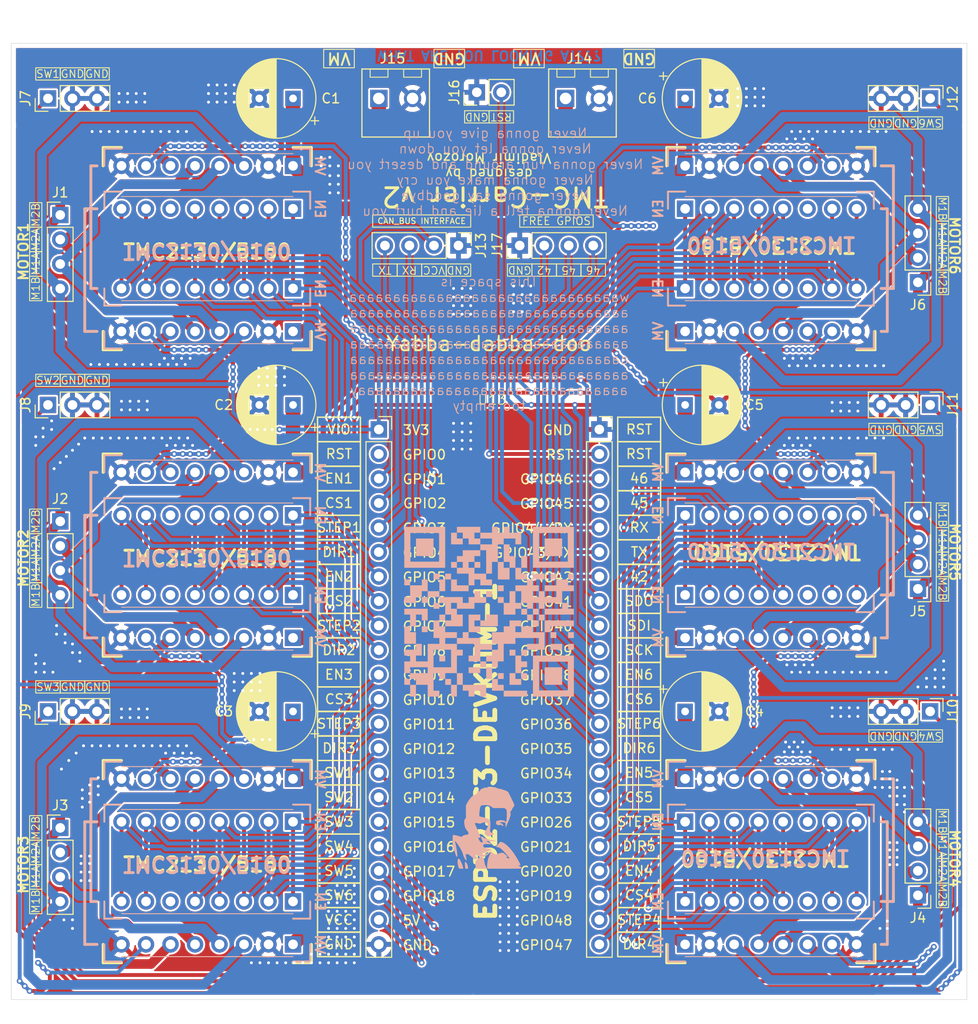
<source format=kicad_pcb>
(kicad_pcb (version 20241229) (generator "pcbnew") (generator_version "9.0")
  (layers (0 "F.Cu" signal) (2 "B.Cu" signal) (13 "F.Paste" user) (15 "B.Paste" user) (5 "F.SilkS" user "F.Silkscreen") (7 "B.SilkS" user "B.Silkscreen") (1 "F.Mask" user) (3 "B.Mask" user) (25 "Edge.Cuts" user))
  (net 0 "")
  (net 1 "GND")
  (net 2 "VM")
  (net 3 "VIO")
  (net 4 "GPIO45")
  (net 5 "SDI")
  (net 6 "GPIO46")
  (net 7 "GPIO42")
  (net 8 "SDO")
  (net 9 "SCK")
  (net 10 "/All TMCs/CS5")
  (net 11 "/All TMCs/EN2")
  (net 12 "/All TMCs/EN1")
  (net 13 "/All TMCs/EN5")
  (net 15 "/All TMCs/STEP6")
  (net 16 "/All TMCs/CS2")
  (net 17 "/All TMCs/DIR6")
  (net 18 "/All TMCs/DIR5")
  (net 19 "/All TMCs/CS6")
  (net 20 "/All TMCs/DIR4")
  (net 21 "/All TMCs/DIR3")
  (net 22 "/All TMCs/EN3")
  (net 23 "/All TMCs/DIR2")
  (net 24 "/All TMCs/CS1")
  (net 25 "/All TMCs/DIR1")
  (net 26 "/All TMCs/STEP2")
  (net 27 "/All TMCs/STEP4")
  (net 28 "/All TMCs/STEP3")
  (net 29 "/All TMCs/STEP5")
  (net 30 "/All TMCs/STEP1")
  (net 31 "/All TMCs/EN4")
  (net 32 "/All TMCs/EN6")
  (net 33 "/All TMCs/CS3")
  (net 34 "/All TMCs/CS4")
  (net 36 "SW1")
  (net 37 "SW2")
  (net 38 "SW3")
  (net 39 "SW4")
  (net 40 "SW5")
  (net 41 "SW6")
  (net 42 "CAN_TX")
  (net 43 "CAN_RX")
  (net 44 "VCC")
  (net 45 "CHIP_PU")
  (net 57 "/All TMCs/BothTMCs n1/M2B")
  (net 58 "/All TMCs/BothTMCs n1/M2A")
  (net 59 "/All TMCs/BothTMCs n2/M2A")
  (net 60 "/All TMCs/BothTMCs n2/M2B")
  (net 61 "/All TMCs/BothTMCs n4/M2B")
  (net 62 "/All TMCs/BothTMCs n4/M2A")
  (net 63 "/All TMCs/BothTMCs n5/M2A")
  (net 64 "/All TMCs/BothTMCs n5/M2B")
  (net 65 "/All TMCs/BothTMCs n3/M2A")
  (net 66 "/All TMCs/BothTMCs n3/M2B")
  (net 67 "/All TMCs/BothTMCs n6/M2B")
  (net 68 "/All TMCs/BothTMCs n6/M2A")
  (net 69 "/All TMCs/BothTMCs n1/M1B")
  (net 70 "/All TMCs/BothTMCs n1/M1A")
  (net 71 "/All TMCs/BothTMCs n2/M1B")
  (net 72 "/All TMCs/BothTMCs n2/M1A")
  (net 73 "/All TMCs/BothTMCs n4/M1B")
  (net 74 "/All TMCs/BothTMCs n4/M1A")
  (net 75 "/All TMCs/BothTMCs n5/M1B")
  (net 76 "/All TMCs/BothTMCs n5/M1A")
  (net 77 "/All TMCs/BothTMCs n3/M1B")
  (net 78 "/All TMCs/BothTMCs n3/M1A")
  (net 79 "/All TMCs/BothTMCs n6/M1A")
  (net 80 "/All TMCs/BothTMCs n6/M1B")
  (footprint "Capacitor_THT:CP_Radial_D8.0mm_P3.50mm" (layer "F.Cu") (at 82.55 118.745 180)
    (property "Reference" "C3")
    (property "Value" "100uF/50V 20%")
  )
  (footprint "Connector_PinHeader_2.54mm:PinHeader_1x04_P2.54mm_Vertical" (layer "F.Cu") (at 106.045 70.485 90)
    (property "Reference" "J17")
    (property "Value" "Remaining GPIOs")
  )
  (footprint "Capacitor_THT:CP_Radial_D8.0mm_P3.50mm" (layer "F.Cu") (at 123.19 86.995)
    (property "Reference" "C5")
    (property "Value" "100uF/50V 20%")
  )
  (footprint "Connector_PinHeader_2.54mm:PinHeader_1x04_P2.54mm_Vertical" (layer "F.Cu") (at 147.32 106.045 180)
    (property "Reference" "J5")
    (property "Value" "Conn_01x04_Pin")
  )
  (footprint "Connector_PinHeader_2.54mm:PinHeader_1x03_P2.54mm_Vertical" (layer "F.Cu") (at 148.59 118.745 -90)
    (property "Reference" "J10")
    (property "Value" "Limit Switch Connector n4")
  )
  (footprint "Connector_PinHeader_2.54mm:PinHeader_1x03_P2.54mm_Vertical" (layer "F.Cu") (at 57.15 118.745 90)
    (property "Reference" "J9")
    (property "Value" "Limit Switch Connector n3")
  )
  (footprint "Connector_PinHeader_2.54mm:PinHeader_1x02_P2.54mm_Vertical" (layer "F.Cu") (at 101.595 54.61 90)
    (property "Reference" "J16")
    (property "Value" "Controller Reset")
  )
  (footprint "Connector_PinHeader_2.54mm:PinHeader_1x04_P2.54mm_Vertical" (layer "F.Cu") (at 147.32 74.295 180)
    (property "Reference" "J6")
    (property "Value" "Conn_01x04_Pin")
  )
  (footprint "Connector_PinHeader_2.54mm:PinHeader_1x04_P2.54mm_Vertical" (layer "F.Cu") (at 58.42 99.06)
    (property "Reference" "J2")
    (property "Value" "Conn_01x04_Pin")
  )
  (footprint "Capacitor_THT:CP_Radial_D8.0mm_P3.50mm" (layer "F.Cu") (at 123.19 118.745)
    (property "Reference" "C4")
    (property "Value" "100uF/50V 20%")
  )
  (footprint "Custom_Footprints:Phoenix_TerminalBlock_1x02_3.5mm_1984617" (layer "F.Cu") (at 89.69 59.245)
    (property "Reference" "J15")
    (property "Value" "Screw_Terminal_01x02")
  )
  (footprint "Connector_PinHeader_2.54mm:PinHeader_1x04_P2.54mm_Vertical" (layer "F.Cu") (at 99.695 70.485 -90)
    (property "Reference" "J13")
    (property "Value" "CAN Connector")
  )
  (footprint "Connector_PinHeader_2.54mm:PinHeader_1x04_P2.54mm_Vertical" (layer "F.Cu") (at 58.42 130.81)
    (property "Reference" "J3")
    (property "Value" "Conn_01x04_Pin")
  )
  (footprint "Connector_PinHeader_2.54mm:PinHeader_1x03_P2.54mm_Vertical" (layer "F.Cu") (at 148.59 55.245 -90)
    (property "Reference" "J12")
    (property "Value" "Limit Switch Connector n6")
  )
  (footprint "Capacitor_THT:CP_Radial_D8.0mm_P3.50mm" (layer "F.Cu") (at 82.55 55.245 180)
    (property "Reference" "C1")
    (property "Value" "100uF/50V 20%")
  )
  (footprint "Capacitor_THT:CP_Radial_D8.0mm_P3.50mm" (layer "F.Cu") (at 123.19 55.245)
    (property "Reference" "C6")
    (property "Value" "100uF/50V 20%")
  )
  (footprint "Custom_Footprints:ESP32-S3-DEVKITM Female Headers" (layer "F.Cu") (at 90.0176 144.2212)
    (property "Reference" "U13")
    (property "Value" "ESP32-S3-DEVKITM")
  )
  (footprint "Connector_PinHeader_2.54mm:PinHeader_1x04_P2.54mm_Vertical" (layer "F.Cu") (at 58.42 67.32)
    (property "Reference" "J1")
    (property "Value" "Conn_01x04_Pin")
  )
  (footprint "Connector_PinHeader_2.54mm:PinHeader_1x03_P2.54mm_Vertical" (layer "F.Cu") (at 57.15 55.245 90)
    (property "Reference" "J7")
    (property "Value" "Limit Switch Connector n1")
  )
  (footprint "Capacitor_THT:CP_Radial_D8.0mm_P3.50mm" (layer "F.Cu") (at 82.55 86.995 180)
    (property "Reference" "C2")
    (property "Value" "100uF/50V 20%")
  )
  (footprint "Connector_PinHeader_2.54mm:PinHeader_1x03_P2.54mm_Vertical" (layer "F.Cu") (at 57.15 86.995 90)
    (property "Reference" "J8")
    (property "Value" "Limit Switch Connector n2")
  )
  (footprint "Connector_PinHeader_2.54mm:PinHeader_1x04_P2.54mm_Vertical" (layer "F.Cu") (at 147.32 137.795 180)
    (property "Reference" "J4")
    (property "Value" "Conn_01x04_Pin")
  )
  (footprint "Custom_Footprints:Phoenix_TerminalBlock_1x02_3.5mm_1984617" (layer "F.Cu") (at 109.05 59.245)
    (property "Reference" "J14")
    (property "Value" "Screw_Terminal_01x02")
  )
  (footprint "Connector_PinHeader_2.54mm:PinHeader_1x03_P2.54mm_Vertical" (layer "F.Cu") (at 148.59 86.995 -90)
    (property "Reference" "J11")
    (property "Value" "Limit Switch Connector n5")
  )
  (footprint "FancyImages:Youtube QR-Code" (layer "B.Cu") (at 102.869999 117.300141 180)
    (property "Reference" "REF**" (hide yes))
    (property "Value" "Untitled" (hide yes))
  )
  (footprint "Custom_Footprints:SILENTSTEPSTICK TMC2130" (layer "B.Cu") (at 63.5 132.08 90)
    (property "Reference" "U6" (hide yes))
    (property "Value" "SILENTSTEPSTICK TMC2130" (hide yes))
  )
  (footprint "FancyImages:smol_rick" (layer "B.Cu") (at 102.87 131.445 180)
    (property "Reference" "G***" (hide yes))
    (property "Value" "LOGO" (hide yes))
  )
  (footprint "Custom_Footprints:SILENTSTEPSTICK TMC5160" (layer "B.Cu") (at 63.5 73.025 90)
    (property "Reference" "U1" (hide yes))
    (property "Value" "SILENTSTEPSTICK TMC5160")
  )
  (footprint "Custom_Footprints:SILENTSTEPSTICK TMC2130" (layer "B.Cu") (at 142.24 73.025 -90)
    (property "Reference" "U12" (hide yes))
    (property "Value" "SILENTSTEPSTICK TMC2130" (hide yes))
  )
  (footprint "Custom_Footprints:SILENTSTEPSTICK TMC2130" (layer "B.Cu") (at 63.5 100.33 90)
    (property "Reference" "U4" (hide yes))
    (property "Value" "SILENTSTEPSTICK TMC2130" (hide yes))
  )
  (footprint "Custom_Footprints:SILENTSTEPSTICK TMC5160" (layer "B.Cu") (at 63.5 104.775 90)
    (property "Reference" "U3" (hide yes))
    (property "Value" "SILENTSTEPSTICK TMC5160" (hide yes))
  )
  (footprint "Custom_Footprints:SILENTSTEPSTICK TMC5160" (layer "B.Cu") (at 63.5 136.525 90)
    (property "Reference" "U5" (hide yes))
    (property "Value" "SILENTSTEPSTICK TMC5160" (hide yes))
  )
  (footprint "Custom_Footprints:SILENTSTEPSTICK TMC2130" (layer "B.Cu") (at 142.24 136.525 -90)
    (property "Reference" "U8" (hide yes))
    (property "Value" "SILENTSTEPSTICK TMC2130" (hide yes))
  )
  (footprint "Custom_Footprints:SILENTSTEPSTICK TMC5160" (layer "B.Cu") (at 142.24 68.58 -90)
    (property "Reference" "U11" (hide yes))
    (property "Value" "SILENTSTEPSTICK TMC5160" (hide yes))
  )
  (footprint "Custom_Footprints:SILENTSTEPSTICK TMC5160" (layer "B.Cu") (at 142.24 132.08 -90)
    (property "Reference" "U7" (hide yes))
    (property "Value" "SILENTSTEPSTICK TMC5160" (hide yes))
  )
  (footprint "Custom_Footprints:SILENTSTEPSTICK TMC2130" (layer "B.Cu") (at 142.24 104.775 -90)
    (property "Reference" "U10" (hide yes))
    (property "Value" "SILENTSTEPSTICK TMC2130" (hide yes))
  )
  (footprint "Custom_Footprints:SILENTSTEPSTICK TMC2130" (layer "B.Cu") (at 63.5 68.58 90)
    (property "Reference" "U2" (hide yes))
    (property "Value" "SILENTSTEPSTICK TMC2130" (hide yes))
  )
  (footprint "Custom_Footprints:SILENTSTEPSTICK TMC5160" (layer "B.Cu") (at 142.24 100.33 -90)
    (property "Reference" "U9" (hide yes))
    (property "Value" "SILENTSTEPSTICK TMC5160" (hide yes))
  )
  (gr_line (start 62.865 113.03) (end 62.865 111.125) (stroke (width 0.3)) (layer "F.SilkS"))
  (gr_rect (start 142.24 88.9) (end 144.78 90.17) (stroke (width 0.1)) (fill no) (layer "F.SilkS"))
  (gr_line (start 64.77 144.78) (end 62.865 144.78) (stroke (width 0.3)) (layer "F.SilkS"))
  (gr_rect (start 55.245 73.66) (end 56.515 76.2) (stroke (width 0.1)) (fill no) (layer "F.SilkS"))
  (gr_line (start 62.865 81.28) (end 62.865 79.375) (stroke (width 0.3)) (layer "F.SilkS"))
  (gr_rect (start 116.205 90.805) (end 120.65 93.345) (stroke (width 0.15)) (fill no) (layer "F.SilkS"))
  (gr_line (start 64.77 113.03) (end 62.865 113.03) (stroke (width 0.3)) (layer "F.SilkS"))
  (gr_line (start 62.865 60.325) (end 64.77 60.325) (stroke (width 0.3)) (layer "F.SilkS"))
  (gr_rect (start 116.205 118.745) (end 120.65 121.285) (stroke (width 0.15)) (fill no) (layer "F.SilkS"))
  (gr_rect (start 116.205 123.825) (end 120.65 126.365) (stroke (width 0.15)) (fill no) (layer "F.SilkS"))
  (gr_line (start 121.285 123.825) (end 123.19 123.825) (stroke (width 0.3)) (layer "F.SilkS"))
  (gr_rect (start 116.205 116.205) (end 120.65 118.745) (stroke (width 0.15)) (fill no) (layer "F.SilkS"))
  (gr_rect (start 98.425 72.39) (end 100.965 73.66) (stroke (width 0.1)) (fill no) (layer "F.SilkS"))
  (gr_line (start 142.875 123.825) (end 142.875 125.73) (stroke (width 0.3)) (layer "F.SilkS"))
  (gr_rect (start 142.24 57.15) (end 144.78 58.42) (stroke (width 0.1)) (fill no) (layer "F.SilkS"))
  (gr_rect (start 55.88 83.82) (end 58.42 85.09) (stroke (width 0.1)) (fill no) (layer "F.SilkS"))
  (gr_rect (start 55.245 68.58) (end 56.515 71.12) (stroke (width 0.1)) (fill no) (layer "F.SilkS"))
  (gr_line (start 142.875 81.28) (end 140.97 81.28) (stroke (width 0.3)) (layer "F.SilkS"))
  (gr_rect (start 105.41 50.165) (end 108.585 52.07) (stroke (width 0.1)) (fill no) (layer "F.SilkS"))
  (gr_rect (start 116.205 136.525) (end 120.65 139.065) (stroke (width 0.15)) (fill no) (layer "F.SilkS"))
  (gr_line (start 82.55 92.075) (end 84.455 92.075) (stroke (width 0.3)) (layer "F.SilkS"))
  (gr_rect (start 85.09 136.525) (end 89.535 139.065) (stroke (width 0.15)) (fill no) (layer "F.SilkS"))
  (gr_line (start 121.285 62.23) (end 121.285 60.325) (stroke (width 0.3)) (layer "F.SilkS"))
  (gr_rect (start 116.84 50.165) (end 120.015 52.07) (stroke (width 0.1)) (fill no) (layer "F.SilkS"))
  (gr_rect (start 112.395 72.39) (end 114.935 73.66) (stroke (width 0.1)) (fill no) (layer "F.SilkS"))
  (gr_rect (start 85.09 106.045) (end 89.535 108.585) (stroke (width 0.15)) (fill no) (layer "F.SilkS"))
  (gr_rect (start 149.225 102.235) (end 150.495 104.775) (stroke (width 0.1)) (fill no) (layer "F.SilkS"))
  (gr_line (start 84.455 142.875) (end 84.455 144.78) (stroke (width 0.3)) (layer "F.SilkS"))
  (gr_line (start 142.875 113.03) (end 140.97 113.03) (stroke (width 0.3)) (layer "F.SilkS"))
  (gr_rect (start 116.205 95.885) (end 120.65 98.425) (stroke (width 0.15)) (fill no) (layer "F.SilkS"))
  (gr_line (start 142.875 111.125) (end 142.875 113.03) (stroke (width 0.3)) (layer "F.SilkS"))
  (gr_line (start 84.455 60.325) (end 84.455 62.23) (stroke (width 0.3)) (layer "F.SilkS"))
  (gr_line (start 123.19 144.78) (end 121.285 144.78) (stroke (width 0.3)) (layer "F.SilkS"))
  (gr_line (start 82.55 123.825) (end 84.455 123.825) (stroke (width 0.3)) (layer "F.SilkS"))
  (gr_rect (start 116.205 121.285) (end 120.65 123.825) (stroke (width 0.15)) (fill no) (layer "F.SilkS"))
  (gr_rect (start 60.96 83.82) (end 63.5 85.09) (stroke (width 0.1)) (fill no) (layer "F.SilkS"))
  (gr_line (start 62.865 123.825) (end 64.77 123.825) (stroke (width 0.3)) (layer "F.SilkS"))
  (gr_rect (start 55.245 132.08) (end 56.515 134.62) (stroke (width 0.1)) (fill no) (layer "F.SilkS"))
  (gr_line (start 62.865 144.78) (end 62.865 142.875) (stroke (width 0.3)) (layer "F.SilkS"))
  (gr_rect (start 106.045 67.31) (end 113.665 68.58) (stroke (width 0.1)) (fill no) (layer "F.SilkS"))
  (gr_line (start 142.875 144.78) (end 140.97 144.78) (stroke (width 0.3)) (layer "F.SilkS"))
  (gr_rect (start 85.09 103.505) (end 89.535 106.045) (stroke (width 0.15)) (fill no) (layer "F.SilkS"))
  (gr_rect (start 147.32 88.9) (end 149.86 90.17) (stroke (width 0.1)) (fill no) (layer "F.SilkS"))
  (gr_line (start 62.865 93.98) (end 62.865 92.075) (stroke (width 0.3)) (layer "F.SilkS"))
  (gr_line (start 121.285 113.03) (end 121.285 111.125) (stroke (width 0.3)) (layer "F.SilkS"))
  (gr_rect (start 90.805 72.39) (end 93.345 73.66) (stroke (width 0.1)) (fill no) (layer "F.SilkS"))
  (gr_line (start 62.865 62.23) (end 62.865 60.325) (stroke (width 0.3)) (layer "F.SilkS"))
  (gr_rect (start 85.09 100.965) (end 89.535 103.505) (stroke (width 0.15)) (fill no) (layer "F.SilkS"))
  (gr_line (start 121.285 60.325) (end 123.19 60.325) (stroke (width 0.3)) (layer "F.SilkS"))
  (gr_rect (start 116.205 139.065) (end 120.65 141.605) (stroke (width 0.15)) (fill no) (layer "F.SilkS"))
  (gr_rect (start 107.315 72.39) (end 109.855 73.66) (stroke (width 0.1)) (fill no) (layer "F.SilkS"))
  (gr_line (start 123.19 113.03) (end 121.285 113.03) (stroke (width 0.3)) (layer "F.SilkS"))
  (gr_rect (start 149.225 136.525) (end 150.495 139.065) (stroke (width 0.1)) (fill no) (layer "F.SilkS"))
  (gr_line (start 62.865 92.075) (end 64.77 92.075) (stroke (width 0.3)) (layer "F.SilkS"))
  (gr_line (start 140.97 60.325) (end 142.875 60.325) (stroke (width 0.3)) (layer "F.SilkS"))
  (gr_line (start 142.875 60.325) (end 142.875 62.23) (stroke (width 0.3)) (layer "F.SilkS"))
  (gr_rect (start 85.09 95.885) (end 89.535 98.425) (stroke (width 0.15)) (fill no) (layer "F.SilkS"))
  (gr_rect (start 58.42 52.07) (end 60.96 53.34) (stroke (width 0.1)) (fill no) (layer "F.SilkS"))
  (gr_rect (start 85.09 126.365) (end 89.535 128.905) (stroke (width 0.15)) (fill no) (layer "F.SilkS"))
  (gr_rect (start 149.225 73.025) (end 150.495 75.565) (stroke (width 0.1)) (fill no) (layer "F.SilkS"))
  (gr_rect (start 116.205 103.505) (end 120.65 106.045) (stroke (width 0.15)) (fill no) (layer "F.SilkS"))
  (gr_rect (start 104.775 72.39) (end 107.315 73.66) (stroke (width 0.1)) (fill no) (layer "F.SilkS"))
  (gr_line (start 142.875 92.075) (end 142.875 93.98) (stroke (width 0.3)) (layer "F.SilkS"))
  (gr_rect (start 95.885 72.39) (end 98.425 73.66) (stroke (width 0.1)) (fill no) (layer "F.SilkS"))
  (gr_rect (start 85.09 139.065) (end 89.535 141.605) (stroke (width 0.15)) (fill no) (layer "F.SilkS"))
  (gr_rect (start 116.205 131.445) (end 120.65 133.985) (stroke (width 0.15)) (fill no) (layer "F.SilkS"))
  (gr_line (start 142.875 79.375) (end 142.875 81.28) (stroke (width 0.3)) (layer "F.SilkS"))
  (gr_rect (start 55.88 52.07) (end 58.42 53.34) (stroke (width 0.1)) (fill no) (layer "F.SilkS"))
  (gr_rect (start 85.09 118.745) (end 89.535 121.285) (stroke (width 0.15)) (fill no) (layer "F.SilkS"))
  (gr_rect (start 90.805 67.31) (end 100.965 68.58) (stroke (width 0.1)) (fill no) (layer "F.SilkS"))
  (gr_line (start 84.455 123.825) (end 84.455 125.73) (stroke (width 0.3)) (layer "F.SilkS"))
  (gr_rect (start 116.205 141.605) (end 120.65 144.145) (stroke (width 0.15)) (fill no) (layer "F.SilkS"))
  (gr_rect (start 85.09 88.265) (end 89.535 90.805) (stroke (width 0.15)) (fill no) (layer "F.SilkS"))
  (gr_rect (start 109.855 72.39) (end 112.395 73.66) (stroke (width 0.1)) (fill no) (layer "F.SilkS"))
  (gr_rect (start 55.245 66.04) (end 56.515 68.58) (stroke (width 0.1)) (fill no) (layer "F.SilkS"))
  (gr_rect (start 60.96 115.57) (end 63.5 116.84) (stroke (width 0.1)) (fill no) (layer "F.SilkS"))
  (gr_rect (start 58.42 83.82) (end 60.96 85.09) (stroke (width 0.1)) (fill no) (layer "F.SilkS"))
  (gr_line (start 140.97 92.075) (end 142.875 92.075) (stroke (width 0.3)) (layer "F.SilkS"))
  (gr_line (start 140.97 123.825) (end 142.875 123.825) (stroke (width 0.3)) (layer "F.SilkS"))
  (gr_line (start 84.455 144.78) (end 82.55 144.78) (stroke (width 0.3)) (layer "F.SilkS"))
  (gr_rect (start 55.245 102.87) (end 56.515 105.41) (stroke (width 0.1)) (fill no) (layer "F.SilkS"))
  (gr_rect (start 85.09 113.665) (end 89.535 116.205) (stroke (width 0.15)) (fill no) (layer "F.SilkS"))
  (gr_line (start 121.285 93.98) (end 121.285 92.075) (stroke (width 0.3)) (layer "F.SilkS"))
  (gr_line (start 121.285 144.78) (end 121.285 142.875) (stroke (width 0.3)) (layer "F.SilkS"))
  (gr_rect (start 116.205 113.665) (end 120.65 116.205) (stroke (width 0.15)) (fill no) (layer "F.SilkS"))
  (gr_rect (start 116.205 128.905) (end 120.65 131.445) (stroke (width 0.15)) (fill no) (layer "F.SilkS"))
  (gr_line (start 123.19 81.28) (end 121.285 81.28) (stroke (width 0.3)) (layer "F.SilkS"))
  (gr_rect (start 149.225 133.985) (end 150.495 136.525) (stroke (width 0.1)) (fill no) (layer "F.SilkS"))
  (gr_rect (start 85.09 93.345) (end 89.535 95.885) (stroke (width 0.15)) (fill no) (layer "F.SilkS"))
  (gr_rect (start 93.345 72.39) (end 95.885 73.66) (stroke (width 0.1)) (fill no) (layer "F.SilkS"))
  (gr_line (start 84.455 92.075) (end 84.455 93.98) (stroke (width 0.3)) (layer "F.SilkS"))
  (gr_rect (start 147.32 57.15) (end 149.86 58.42) (stroke (width 0.1)) (fill no) (layer "F.SilkS"))
  (gr_rect (start 55.245 100.33) (end 56.515 102.87) (stroke (width 0.1)) (fill no) (layer "F.SilkS"))
  (gr_rect (start 55.245 105.41) (end 56.515 107.95) (stroke (width 0.1)) (fill no) (layer "F.SilkS"))
  (gr_rect (start 85.09 128.905) (end 89.535 131.445) (stroke (width 0.15)) (fill no) (layer "F.SilkS"))
  (gr_line (start 64.77 81.28) (end 62.865 81.28) (stroke (width 0.3)) (layer "F.SilkS"))
  (gr_rect (start 116.205 93.345) (end 120.65 95.885) (stroke (width 0.15)) (fill no) (layer "F.SilkS"))
  (gr_line (start 82.55 60.325) (end 84.455 60.325) (stroke (width 0.3)) (layer "F.SilkS"))
  (gr_rect (start 85.09 108.585) (end 89.535 111.125) (stroke (width 0.15)) (fill no) (layer "F.SilkS"))
  (gr_rect (start 85.09 98.425) (end 89.535 100.965) (stroke (width 0.15)) (fill no) (layer "F.SilkS"))
  (gr_rect (start 149.225 97.155) (end 150.495 99.695) (stroke (width 0.1)) (fill no) (layer "F.SilkS"))
  (gr_line (start 121.285 92.075) (end 123.19 92.075) (stroke (width 0.3)) (layer "F.SilkS"))
  (gr_line (start 121.285 125.73) (end 121.285 123.825) (stroke (width 0.3)) (layer "F.SilkS"))
  (gr_rect (start 55.88 115.57) (end 58.42 116.84) (stroke (width 0.1)) (fill no) (layer "F.SilkS"))
  (gr_rect (start 149.225 104.775) (end 150.495 107.315) (stroke (width 0.1)) (fill no) (layer "F.SilkS"))
  (gr_rect (start 60.96 52.07) (end 63.5 53.34) (stroke (width 0.1)) (fill no) (layer "F.SilkS"))
  (gr_rect (start 55.245 129.54) (end 56.515 132.08) (stroke (width 0.1)) (fill no) (layer "F.SilkS"))
  (gr_line (start 84.455 111.125) (end 84.455 113.03) (stroke (width 0.3)) (layer "F.SilkS"))
  (gr_rect (start 55.245 71.12) (end 56.515 73.66) (stroke (width 0.1)) (fill no) (layer "F.SilkS"))
  (gr_rect (start 149.225 131.445) (end 150.495 133.985) (stroke (width 0.1)) (fill no) (layer "F.SilkS"))
  (gr_rect (start 144.78 57.15) (end 147.32 58.42) (stroke (width 0.1)) (fill no) (layer "F.SilkS"))
  (gr_rect (start 116.205 88.265) (end 120.65 90.805) (stroke (width 0.15)) (fill no) (layer "F.SilkS"))
  (gr_rect (start 149.225 70.485) (end 150.495 73.025) (stroke (width 0.1)) (fill no) (layer "F.SilkS"))
  (gr_rect (start 149.225 99.695) (end 150.495 102.235) (stroke (width 0.1)) (fill no) (layer "F.SilkS"))
  (gr_rect (start 116.205 100.965) (end 120.65 103.505) (stroke (width 0.15)) (fill no) (layer "F.SilkS"))
  (gr_rect (start 85.09 123.825) (end 89.535 126.365) (stroke (width 0.15)) (fill no) (layer "F.SilkS"))
  (gr_line (start 62.865 125.73) (end 62.865 123.825) (stroke (width 0.3)) (layer "F.SilkS"))
  (gr_rect (start 116.205 106.045) (end 120.65 108.585) (stroke (width 0.15)) (fill no) (layer "F.SilkS"))
  (gr_rect (start 149.225 65.405) (end 150.495 67.945) (stroke (width 0.1)) (fill no) (layer "F.SilkS"))
  (gr_rect (start 100.33 56.515) (end 102.87 57.785) (stroke (width 0.1)) (fill no) (layer "F.SilkS"))
  (gr_line (start 84.455 113.03) (end 82.55 113.03) (stroke (width 0.3)) (layer "F.SilkS"))
  (gr_line (start 121.285 81.28) (end 121.285 79.375) (stroke (width 0.3)) (layer "F.SilkS"))
  (gr_rect (start 85.09 111.125) (end 89.535 113.665) (stroke (width 0.15)) (fill no) (layer "F.SilkS"))
  (gr_rect (start 116.205 98.425) (end 120.65 100.965) (stroke (width 0.15)) (fill no) (layer "F.SilkS"))
  (gr_rect (start 85.09 90.805) (end 89.535 93.345) (stroke (width 0.15)) (fill no) (layer "F.SilkS"))
  (gr_rect (start 116.205 111.125) (end 120.65 113.665) (stroke (width 0.15)) (fill no) (layer "F.SilkS"))
  (gr_rect (start 116.205 126.365) (end 120.65 128.905) (stroke (width 0.15)) (fill no) (layer "F.SilkS"))
  (gr_rect (start 55.245 134.62) (end 56.515 137.16) (stroke (width 0.1)) (fill no) (layer "F.SilkS"))
  (gr_rect (start 116.205 133.985) (end 120.65 136.525) (stroke (width 0.15)) (fill no) (layer "F.SilkS"))
  (gr_rect (start 102.87 56.515) (end 105.41 57.785) (stroke (width 0.1)) (fill no) (layer "F.SilkS"))
  (gr_rect (start 144.78 120.65) (end 147.32 121.92) (stroke (width 0.1)) (fill no) (layer "F.SilkS"))
  (gr_rect (start 116.205 108.585) (end 120.65 111.125) (stroke (width 0.15)) (fill no) (layer "F.SilkS"))
  (gr_line (start 84.455 81.28) (end 82.55 81.28) (stroke (width 0.3)) (layer "F.SilkS"))
  (gr_rect (start 97.155 50.165) (end 100.33 52.07) (stroke (width 0.1)) (fill no) (layer "F.SilkS"))
  (gr_rect (start 55.245 137.16) (end 56.515 139.7) (stroke (width 0.1)) (fill no) (layer "F.SilkS"))
  (gr_rect (start 85.09 116.205) (end 89.535 118.745) (stroke (width 0.15)) (fill no) (layer "F.SilkS"))
  (gr_rect (start 85.09 131.445) (end 89.535 133.985) (stroke (width 0.15)) (fill no) (layer "F.SilkS"))
  (gr_rect (start 149.225 67.945) (end 150.495 70.485) (stroke (width 0.1)) (fill no) (layer "F.SilkS"))
  (gr_rect (start 85.725 50.165) (end 88.9 52.07) (stroke (width 0.1)) (fill no) (layer "F.SilkS"))
  (gr_rect (start 58.42 115.57) (end 60.96 116.84) (stroke (width 0.1)) (fill no) (layer "F.SilkS"))
  (gr_line (start 84.455 79.375) (end 84.455 81.28) (stroke (width 0.3)) (layer "F.SilkS"))
  (gr_line (start 142.875 142.875) (end 142.875 144.78) (stroke (width 0.3)) (layer "F.SilkS"))
  (gr_rect (start 147.32 120.65) (end 149.86 121.92) (stroke (width 0.1)) (fill no) (layer "F.SilkS"))
  (gr_rect (start 142.24 120.65) (end 144.78 121.92) (stroke (width 0.1)) (fill no) (layer "F.SilkS"))
  (gr_rect (start 85.09 133.985) (end 89.535 136.525) (stroke (width 0.15)) (fill no) (layer "F.SilkS"))
  (gr_rect (start 55.245 97.79) (end 56.515 100.33) (stroke (width 0.1)) (fill no) (layer "F.SilkS"))
  (gr_rect (start 144.78 88.9) (end 147.32 90.17) (stroke (width 0.1)) (fill no) (layer "F.SilkS"))
  (gr_rect (start 85.09 121.285) (end 89.535 123.825) (stroke (width 0.15)) (fill no) (layer "F.SilkS"))
  (gr_rect (start 85.09 141.605) (end 89.535 144.145) (stroke (width 0.15)) (fill no) (layer "F.SilkS"))
  (gr_rect (start 149.225 128.905) (end 150.495 131.445) (stroke (width 0.1)) (fill no) (layer "F.SilkS"))
  (gr_line (start 144.78 106.68) (end 144.78 93.98) (stroke (width 0.3)) (layer "B.SilkS"))
  (gr_line (start 143.51 79.375) (end 144.145 79.375) (stroke (width 0.3)) (layer "B.SilkS"))
  (gr_line (start 61.595 62.23) (end 61.595 74.93) (stroke (width 0.3)) (layer "B.SilkS"))
  (gr_line (start 60.96 79.375) (end 62.23 79.375) (stroke (width 0.3)) (layer "B.SilkS"))
  (gr_line (start 144.78 138.43) (end 144.78 125.73) (stroke (width 0.3)) (layer "B.SilkS"))
  (gr_line (start 61.595 106.68) (end 62.23 106.68) (stroke (width 0.3)) (layer "B.SilkS"))
  (gr_line (start 62.23 66.675) (end 60.96 66.675) (stroke (width 0.3)) (layer "B.SilkS"))
  (gr_line (start 62.23 130.175) (end 60.96 130.175) (stroke (width 0.3)) (layer "B.SilkS"))
  (gr_line (start 144.78 62.23) (end 143.51 62.23) (stroke (width 0.3)) (layer "B.SilkS"))
  (gr_line (start 144.78 93.98) (end 143.51 93.98) (stroke (width 0.3)) (layer "B.SilkS"))
  (gr_line (start 144.78 74.93) (end 144.78 62.23) (stroke (width 0.3)) (layer "B.SilkS"))
  (gr_line (start 62.23 62.23) (end 61.595 62.23) (stroke (width 0.3)) (layer "B.SilkS"))
  (gr_line (start 62.23 98.425) (end 60.96 98.425) (stroke (width 0.3)) (layer "B.SilkS"))
  (gr_line (start 144.145 66.675) (end 143.51 66.675) (stroke (width 0.3)) (layer "B.SilkS"))
  (gr_line (start 60.96 111.125) (end 62.23 111.125) (stroke (width 0.3)) (layer "B.SilkS"))
  (gr_line (start 61.595 74.93) (end 62.23 74.93) (stroke (width 0.3)) (layer "B.SilkS"))
  (gr_line (start 144.145 98.425) (end 143.51 98.425) (stroke (width 0.3)) (layer "B.SilkS"))
  (gr_line (start 60.96 130.175) (end 60.96 142.875) (stroke (width 0.3)) (layer "B.SilkS"))
  (gr_line (start 144.145 79.375) (end 144.145 66.675) (stroke (width 0.3)) (layer "B.SilkS"))
  (gr_line (start 62.23 125.73) (end 61.595 125.73) (stroke (width 0.3)) (layer "B.SilkS"))
  (gr_line (start 143.51 74.93) (end 144.78 74.93) (stroke (width 0.3)) (layer "B.SilkS"))
  (gr_line (start 144.78 125.73) (end 143.51 125.73) (stroke (width 0.3)) (layer "B.SilkS"))
  (gr_line (start 60.96 66.675) (end 60.96 79.375) (stroke (width 0.3)) (layer "B.SilkS"))
  (gr_line (start 60.96 142.875) (end 62.23 142.875) (stroke (width 0.3)) (layer "B.SilkS"))
  (gr_line (start 60.96 98.425) (end 60.96 111.125) (stroke (width 0.3)) (layer "B.SilkS"))
  (gr_line (start 143.51 106.68) (end 144.78 106.68) (stroke (width 0.3)) (layer "B.SilkS"))
  (gr_line (start 143.51 142.875) (end 144.145 142.875) (stroke (width 0.3)) (layer "B.SilkS"))
  (gr_line (start 62.23 93.98) (end 61.595 93.98) (stroke (width 0.3)) (layer "B.SilkS"))
  (gr_line (start 143.51 111.125) (end 144.145 111.125) (stroke (width 0.3)) (layer "B.SilkS"))
  (gr_line (start 144.145 111.125) (end 144.145 98.425) (stroke (width 0.3)) (layer "B.SilkS"))
  (gr_line (start 144.145 130.175) (end 143.51 130.175) (stroke (width 0.3)) (layer "B.SilkS"))
  (gr_line (start 61.595 125.73) (end 61.595 138.43) (stroke (width 0.3)) (layer "B.SilkS"))
  (gr_line (start 61.595 93.98) (end 61.595 106.68) (stroke (width 0.3)) (layer "B.SilkS"))
  (gr_line (start 61.595 138.43) (end 62.23 138.43) (stroke (width 0.3)) (layer "B.SilkS"))
  (gr_line (start 143.51 138.43) (end 144.78 138.43) (stroke (width 0.3)) (layer "B.SilkS"))
  (gr_line (start 144.145 142.875) (end 144.145 130.175) (stroke (width 0.3)) (layer "B.SilkS"))
  (gr_rect (start 53.34 49.53) (end 152.4 148.59) (stroke (width 0.05)) (fill no) (layer "Edge.Cuts"))
  (gr_text "WHAT ARE YOU LOOKING AT???" (at 102.87 50.8 180) (layer "B.Cu") (effects (font (size 1 1) (thickness 0.2) (bold yes)) (justify mirror)))
  (gr_text "GND\n" (at 87.3125 142.875 0) (layer "F.SilkS") (effects (font (size 1 1))))
  (gr_text "SW6" (at 87.3125 137.795 0) (layer "F.SilkS") (effects (font (size 1 1))))
  (gr_text "CAN_BUS INTERFACE" (at 95.885 67.945 0) (layer "F.SilkS") (effects (font (size 0.6 0.6) (thickness 0.1))))
  (gr_text "STEP5" (at 118.4275 130.175 0) (layer "F.SilkS") (effects (font (size 1 1))))
  (gr_text "Yabba-dabba-doo" (at 102.87 80.645 0) (layer "F.SilkS") (effects (font (size 1.5 1.5) (thickness 0.2))))
  (gr_text "M2B" (at 55.88 130.81 90) (layer "F.SilkS") (effects (font (size 0.8 0.8) (thickness 0.1))))
  (gr_text "DIR6" (at 118.4275 122.555 0) (layer "F.SilkS") (effects (font (size 1 1))))
  (gr_text "DIR4" (at 118.4275 142.875 0) (layer "F.SilkS") (effects (font (size 1 1))))
  (gr_text "RST\n" (at 104.14 57.15 180) (layer "F.SilkS") (effects (font (size 0.8 0.8) (thickness 0.1))))
  (gr_text "SW6\n" (at 148.59 57.785 180) (layer "F.SilkS") (effects (font (size 0.8 0.8) (thickness 0.1))))
  (gr_text "M1A\n" (at 149.86 100.965 270) (layer "F.SilkS") (effects (font (size 0.8 0.8) (thickness 0.1))))
  (gr_text "EN2" (at 87.3125 104.775 0) (layer "F.SilkS") (effects (font (size 1 1))))
  (gr_text "45" (at 118.4275 97.155 0) (layer "F.SilkS") (effects (font (size 1 1))))
  (gr_text "M2A\n" (at 55.88 133.35 90) (layer "F.SilkS") (effects (font (size 0.8 0.8) (thickness 0.1))))
  (gr_text "M2A\n" (at 55.88 101.6 90) (layer "F.SilkS") (effects (font (size 0.8 0.8) (thickness 0.1))))
  (gr_text "GND" (at 62.23 84.455 0) (layer "F.SilkS") (effects (font (size 0.8 0.8) (thickness 0.1))))
  (gr_text "GND" (at 62.23 116.205 0) (layer "F.SilkS") (effects (font (size 0.8 0.8) (thickness 0.1))))
  (gr_text "TMC2130/5160" (at 132.715 102.235 180) (layer "F.SilkS") (effects (font (size 1.5 1.5) (thickness 0.3) (bold yes))))
  (gr_text "GND\n" (at 59.69 84.455 0) (layer "F.SilkS") (effects (font (size 0.8 0.8) (thickness 0.1))))
  (gr_text "STEP4\n" (at 118.4275 140.335 0) (layer "F.SilkS") (effects (font (size 1 1))))
  (gr_text "EN6" (at 118.4275 114.935 0) (layer "F.SilkS") (effects (font (size 1 1))))
  (gr_text "42" (at 118.4275 104.775 0) (layer "F.SilkS") (effects (font (size 1 1))))
  (gr_text "SW2\n" (at 57.15 84.455 0) (layer "F.SilkS") (effects (font (size 0.8 0.8) (thickness 0.1))))
  (gr_text "M1A\n" (at 55.88 72.39 90) (layer "F.SilkS") (effects (font (size 0.8 0.8) (thickness 0.1))))
  (gr_text "STEP6" (at 118.4275 120.015 0) (layer "F.SilkS") (effects (font (size 1 1))))
  (gr_text "EN5" (at 118.4275 125.095 0) (layer "F.SilkS") (effects (font (size 1 1))))
  (gr_text "TX" (at 92.075 73.025 180) (layer "F.SilkS") (effects (font (size 0.8 0.8) (thickness 0.1))))
  (gr_text "CS5" (at 118.4275 127.635 0) (layer "F.SilkS") (effects (font (size 1 1))))
  (gr_text "SW4\n" (at 148.59 121.285 180) (layer "F.SilkS") (effects (font (size 0.8 0.8) (thickness 0.1))))
  (gr_text "SW4" (at 87.3125 132.715 0) (layer "F.SilkS") (effects (font (size 1 1))))
  (gr_text "M1B\n" (at 149.86 98.425 270) (layer "F.SilkS") (effects (font (size 0.8 0.8) (thickness 0.1))))
  (gr_text "GND\n" (at 99.695 73.025 180) (layer "F.SilkS") (effects (font (size 0.8 0.8) (thickness 0.1))))
  (gr_text "MOTOR5" (at 151.13 102.235 270) (layer "F.SilkS") (effects (font (size 1 1) (thickness 0.2) (bold yes))))
  (gr_text "M1A\n" (at 149.86 69.215 270) (layer "F.SilkS") (effects (font (size 0.8 0.8) (thickness 0.1))))
  (gr_text "TMC2130/5160" (at 131.445 133.985 180) (layer "F.SilkS") (effects (font (size 1.5 1.5) (thickness 0.3) (bold yes))))
  (gr_text "42" (at 108.585 73.025 180) (layer "F.SilkS") (effects (font (size 0.8 0.8) (thickness 0.1))))
  (gr_text "designed by\nVladimir Morozov" (at 102.87 62.23 180) (layer "F.SilkS") (effects (font (size 1 1))))
  (gr_text "RST\n" (at 118.4275 89.535 0) (layer "F.SilkS") (effects (font (size 1 1))))
  (gr_text "GND\n" (at 146.05 57.785 180) (layer "F.SilkS") (effects (font (size 0.8 0.8) (thickness 0.1))))
  (gr_text "SW2\n" (at 87.3125 127.635 0) (layer "F.SilkS") (effects (font (size 1 1))))
  (gr_text "SW3" (at 57.15 116.205 0) (layer "F.SilkS") (effects (font (size 0.8 0.8) (thickness 0.1))))
  (gr_text "M1A\n" (at 55.88 135.89 90) (layer "F.SilkS") (effects (font (size 0.8 0.8) (thickness 0.1))))
  (gr_text "DIR3" (at 87.3125 122.555 0) (layer "F.SilkS") (effects (font (size 1 1))))
  (gr_text "STEP1" (at 87.3125 99.695 0) (layer "F.SilkS") (effects (font (size 1 1))))
  (gr_text "GND\n" (at 118.4275 51.1175 180) (layer "F.SilkS") (effects (font (size 1.1 1.1) (thickness 0.2) (bold yes))))
  (gr_text "TX" (at 118.4275 102.235 0) (layer "F.SilkS") (effects (font (size 1 1))))
  (gr_text "TMC2130/5160" (at 73.66 71.12 0) (layer "F.SilkS") (effects (font (size 1.5 1.5) (thickness 0.3) (bold yes))))
  (gr_text "MOTOR2\n" (at 54.61 102.87 90) (layer "F.SilkS") (effects (font (size 1 1) (thickness 0.2) (bold yes))))
  (gr_text "SW3" (at 87.3125 130.175 0) (layer "F.SilkS") (effects (font (size 1 1))))
  (gr_text "SW1" (at 57.15 52.705 0) (layer "F.SilkS") (effects (font (size 0.8 0.8) (thickness 0.1))))
  (gr_text "GND" (at 143.51 57.785 180) (layer "F.SilkS") (effects (font (size 0.8 0.8) (thickness 0.1))))
  (gr_text "M1A\n" (at 55.88 104.14 90) (layer "F.SilkS") (effects (font (size 0.8 0.8) (thickness 0.1))))
  (gr_text "SCK" (at 118.4275 112.395 0) (layer "F.SilkS") (effects (font (size 1 1))))
  (gr_text "GND\n" (at 98.7425 51.1175 180) (layer "F.SilkS") (effects (font (size 1.1 1.1) (thickness 0.2) (bold yes))))
  (gr_text "GND" (at 62.23 52.705 0) (layer "F.SilkS") (effects (font (size 0.8 0.8) (thickness 0.1))))
  (gr_text "M2A\n" (at 149.86 71.755 270) (layer "F.SilkS") (effects (font (size 0.8 0.8) (thickness 0.1))))
  (gr_text "MOTOR4" (at 151.13 133.985 270) (layer "F.SilkS") (effects (font (size 1 1) (thickness 0.2) (bold yes))))
  (gr_text "VM" (at 106.9975 51.1175 180) (layer "F.SilkS") (effects (font (size 1.2 1.2) (thickness 0.2) (bold yes))))
  (gr_text "M2B" (at 55.88 67.31 90) (layer "F.SilkS") (effects (font (size 0.8 0.8) (thickness 0.1))))
  (gr_text "GND\n" (at 59.69 116.205 0) (layer "F.SilkS") (effects (font (size 0.8 0.8) (thickness 0.1))))
  (gr_text "M1B\n" (at 149.86 66.675 270) (layer "F.SilkS") (effects (font (size 0.8 0.8) (thickness 0.1))))
  (gr_text "CS4" (at 118.4275 137.795 0) (layer "F.SilkS") (effects (font (size 1 1))))
  (gr_text "M2A\n" (at 149.86 103.505 270) (layer "F.SilkS") (effects (font (size 0.8 0.8) (thickness 0.1))))
  (gr_text "CS1\n" (at 87.3125 97.155 0) (layer "F.SilkS") (effects (font (size 1 1))))
  (gr_text "GND\n" (at 106.045 73.025 180) (layer "F.SilkS") (effects (font (size 0.8 0.8) (thickness 0.1))))
  (gr_text "M1B\n" (at 55.88 74.93 90) (layer "F.SilkS") (effects (font (size 0.8 0.8) (thickness 0.1))))
  (gr_text "TMC2130/5160" (at 73.66 134.62 0) (layer "F.SilkS") (effects (font (size 1.5 1.5) (thickness 0.3) (bold yes))))
  (gr_text "EN3" (at 87.3125 114.935 0) (layer "F.SilkS") (effects (font (size 1 1))))
  (gr_text "MOTOR1" (at 54.61 71.12 90) (layer "F.SilkS") (effects (font (size 1 1) (thickness 0.2) (bold yes))))
  (gr_text "SW5" (at 148.59 89.535 180) (layer "F.SilkS") (effects (font (size 0.8 0.8) (thickness 0.1))))
  (gr_text "45" (at 111.125 73.025 180) (layer "F.SilkS") (effects (font (size 0.8 0.8) (thickness 0.1))))
  (gr_text "M2A\n" (at 149.86 135.255 270) (layer "F.SilkS") (effects (font (size 0.8 0.8) (thickness 0.1))))
  (gr_text "GND\n" (at 59.69 52.705 0) (layer "F.SilkS") (effects (font (size 0.8 0.8) (thickness 0.1))))
  (gr_text "GND\n" (at 146.05 89.535 180) (layer "F.SilkS") (effects (font (size 0.8 0.8) (thickness 0.1))))
  (gr_text "GND\n" (at 146.05 121.285 180) (layer "F.SilkS") (effects (font (size 0.8 0.8) (thickness 0.1))))
  (gr_text "CS3" (at 87.3125 117.475 0) (layer "F.SilkS") (effects (font (size 1 1))))
  (gr_text "RST\n" (at 87.3125 92.075 0) (layer "F.SilkS") (effects (font (size 1 1))))
  (gr_text "DIR2" (at 87.3125 112.395 0) (layer "F.SilkS") (effects (font (size 1 1))))
  (gr_text "46" (at 113.665 73.025 180) (layer "F.SilkS") (effects (font (size 0.8 0.8) (thickness 0.1))))
  (gr_text "GND" (at 143.51 121.285 180) (layer "F.SilkS") (effects (font (size 0.8 0.8) (thickness 0.1))))
  (gr_text "DIR1\n" (at 87.3125 102.235 0) (layer "F.SilkS") (effects (font (size 1 1))))
  (gr_text "EN1\n" (at 87.3125 94.615 0) (layer "F.SilkS") (effects (font (size 1 1))))
  (gr_text "MOTOR6" (at 151.13 70.485 270) (layer "F.SilkS") (effects (font (size 1 1) (thickness 0.2) (bold yes))))
  (gr_text "M2B" (at 55.88 99.06 90) (layer "F.SilkS") (effects (font (size 0.8 0.8) (thickness 0.1))))
  (gr_text "VCC\n" (at 97.155 73.025 180) (layer "F.SilkS") (effects (font (size 0.8 0.8) (thickness 0.1))))
  (gr_text "M2A\n" (at 55.88 69.85 90) (layer "F.SilkS") (effects (font (size 0.8 0.8) (thickness 0.1))))
  (gr_text "M1B\n" (at 55.88 106.68 90) (layer "F.SilkS") (effects (font (size 0.8 0.8) (thickness 0.1))))
  (gr_text "CS6" (at 118.4275 117.475 0) (layer "F.SilkS") (effects (font (size 1 1))))
  (gr_text "SDO\n" (at 118.4275 107.315 0) (layer "F.SilkS") (effects (font (size 1 1))))
  (gr_text "FREE GPIOS" (at 109.855 67.945 0) (layer "F.SilkS") (effects (font (size 0.8 0.8) (thickness 0.1))))
  (gr_text "VIO" (at 87.3125 89.535 0) (layer "F.SilkS") (effects (font (size 1 1))))
  (gr_text "M1A\n" (at 149.86 132.715 270) (layer "F.SilkS") (effects (font (size 0.8 0.8) (thickness 0.1))))
  (gr_text "CS2" (at 87.3125 107.315 0) (layer "F.SilkS") (effects (font (size 1 1))))
  (gr_text "TMC-Carrier v2" (at 103.505 65.405 180) (layer "F.SilkS") (effects (font (size 2 2) (thickness 0.3))))
  (gr_text "EN4" (at 118.4275 135.255 0) (layer "F.SilkS") (effects (font (size 1 1))))
  (gr_text "RX" (at 94.615 73.025 180) (layer "F.SilkS") (effects (font (size 0.8 0.8) (thickness 0.1))))
  (gr_text "M1B\n" (at 55.88 138.43 90) (layer "F.SilkS") (effects (font (size 0.8 0.8) (thickness 0.1))))
  (gr_text "VCC" (at 87.3125 140.335 0) (layer "F.SilkS") (effects (font (size 1 1))))
  (gr_text "DIR5" (at 118.4275 132.715 0) (layer "F.SilkS") (effects (font (size 1 1))))
  (gr_text "STEP3" (at 87.3125 120.015 0) (layer "F.SilkS") (effects (font (size 1 1))))
  (gr_text "VM" (at 87.3125 51.1175 180) (layer "F.SilkS") (effects (font (size 1.2 1.2) (thickness 0.2) (bold yes))))
  (gr_text "TMC2130/5160" (at 132.08 70.485 180) (layer "F.SilkS") (effects (font (size 1.5 1.5) (thickness 0.3) (bold yes))))
  (gr_text "MOTOR3" (at 54.61 134.62 90) (layer "F.SilkS") (effects (font (size 1 1) (thickness 0.2) (bold yes))))
  (gr_text "M2B" (at 149.86 137.795 270) (layer "F.SilkS") (effects (font (size 0.8 0.8) (thickness 0.1))))
  (gr_text "SDI" (at 118.4275 109.855 0) (layer "F.SilkS") (effects (font (size 1 1))))
  (gr_text "SW1\n" (at 87.3125 125.095 0) (layer "F.SilkS") (effects (font (size 1 1))))
  (gr_text "TMC2130/5160" (at 73.66 102.87 0) (layer "F.SilkS") (effects (font (size 1.5 1.5) (thickness 0.3) (bold yes))))
  (gr_text "M2B" (at 149.86 74.295 270) (layer "F.SilkS") (effects (font (size 0.8 0.8) (thickness 0.1))))
  (gr_text "STEP2\n" (at 87.3125 109.855 0) (layer "F.SilkS") (effects (font (size 1 1))))
  (gr_text "46\n" (at 118.4275 94.615 0) (layer "F.SilkS") (effects (font (size 1 1))))
  (gr_text "GND" (at 143.51 89.535 180) (layer "F.SilkS") (effects (font (size 0.8 0.8) (thickness 0.1))))
  (gr_text "RST\n" (at 118.4275 92.075 0) (layer "F.SilkS") (effects (font (size 1 1))))
  (gr_text "GND\n" (at 101.6 57.15 180) (layer "F.SilkS") (effects (font (size 0.8 0.8) (thickness 0.1))))
  (gr_text "M2B" (at 149.86 106.045 270) (layer "F.SilkS") (effects (font (size 0.8 0.8) (thickness 0.1))))
  (gr_text "SW5" (at 87.3125 135.255 0) (layer "F.SilkS") (effects (font (size 1 1))))
  (gr_text "RX" (at 118.4275 99.695 0) (layer "F.SilkS") (effects (font (size 1 1))))
  (gr_text "M1B\n" (at 149.86 130.175 270) (layer "F.SilkS") (effects (font (size 0.8 0.8) (thickness 0.1))))
  (gr_text "Never gonna give you up\nNever gonna let you down\nNever gonna run around and desert you\nNever gonna make you cry\nNever gonna say goodbye\nNever gonna tell a lie and hurt you" (at 103.505 62.865 0) (layer "B.SilkS") (effects (font (size 1 1) (thickness 0.1)) (justify mirror)))
  (gr_text "TMC2130/5160" (at 73.66 134.62 180) (layer "B.SilkS") (effects (font (size 1.5 1.5) (thickness 0.3) (bold yes)) (justify mirror)))
  (gr_text "This space is\nwaaaaaaaaaaaaaaaaaaaaaaaaaaaaaaa\naaaaaaaaaaaaaaaaaaaaaaaaaaaaaaaa\naaaaaaaaaaaaaaaaaaaaaaaaaaaaaaaa\naaaaaaaaaaaaaaaaaaaaaaaaaaaaaaaa\naaaaaaaaaaaaaaaaaaaaaaaaaaaaaaaa\naaaaaaaaaaaaaaaaaaaaaaaaaaaaaaaa\naaaaaaaaaaaaaaaaaaaaaaaaaaaaaaay\ntoo empty" (at 102.87 80.645 0) (layer "B.SilkS") (effects (font (size 1 1) (thickness 0.1)) (justify mirror)))
  (gr_text "TMC2130/5160" (at 131.445 133.985 0) (layer "B.SilkS") (effects (font (size 1.5 1.5) (thickness 0.3) (bold yes)) (justify mirror)))
  (gr_text "TMC2130/5160" (at 73.66 71.12 180) (layer "B.SilkS") (effects (font (size 1.5 1.5) (thickness 0.3) (bold yes)) (justify mirror)))
  (gr_text "TMC2130/5160" (at 132.08 70.485 0) (layer "B.SilkS") (effects (font (size 1.5 1.5) (thickness 0.3) (bold yes)) (justify mirror)))
  (gr_text "TMC2130/5160" (at 73.66 102.87 180) (layer "B.SilkS") (effects (font (size 1.5 1.5) (thickness 0.3) (bold yes)) (justify mirror)))
  (gr_text "TMC2130/5160" (at 132.08 102.235 0) (layer "B.SilkS") (effects (font (size 1.5 1.5) (thickness 0.3) (bold yes)) (justify mirror)))
  (segment (start 61.087 141.605) (end 61.087 137.033) (width 1.5) (layer "F.Cu") (net 1))
  (segment (start 61.087 135.382) (end 61.087 134.493) (width 1.5) (layer "F.Cu") (net 1))
  (segment (start 61.087 134.493) (end 61.087 133.731) (width 1.5) (layer "F.Cu") (net 1))
  (segment (start 64.77 142.875) (end 62.357 142.875) (width 1.5) (layer "F.Cu") (net 1))
  (segment (start 61.087 137.033) (end 61.087 136.271) (width 1.5) (layer "F.Cu") (net 1))
  (segment (start 61.087 136.271) (end 61.087 135.382) (width 1.5) (layer "F.Cu") (net 1))
  (segment (start 62.357 142.875) (end 61.087 141.605) (width 1.5) (layer "F.Cu") (net 1))
  (via (at 104.902 139.065) (size 0.6) (drill 0.3) (layers "F.Cu" "B.Cu") (net 1))
  (via (at 59.69 140.335) (size 0.6) (drill 0.3) (layers "F.Cu" "B.Cu") (net 1))
  (via (at 140.208 122.682) (size 0.6) (drill 0.3) (layers "F.Cu" "B.Cu") (net 1))
  (via (at 107.188 74.676) (size 0.6) (drill 0.3) (layers "F.Cu" "B.Cu") (net 1))
  (via (at 87.122 138.557) (size 0.6) (drill 0.3) (layers "F.Cu" "B.Cu") (net 1))
  (via (at 76.454 116.586) (size 0.6) (drill 0.3) (layers "F.Cu" "B.Cu") (net 1))
  (via (at 56.769 114.681) (size 0.6) (drill 0.3) (layers "F.Cu" "B.Cu") (net 1))
  (via (at 104.902 141.732) (size 0.6) (drill 0.3) (layers "F.Cu" "B.Cu") (net 1))
  (via (at 106.299 74.676) (size 0.6) (drill 0.3) (layers "F.Cu" "B.Cu") (net 1))
  (via (at 139.573 58.674) (size 0.6) (drill 0.3) (layers "F.Cu" "B.Cu") (net 1))
  (via (at 66.929 82.804) (size 0.6) (drill 0.3) (layers "F.Cu" "B.Cu") (net 1))
  (via (at 64.389 122.301) (size 0.6) (drill 0.3) (layers "F.Cu" "B.Cu") (net 1))
  (via (at 149.098 116.205) (size 0.6) (drill 0.3) (layers "F.Cu" "B.Cu") (net 1))
  (via (at 100.965 75.819) (size 0.6) (drill 0.3) (layers "F.Cu" "B.Cu") (net 1))
  (via (at 78.994 83.185) (size 0.6) (drill 0.3) (layers "F.Cu" "B.Cu") (net 1))
  (via (at 72.136 91.186) (size 0.6) (drill 0.3) (layers "F.Cu" "B.Cu") (net 1))
  (via (at 144.399 134.62) (size 0.6) (drill 0.3) (layers "F.Cu" "B.Cu") (net 1))
  (via (at 143.637 124.968) (size 0.6) (drill 0.3) (layers "F.Cu" "B.Cu") (net 1))
  (via (at 60.833 122.301) (size 0.6) (drill 0.3) (layers "F.Cu" "B.Cu") (net 1))
  (via (at 60.706 127.762) (size 0.6) (drill 0.3) (layers "F.Cu" "B.Cu") (net 1))
  (via (at 145.923 129.159) (size 0.6) (drill 0.3) (layers "F.Cu" "B.Cu") (net 1))
  (via (at 133.477 91.186) (size 0.6) (drill 0.3) (layers "F.Cu" "B.Cu") (net 1))
  (via (at 88.011 143.891) (size 0.6) (drill 0.3) (layers "F.Cu" "B.Cu") (net 1))
  (via (at 76.454 53.848) (size 0.6) (drill 0.3) (layers "F.Cu" "B.Cu") (net 1))
  (via (at 78.232 115.697) (size 0.6) (drill 0.3) (layers "F.Cu" "B.Cu") (net 1))
  (via (at 141.097 87.63) (size 0.6) (drill 0.3) (layers "F.Cu" "B.Cu") (net 1))
  (via (at 100.076 89.789) (size 0.6) (drill 0.3) (layers "F.Cu" "B.Cu") (net 1))
  (via (at 105.791 141.732) (size 0.6) (drill 0.3) (layers "F.Cu" "B.Cu") (net 1))
  (via (at 134.366 82.169) (size 0.6) (drill 0.3) (layers "F.Cu" "B.Cu") (net 1))
  (via (at 62.357 126.492) (size 0.6) (drill 0.3) (layers "F.Cu" "B.Cu") (net 1))
  (via (at 135.255 82.169) (size 0.6) (drill 0.3) (layers "F.Cu" "B.Cu") (net 1))
  (via (at 137.541 90.424) (size 0.6) (drill 0.3) (layers "F.Cu" "B.Cu") (net 1))
  (via (at 86.36 63.246) (size 0.6) (drill 0.3) (layers "F.Cu" "B.Cu") (net 1))
  (via (at 135.509 59.436) (size 0.6) (drill 0.3) (layers "F.Cu" "B.Cu") (net 1))
  (via (at 79.883 84.963) (size 0.6) (drill 0.3) (layers "F.Cu" "B.Cu") (net 1))
  (via (at 60.706 126.873) (size 0.6) (drill 0.3) (layers "F.Cu" "B.Cu") (net 1))
  (via (at 76.454 114.808) (size 0.6) (drill 0.3) (layers "F.Cu" "B.Cu") (net 1))
  (via (at 105.791 138.176) (size 0.6) (drill 0.3) (layers "F.Cu" "B.Cu") (net 1))
  (via (at 63.5 122.301) (size 0.6) (drill 0.3) (layers "F.Cu" "B.Cu") (net 1))
  (via (at 138.43 86.741) (size 0.6) (drill 0.3) (layers "F.Cu" "B.Cu") (net 1))
  (via (at 99.187 76.708) (size 0.6) (drill 0.3) (layers "F.Cu" "B.Cu") (net 1))
  (via (at 145.161 125.857) (size 0.6) (drill 0.3) (layers "F.Cu" "B.Cu") (net 1))
  (via (at 86.233 143.891) (size 0.6) (drill 0.3) (layers "F.Cu" "B.Cu") (net 1))
  (via (at 85.471 61.341) (size 0.6) (drill 0.3) (layers "F.Cu" "B.Cu") (net 1))
  (via (at 105.41 77.343) (size 0.6) (drill 0.3) (layers "F.Cu" "B.Cu") (net 1))
  (via (at 104.013 140.843) (size 0.6) (drill 0.3) (layers "F.Cu" "B.Cu") (net 1))
  (via (at 63.5 58.674) (size 0.6) (drill 0.3) (layers "F.Cu" "B.Cu") (net 1))
  (via (at 88.9 143.891) (size 0.6) (drill 0.3) (layers "F.Cu" "B.Cu") (net 1))
  (via (at 87.122 141.224) (size 0.6) (drill 0.3) (layers "F.Cu" "B.Cu") (net 1))
  (via (at 68.707 82.804) (size 0.6) (drill 0.3) (layers "F.Cu" "B.Cu") (net 1))
  (via (at 138.43 122.682) (size 0.6) (drill 0.3) (layers "F.Cu" "B.Cu") (net 1))
  (via (at 141.097 119.253) (size 0.6) (drill 0.3) (layers "F.Cu" "B.Cu") (net 1))
  (via (at 58.039 110.744) (size 0.6) (drill 0.3) (layers "F.Cu" "B.Cu") (net 1))
  (via (at 140.208 90.424) (size 0.6) (drill 0.3) (layers "F.Cu" "B.Cu") (net 1))
  (via (at 104.902 140.843) (size 0.6) (drill 0.3) (layers "F.Cu" "B.Cu") (net 1))
  (via (at 87.122 142.113) (size 0.6) (drill 0.3) (layers "F.Cu" "B.Cu") (net 1))
  (via (at 76.454 115.697) (size 0.6) (drill 0.3) (layers "F.Cu" "B.Cu") (net 1))
  (via (at 135.382 121.92) (size 0.6) (drill 0.3) (layers "F.Cu" "B.Cu") (net 1))
  (via (at 134.366 91.186) (size 0.6) (drill 0.3) (layers "F.Cu" "B.Cu") (net 1))
  (via (at 58.928 111.633) (size 0.6) (drill 0.3) (layers "F.Cu" "B.Cu") (net 1))
  (via (at 139.319 82.931) (size 0.6) (drill 0.3) (layers "F.Cu" "B.Cu") (net 1))
  (via (at 104.013 141.732) (size 0.6) (drill 0.3) (layers "F.Cu" "B.Cu") (net 1))
  (via (at 63.627 90.424) (size 0.6) (drill 0.3) (layers "F.Cu" "B.Cu") (net 1))
  (via (at 135.128 114.681) (size 0.6) (drill 0.3) (layers "F.Cu" "B.Cu") (net 1))
  (via (at 61.468 127.254) (size 0.6) (drill 0.3) (layers "F.Cu" "B.Cu") (net 1))
  (via (at 88.9 140.335) (size 0.6) (drill 0.3) (layers "F.Cu" "B.Cu") (net 1))
  (via (at 87.122 137.668) (size 0.6) (drill 0.3) (layers "F.Cu" "B.Cu") (net 1))
  (via (at 59.69 91.694) (size 0.6) (drill 0.3) (layers "F.Cu" "B.Cu") (net 1))
  (via (at 143.129 114.681) (size 0.6) (drill 0.3) (layers "F.Cu" "B.Cu") (net 1))
  (via (at 144.399 125.73) (size 0.6) (drill 0.3) (layers "F.Cu" "B.Cu") (net 1))
  (via (at 60.579 133.731) (size 0.6) (drill 0.3) (layers "F.Cu" "B.Cu") (net 1))
  (via (at 64.516 54.737) (size 0.6) (drill 0.3) (layers "F.Cu" "B.Cu") (net 1))
  (via (at 56.642 90.297) (size 0.6) (drill 0.3) (layers "F.Cu" "B.Cu") (net 1))
  (via (at 78.232 144.78) (size 0.6) (drill 0.3) (layers "F.Cu" "B.Cu") (net 1))
  (via (at 105.791 137.287) (size 0.6) (drill 0.3) (layers "F.Cu" "B.Cu") (net 1))
  (via (at 86.36 61.341) (size 0.6) (drill 0.3) (layers "F.Cu" "B.Cu") (net 1))
  (via (at 75.565 55.626) (size 0.6) (drill 0.3) (layers "F.Cu" "B.Cu") (net 1))
  (via (at 99.187 74.93) (size 0.6) (drill 0.3) (layers "F.Cu" "B.Cu") (net 1))
  (via (at 87.122 139.446) (size 0.6) (drill 0.3) (layers "F.Cu" "B.Cu") (net 1))
  (via (at 62.611 58.674) (size 0.6) (drill 0.3) (layers "F.Cu" "B.Cu") (net 1))
  (via (at 138.684 58.674) (size 0.6) (drill 0.3) (layers "F.Cu" "B.Cu") (net 1))
  (via (at 86.233 143.002) (size 0.6) (drill 0.3) (layers "F.Cu" "B.Cu") (net 1))
  (via (at 130.429 56.007) (size 0.6) (drill 0.3) (layers "F.Cu" "B.Cu") (net 1))
  (via (at 105.791 143.51) (size 0.6) (drill 0.3) (layers "F.Cu" "B.Cu") (net 1))
  (via (at 134.874 122.428) (size 0.6) (drill 0.3) (layers "F.Cu" "B.Cu") (net 1))
  (via (at 79.883 83.185) (size 0.6) (drill 0.3) (layers "F.Cu" "B.Cu") (net 1))
  (via (at 66.548 86.614) (size 0.6) (drill 0.3) (layers "F.Cu" "B.Cu") (net 1))
  (via (at 74.676 55.626) (size 0.6) (drill 0.3) (layers "F.Cu" "B.Cu") (net 1))
  (via (at 69.85 90.424) (size 0.6) (drill 0.3) (layers "F.Cu" "B.Cu") (net 1))
  (via (at 55.88 90.297) (size 0.6) (drill 0.3) (layers "F.Cu" "B.Cu") (net 1))
  (via (at 87.122 144.78) (size 0.6) (drill 0.3) (layers "F.Cu" "B.Cu") (net 1))
  (via (at 70.739 90.424) (size 0.6) (drill 0.3) (layers "F.Cu" "B.Cu") (net 1))
  (via (at 73.787 55.626) (size 0.6) (drill 0.3) (layers "F.Cu" "B.Cu") (net 1))
  (via (at 67.437 119.38) (size 0.6) (drill 0.3) (layers "F.Cu" "B.Cu") (net 1))
  (via (at 144.399 127.508) (size 0.6) (drill 0.3) (layers "F.Cu" "B.Cu") (net 1))
  (via (at 100.965 77.597) (size 0.6) (drill 0.3) (layers "F.Cu" "B.Cu") (net 1))
  (via (at 77.343 114.808) (size 0.6) (drill 0.3) (layers "F.Cu" "B.Cu") (net 1))
  (via (at 88.9 142.113) (size 0.6) (drill 0.3) (layers "F.Cu" "B.Cu") (net 1))
  (via (at 57.658 114.681) (size 0.6) (drill 0.3) (layers "F.Cu" "B.Cu") (net 1))
  (via (at 69.469 91.186) (size 0.6) (drill 0.3) (layers "F.Cu" "B.Cu") (net 1))
  (via (at 64.77 118.491) (size 0.6) (drill 0.3) (layers "F.Cu" "B.Cu") (net 1))
  (via (at 145.923 126.619) (size 0.6) (drill 0.3) (layers "F.Cu" "B.Cu") (net 1))
  (via (at 138.43 87.63) (size 0.6) (drill 0.3) (layers "F.Cu" "B.Cu") (net 1))
  (via (at 106.299 77.343) (size 0.6) (drill 0.3) (layers "F.Cu" "B.Cu") (net 1))
  (via (at 149.098 114.427) (size 0.6) (drill 0.3) (layers "F.Cu" "B.Cu") (net 1))
  (via (at 133.604 121.92) (size 0.6) (drill 0.3) (layers "F.Cu" "B.Cu") (net 1))
  (via (at 99.187 75.819) (size 0.6) (drill 0.3) (layers "F.Cu" "B.Cu") (net 1))
  (via (at 105.791 136.398) (size 0.6) (drill 0.3) (layers "F.Cu" "B.Cu") (net 1))
  (via (at 58.928 110.744) (size 0.6) (drill 0.3) (layers "F.Cu" "B.Cu") (net 1))
  (via (at 59.69 111.76) (size 0.6) (drill 0.3) (layers "F.Cu" "B.Cu") (net 1))
  (via (at 75.565 53.848) (size 0.6) (drill 0.3) (layers "F.Cu" "B.Cu") (net 1))
  (via (at 134.62 59.436) (size 0.6) (drill 0.3) (layers "F.Cu" "B.Cu") (net 1))
  (via (at 139.319 90.424) (size 0.6) (drill 0.3) (layers "F.Cu" "B.Cu") (net 1))
  (via (at 140.208 118.364) (size 0.6) (drill 0.3) (layers "F.Cu" "B.Cu") (net 1))
  (via (at 143.383 141.224) (size 0.6) (drill 0.3) (layers "F.Cu" "B.Cu") (net 1))
  (via (at 142.875 82.931) (size 0.6) (drill 0.3) (layers "F.Cu" "B.Cu") (net 1))
  (via (at 145.161 127.508) (size 0.6) (drill 0.3) (layers "F.Cu" "B.Cu") (net 1))
  (via (at 66.294 54.737) (size 0.6) (drill 0.3) (layers "F.Cu" "B.Cu") (net 1))
  (via (at 87.249 65.024) (size 0.6) (drill 0.3) (layers "F.Cu" "B.Cu") (net 1))
  (via (at 136.398 113.919) (size 0.6) (drill 0.3) (layers "F.Cu" "B.Cu") (net 1))
  (via (at 104.013 138.176) (size 0.6) (drill 0.3) (layers "F.Cu" "B.Cu") (net 1))
  (via (at 141.986 82.931) (size 0.6) (drill 0.3) (layers "F.Cu" "B.Cu") (net 1))
  (via (at 55.88 91.186) (size 0.6) (drill 0.3) (layers "F.Cu" "B.Cu") (net 1))
  (via (at 105.41 74.676) (size 0.6) (drill 0.3) (layers "F.Cu" "B.Cu") (net 1))
  (via (at 149.987 114.427) (size 0.6) (drill 0.3) (layers "F.Cu" "B.Cu") (net 1))
  (via (at 104.013 142.621) (size 0.6) (drill 0.3) (layers "F.Cu" "B.Cu") (net 1))
  (via (at 104.013 139.065) (size 0.6) (drill 0.3) (layers "F.Cu" "B.Cu") (net 1))
  (via (at 141.097 90.424) (size 0.6) (drill 0.3) (layers "F.Cu" "B.Cu") (net 1))
  (via (at 64.516 90.424) (size 0.6) (drill 0.3) (layers "F.Cu" "B.Cu") (net 1))
  (via (at 133.731 113.919) (size 0.6) (drill 0.3) (layers "F.Cu" "B.Cu") (net 1))
  (via (at 60.579 135.382) (size 0.6) (drill 0.3) (layers "F.Cu" "B.Cu") (net 1))
  (via (at 143.637 125.73) (size 0.6) (drill 0.3) (layers "F.Cu" "B.Cu") (net 1))
  (via (at 73.787 53.848) (size 0.6) (drill 0.3) (layers "F.Cu" "B.Cu") (net 1))
  (via (at 60.96 90.424) (size 0.6) (drill 0.3) (layers "F.Cu" "B.Cu") (net 1))
  (via (at 69.215 82.169) (size 0.6) (drill 0.3) (layers "F.Cu" "B.Cu") (net 1))
  (via (at 61.468 128.143) (size 0.6) (drill 0.3) (layers "F.Cu" "B.Cu") (net 1))
  (via (at 86.233 144.78) (size 0.6) (drill 0.3) (layers "F.Cu" "B.Cu") (net 1))
  (via (at 107.188 76.454) (size 0.6) (drill 0.3) (layers "F.Cu" "B.Cu") (net 1))
  (via (at 59.055 92.329) (size 0.6) (drill 0.3) (layers "F.Cu" "B.Cu") (net 1))
  (via (at 60.579 134.493) (size 0.6) (drill 0.3) (layers "F.Cu" "B.Cu") (net 1))
  (via (at 145.161 133.096) (size 0.6) (drill 0.3) (layers "F.Cu" "B.Cu") (net 1))
  (via (at 64.389 58.674) (size 0.6) (drill 0.3) (layers "F.Cu" "B.Cu") (net 1))
  (via (at 100.965 88.9) (size 0.6) (drill 0.3) (layers "F.Cu" "B.Cu") (net 1))
  (via (at 61.468 135.382) (size 0.6) (drill 0.3) (layers "F.Cu" "B.Cu") (net 1))
  (via (at 138.43 82.931) (size 0.6) (drill 0.3) (layers "F.Cu" "B.Cu") (net 1))
  (via (at 68.834 122.301) (size 0.6) (drill 0.3) (layers "F.Cu" "B.Cu") (net 1))
  (via (at 60.579 136.271) (size 0.6) (drill 0.3) (layers "F.Cu" "B.Cu") (net 1))
  (via (at 128.651 56.007) (size 0.6) (drill 0.3) (layers "F.Cu" "B.Cu") (net 1))
  (via (at 87.122 143.002) (size 0.6) (drill 0.3) (layers "F.Cu" "B.Cu") (net 1))
  (via (at 57.531 89.535) (size 0.6) (drill 0.3) (layers "F.Cu" "B.Cu") (net 1))
  (via (at 69.723 58.674) (size 0.6) (drill 0.3) (layers "F.Cu" "B.Cu") (net 1))
  (via (at 67.818 82.804) (size 0.6) (drill 0.3) (layers "F.Cu" "B.Cu") (net 1))
  (via (at 100.965 89.789) (size 0.6) (drill 0.3) (layers "F.Cu" "B.Cu") (net 1))
  (via (at 99.187 89.789) (size 0.6) (drill 0.3) (layers "F.Cu" "B.Cu") (net 1))
  (via (at 104.902 136.398) (size 0.6) (drill 0.3) (layers "F.Cu" "B.Cu") (net 1))
  (via (at 86.233 140.335) (size 0.6) (drill 0.3) (layers "F.Cu" "B.Cu") (net 1))
  (via (at 70.612 122.301) (size 0.6) (drill 0.3) (layers "F.Cu" "B.Cu") (net 1))
  (via (at 88.011 144.78) (size 0.6) (drill 0.3) (layers "F.Cu" "B.Cu") (net 1))
  (via (at 88.011 142.113) (size 0.6) (drill 0.3) (layers "F.Cu" "B.Cu") (net 1))
  (via (at 71.501 122.301) (size 0.6) (drill 0.3) (layers "F.Cu" "B.Cu") (net 1))
  (via (at 55.88 113.792) (size 0.6) (drill 0.3) (layers "F.Cu" "B.Cu") (net 1))
  (via (at 61.468 126.365) (size 0.6) (drill 0.3) (layers "F.Cu" "B.Cu") (net 1))
  (via (at 139.319 119.253) (size 0.6) (drill 0.3) (layers "F.Cu" "B.Cu") (net 1))
  (via (at 77.343 115.697) (size 0.6) (drill 0.3) (layers "F.Cu" "B.Cu") (net 1))
  (via (at 149.987 113.538) (size 0.6) (drill 0.3) (layers "F.Cu" "B.Cu") (net 1))
  (via (at 99.187 77.597) (size 0.6) (drill 0.3) (layers "F.Cu" "B.Cu") (net 1))
  (via (at 69.596 82.804) (size 0.6) (drill 0.3) (layers "F.Cu" "B.Cu") (net 1))
  (via (at 81.788 144.78) (size 0.6) (drill 0.3) (layers "F.Cu" "B.Cu") (net 1))
  (via (at 88.011 138.557) (size 0.6) (drill 0.3) (layers "F.Cu" "B.Cu") (net 1))
  (via (at 128.651 54.229) (size 0.6) (drill 0.3) (layers "F.Cu" "B.Cu") (net 1))
  (via (at 58.801 140.335) (size 0.6) (drill 0.3) (layers "F.Cu" "B.Cu") (net 1))
  (via (at 60.325 91.059) (size 0.6) (drill 0.3) (layers "F.Cu" "B.Cu") (net 1))
  (via (at 85.471 62.23) (size 0.6) (drill 0.3) (layers "F.Cu" "B.Cu") (net 1))
  (via (at 136.017 58.674) (size 0.6) (drill 0.3) (layers "F.Cu" "B.Cu") (net 1))
  (via (at 88.9 141.224) (size 0.6) (drill 0.3) (layers "F.Cu" "B.Cu") (net 1))
  (via (at 149.987 116.205) (size 0.6) (drill 0.3) (layers "F.Cu" "B.Cu") (net 1))
  (via (at 59.69 141.224) (size 0.6) (drill 0.3) (layers "F.Cu" "B.Cu") (net 1))
  (via (at 67.056 122.301) (size 0.6) (drill 0.3) (layers "F.Cu" "B.Cu") (net 1))
  (via (at 88.011 143.002) (size 0.6) (drill 0.3) (layers "F.Cu" "B.Cu") (net 1))
  (via (at 88.011 140.335) (size 0.6) (drill 0.3) (layers "F.Cu" "B.Cu") (net 1))
  (via (at 66.548 87.503) (size 0.6) (drill 0.3) (layers "F.Cu" "B.Cu") (net 1))
  (via (at 57.531 88.646) (size 0.6) (drill 0.3) (layers "F.Cu" "B.Cu") (net 1))
  (via (at 71.374 82.804) (size 0.6) (drill 0.3) (layers "F.Cu" "B.Cu") (net 1))
  (via (at 56.769 113.792) (size 0.6) (drill 0.3) (layers "F.Cu" "B.Cu") (net 1))
  (via (at 140.462 58.674) (size 0.6) (drill 0.3) (layers "F.Cu" "B.Cu") (net 1))
  (via (at 61.722 122.301) (size 0.6) (drill 0.3) (layers "F.Cu" "B.Cu") (net 1))
  (via (at 61.722 58.674) (size 0.6) (drill 0.3) (layers "F.Cu" "B.Cu") (net 1))
  (via (at 68.072 90.424) (size 0.6) (drill 0.3) (layers "F.Cu" "B.Cu") (net 1))
  (via (at 142.875 126.619) (size 0.6) (drill 0.3) (layers "F.Cu" "B.Cu") (net 1))
  (via (at 139.319 86.741) (size 0.6) (drill 0.3) (layers "F.Cu" "B.Cu") (net 1))
  (via (at 67.183 55.626) (size 0.6) (drill 0.3) (layers "F.Cu" "B.Cu") (net 1))
  (via (at 144.399 133.858) (size 0.6) (drill 0.3) (layers "F.Cu" "B.Cu") (net 1))
  (via (at 59.309 123.825) (size 0.6) (drill 0.3) (layers "F.Cu" "B.Cu") (net 1))
  (via (at 88.9 139.446) (size 0.6) (drill 0.3) (layers "F.Cu" "B.Cu") (net 1))
  (via (at 142.875 90.424) (size 0.6) (drill 0.3) (layers "F.Cu" "B.Cu") (net 1))
  (via (at 134.366 122.936) (size 0.6) (drill 0.3) (layers "F.Cu" "B.Cu") (net 1))
  (via (at 135.255 122.936) (size 0.6) (drill 0.3) (layers "F.Cu" "B.Cu") (net 1))
  (via (at 134.62 113.919) (size 0.6) (drill 0.3) (layers "F.Cu" "B.Cu") (net 1))
  (via (at 88.9 136.779) (size 0.6) (drill 0.3) (layers "F.Cu" "B.Cu") (net 1))
  (via (at 80.772 84.963) (size 0.6) (drill 0.3) (layers "F.Cu" "B.Cu") (net 1))
  (via (at 65.278 122.301) (size 0.6) (drill 0.3) (layers "F.Cu" "B.Cu") (net 1))
  (via (at 138.684 114.681) (size 0.6) (drill 0.3) (layers "F.Cu" "B.Cu") (net 1))
  (via (at 144.399 126.619) (size 0.6) (drill 0.3) (layers "F.Cu" "B.Cu") (net 1))
  (via (at 136.398 59.436) (size 0.6) (drill 0.3) (layers "F.Cu" "B.Cu") (net 1))
  (via (at 58.039 109.855) (size 0.6) (drill 0.3) (layers "F.Cu" "B.Cu") (net 1))
  (via (at 87.249 64.135) (size 0.6) (drill 0.3) (layers "F.Cu" "B.Cu") (net 1))
  (via (at 86.233 141.224) (size 0.6) (drill 0.3) (layers "F.Cu" "B.Cu") (net 1))
  (via (at 79.121 115.697) (size 0.6) (drill 0.3) (layers "F.Cu" "B.Cu") (net 1))
  (via (at 57.785 93.599) (size 0.6) (drill 0.3) (layers "F.Cu" "B.Cu") (net 1))
  (via (at 83.566 144.78) (size 0.6) (drill 0.3) (layers "F.Cu" "B.Cu") (net 1))
  (via (at 144.018 114.681) (size 0.6) (drill 0.3) (layers "F.Cu" "B.Cu") (net 1))
  (via (at 85.344 144.78) (size 0.6) (drill 0.3) (layers "F.Cu" "B.Cu") (net 1))
  (via (at 67.183 90.424) (size 0.6) (drill 0.3) (layers "F.Cu" "B.Cu") (net 1))
  (via (at 105.41 76.454) (size 0.6) (drill 0.3) (layers "F.Cu" "B.Cu") (net 1))
  (via (at 142.24 58.674) (size 0.6) (drill 0.3) (layers "F.Cu" "B.Cu") (net 1))
  (via (at 105.791 139.954) (size 0.6) (drill 0.3) (layers "F.Cu" "B.Cu") (net 1))
  (via (at 143.764 122.682) (size 0.6) (drill 0.3) (layers "F.Cu" "B.Cu") (net 1))
  (via (at 65.659 86.614) (size 0.6) (drill 0.3) (layers "F.Cu" "B.Cu") (net 1))
  (via (at 148.209 115.316) (size 0.6) (drill 0.3) (layers "F.Cu" "B.Cu") (net 1))
  (via (at 65.659 87.503) (size 0.6) (drill 0.3) (layers "F.Cu" "B.Cu") (net 1))
  (via (at 144.399 132.334) (size 0.6) (drill 0.3) (layers "F.Cu" "B.Cu") (net 1))
  (via (at 61.468 134.493) (size 0.6) (drill 0.3) (layers "F.Cu" "B.Cu") (net 1))
  (via (at 135.128 58.674) (size 0.6) (drill 0.3) (layers "F.Cu" "B.Cu") (net 1))
  (via (at 76.454 55.626) (size 0.6) (drill 0.3) (layers "F.Cu" "B.Cu") (net 1))
  (via (at 58.547 124.714) (size 0.6) (drill 0.3) (layers "F.Cu" "B.Cu") (net 1))
  (via (at 67.945 58.674) (size 0.6) (drill 0.3) (layers "F.Cu" "B.Cu") (net 1))
  (via (at 70.231 123.063) (size 0.6) (drill 0.3) (layers "F.Cu" "B.Cu") (net 1))
  (via (at 60.071 123.063) (size 0.6) (drill 0.3) (layers "F.Cu" "B.Cu") (net 1))
  (via (at 141.097 122.682) (size 0.6) (drill 0.3) (layers "F.Cu" "B.Cu") (net 1))
  (via (at 62.611 122.301) (size 0.6) (drill 0.3) (layers "F.Cu" "B.Cu") (net 1))
  (via (at 76.454 54.737) (size 0.6) (drill 0.3) (layers "F.Cu" "B.Cu") (net 1))
  (via (at 86.233 138.557) (size 0.6) (drill 0.3) (layers "F.Cu" "B.Cu") (net 1))
  (via (at 136.906 114.681) (size 0.6) (drill 0.3) (layers "F.Cu" "B.Cu") (net 1))
  (via (at 65.278 58.674) (size 0.6) (drill 0.3) (layers "F.Cu" "B.Cu") (net 1))
  (via (at 78.232 114.808) (size 0.6) (drill 0.3) (layers "F.Cu" "B.Cu") (net 1))
  (via (at 145.161 128.397) (size 0.6) (drill 0.3) (layers "F.Cu" "B.Cu") (net 1))
  (via (at 143.764 90.424) (size 0.6) (drill 0.3) (layers "F.Cu" "B.Cu") (net 1))
  (via (at 104.902 142.621) (size 0.6) (drill 0.3) (layers "F.Cu" "B.Cu") (net 1))
  (via (at 138.43 90.424) (size 0.6) (drill 0.3) (layers "F.Cu" "B.Cu") (net 1))
  (via (at 129.54 54.229) (size 0.6) (drill 0.3) (layers "F.Cu" "B.Cu") (net 1))
  (via (at 84.455 144.78) (size 0.6) (drill 0.3) (layers "F.Cu" "B.Cu") (net 1))
  (via (at 105.791 140.843) (size 0.6) (drill 0.3) (layers "F.Cu" "B.Cu") (net 1))
  (via (at 80.899 144.78) (size 0.6) (drill 0.3) (layers "F.Cu" "B.Cu") (net 1))
  (via (at 136.144 122.936) (size 0.6) (drill 0.3) (layers "F.Cu" "B.Cu") (net 1))
  (via (at 137.795 114.681) (size 0.6) (drill 0.3) (layers "F.Cu" "B.Cu") (net 1))
  (via (at 80.01 144.78) (size 0.6) (drill 0.3) (layers "F.Cu" "B.Cu") (net 1))
  (via (at 147.32 116.205) (size 0.6) (drill 0.3) (layers "F.Cu" "B.Cu") (net 1))
  (via (at 100.076 76.708) (size 0.6) (drill 0.3) (layers "F.Cu" "B.Cu") (net 1))
  (via (at 143.764 82.931) (size 0.6) (drill 0.3) (layers "F.Cu" "B.Cu") (net 1))
  (via (at 68.961 90.424) (size 0.6) (drill 0.3) (layers "F.Cu" "B.Cu") (net 1))
  (via (at 86.233 137.668) (size 0.6) (drill 0.3) (layers "F.Cu" "B.Cu") (net 1))
  (via (at 67.437 87.503) (size 0.6) (drill 0.3) (layers "F.Cu" "B.Cu") (net 1))
  (via (at 64.77 119.38) (size 0.6) (drill 0.3) (layers "F.Cu" "B.Cu") (net 1))
  (via (at 59.69 112.649) (size 0.6) (drill 0.3) (layers "F.Cu" "B.Cu") (net 1))
  (via (at 136.144 82.169) (size 0.6) (drill 0.3) (layers "F.Cu" "B.Cu") (net 1))
  (via (at 133.985 90.424) (size 0.6) (drill 0.3) (layers "F.Cu" "B.Cu") (net 1))
  (via (at 100.076 88.9) (size 0.6) (drill 0.3) (layers "F.Cu" "B.Cu") (net 1))
  (via (at 105.41 75.565) (size 0.6) (drill 0.3) (layers "F.Cu" "B.Cu") (net 1))
  (via (at 99.187 91.567) (size 0.6) (drill 0.3) (layers "F.Cu" "B.Cu") (net 1))
  (via (at 138.43 118.364) (size 0.6) (drill 0.3) (layers "F.Cu" "B.Cu") (net 1))
  (via (at 88.9 144.78) (size 0.6) (drill 0.3) (layers "F.Cu" "B.Cu") (net 1))
  (via (at 61.849 90.424) (size 0.6) (drill 0.3) (layers "F.Cu" "B.Cu") (net 1))
  (via (at 144.399 124.968) (size 0.6) (drill 0.3) (layers "F.Cu" "B.Cu") (net 1))
  (via (at 86.36 64.135) (size 0.6) (drill 0.3) (layers "F.Cu" "B.Cu") (net 1))
  (via (at 79.883 84.074) (size 0.6) (drill 0.3) (layers "F.Cu" "B.Cu") (net 1))
  (via (at 100.965 76.708) (size 0.6) (drill 0.3) (layers "F.Cu" "B.Cu") (net 1))
  (via (at 104.013 139.954) (size 0.6) (drill 0.3) (layers "F.Cu" "B.Cu") (net 1))
  (via (at 55.88 114.681) (size 0.6) (drill 0.3) (layers "F.Cu" "B.Cu") (net 1))
  (via (at 71.882 82.169) (size 0.6) (drill 0.3) (layers "F.Cu" "B.Cu") (net 1))
  (via (at 149.987 115.316) (size 0.6) (drill 0.3) (layers "F.Cu" "B.Cu") (net 1))
  (via (at 65.151 82.804) (size 0.6) (drill 0.3) (layers "F.Cu" "B.Cu") (net 1))
  (via (at 141.097 118.364) (size 0.6) (drill 0.3) (layers "F.Cu" "B.Cu") (net 1))
  (via (at 142.24 114.681) (size 0.6) (drill 0.3) (layers "F.Cu" "B.Cu") (net 1))
  (via (at 67.437 118.491) (size 0.6) (drill 0.3) (layers "F.Cu" "B.Cu") (net 1))
  (via (at 86.36 65.024) (size 0.6) (drill 0.3) (layers "F.Cu" "B.Cu") (net 1))
  (via (at 145.161 133.858) (size 0.6) (drill 0.3) (layers "F.Cu" "B.Cu") (net 1))
  (via (at 86.36 62.23) (size 0.6) (drill 0.3) (layers "F.Cu" "B.Cu") (net 1))
  (via (at 129.54 56.007) (size 0.6) (drill 0.3) (layers "F.Cu" "B.Cu") (net 1))
  (via (at 88.011 139.446) (size 0.6) (drill 0.3) (layers "F.Cu" "B.Cu") (net 1))
  (via (at 74.676 53.848) (size 0.6) (drill 0.3) (layers "F.Cu" "B.Cu") (net 1))
  (via (at 105.791 142.621) (size 0.6) (drill 0.3) (layers "F.Cu" "B.Cu") (net 1))
  (via (at 79.121 116.586) (size 0.6) (drill 0.3) (layers "F.Cu" "B.Cu") (net 1))
  (via (at 128.651 55.118) (size 0.6) (drill 0.3) (layers "F.Cu" "B.Cu") (net 1))
  (via (at 133.731 59.436) (size 0.6) (drill 0.3) (layers "F.Cu" "B.Cu") (net 1))
  (via (at 72.009 123.063) (size 0.6) (drill 0.3) (layers "F.Cu" "B.Cu") (net 1))
  (via (at 64.77 87.503) (size 0.6) (drill 0.3) (layers "F.Cu" "B.Cu") (net 1))
  (via (at 100.076 74.93) (size 0.6) (drill 0.3) (layers "F.Cu" "B.Cu") (net 1))
  (via (at 82.677 144.78) (size 0.6) (drill 0.3) (layers "F.Cu" "B.Cu") (net 1))
  (via (at 138.43 119.253) (size 0.6) (drill 0.3) (layers "F.Cu" "B.Cu") (net 1))
  (via (at 62.357 125.603) (size 0.6) (drill 0.3) (layers "F.Cu" "B.Cu") (net 1))
  (via (at 74.676 54.737) (size 0.6) (drill 0.3) (layers "F.Cu" "B.Cu") (net 1))
  (via (at 137.795 58.674) (size 0.6) (drill 0.3) (layers "F.Cu" "B.Cu") (net 1))
  (via (at 66.294 55.626) (size 0.6) (drill 0.3) (layers "F.Cu" "B.Cu") (net 1))
  (via (at 56.642 89.408) (size 0.6) (drill 0.3) (layers "F.Cu" "B.Cu") (net 1))
  (via (at 88.011 141.224) (size 0.6) (drill 0.3) (layers "F.Cu" "B.Cu") (net 1))
  (via (at 104.902 138.176) (size 0.6) (drill 0.3) (layers "F.Cu" "B.Cu") (net 1))
  (via (at 88.9 143.002) (size 0.6) (drill 0.3) (layers "F.Cu" "B.Cu") (net 1))
  (via (at 67.437 86.614) (size 0.6) (drill 0.3) (layers "F.Cu" "B.Cu") (net 1))
  (via (at 66.294 90.424) (size 0.6) (drill 0.3) (layers "F.Cu" "B.Cu") (net 1))
  (via (at 64.262 82.804) (size 0.6) (drill 0.3) (layers "F.Cu" "B.Cu") (net 1))
  (via (at 100.076 77.597) (size 0.6) (drill 0.3) (layers "F.Cu" "B.Cu") (net 1))
  (via (at 62.738 90.424) (size 0.6) (drill 0.3) (layers "F.Cu" "B.Cu") (net 1))
  (via (at 135.763 82.931) (size 0.6) (drill 0.3) (layers "F.Cu" "B.Cu") (net 1))
  (via (at 87.249 62.23) (size 0.6) (drill 0.3) (layers "F.Cu" "B.Cu") (net 1))
  (via (at 62.484 82.804) (size 0.6) (drill 0.3) (layers "F.Cu" "B.Cu") (net 1))
  (via (at 100.965 90.678) (size 0.6) (drill 0.3) (layers "F.Cu" "B.Cu") (net 1))
  (via (at 88.011 136.779) (size 0.6) (drill 0.3) (layers "F.Cu" "B.Cu") (net 1))
  (via (at 145.161 126.619) (size 0.6) (drill 0.3) (layers "F.Cu" "B.Cu") (net 1))
  (via (at 104.013 143.51) (size 0.6) (drill 0.3) (layers "F.Cu" "B.Cu") (net 1))
  (via (at 144.145 141.224) (size 0.6) (drill 0.3) (layers "F.Cu" "B.Cu") (net 1))
  (via (at 145.161 132.334) (size 0.6) (drill 0.3) (layers "F.Cu" "B.Cu") (net 1))
  (via (at 141.097 82.931) (size 0.6) (drill 0.3) (layers "F.Cu" "B.Cu") (net 1))
  (via (at 87.122 140.335) (size 0.6) (drill 0.3) (layers "F.Cu" "B.Cu") (net 1))
  (via (at 143.637 126.619) (size 0.6) (drill 0.3) (layers "F.Cu" "B.Cu") (net 1))
  (via (at 70.485 82.804) (size 0.6) (drill 0.3) (layers "F.Cu" "B.Cu") (net 1))
  (via (at 140.208 119.253) (size 0.6) (drill 0.3) (layers "F.Cu" "B.Cu") (net 1))
  (via (at 62.357 127.381) (size 0.6) (drill 0.3) (layers "F.Cu" "B.Cu") (net 1))
  (via (at 139.319 87.63) (size 0.6) (drill 0.3) (layers "F.Cu" "B.Cu") (net 1))
  (via (at 141.097 86.741) (size 0.6) (drill 0.3) (layers "F.Cu" "B.Cu") (net 1))
  (via (at 85.344 143.891) (size 0.6) (drill 0.3) (layers "F.Cu" "B.Cu") (net 1))
  (via (at 87.122 136.779) (size 0.6) (drill 0.3) (layers "F.Cu" "B.Cu") (net 1))
  (via (at 67.056 58.674) (size 0.6) (drill 0.3) (layers "F.Cu" "B.Cu") (net 1))
  (via (at 66.04 82.804) (size 0.6) (drill 0.3) (layers "F.Cu" "B.Cu") (net 1))
  (via (at 134.239 58.674) (size 0.6) (drill 0.3) (layers "F.Cu" "B.Cu") (net 1))
  (via (at 65.405 55.626) (size 0.6) (drill 0.3) (layers "F.Cu" "B.Cu") (net 1))
  (via (at 87.249 63.246) (size 0.6) (drill 0.3) (layers "F.Cu" "B.Cu") (net 1))
  (via (at 137.541 82.931) (size 0.6) (drill 0.3) (layers "F.Cu" "B.Cu") (net 1))
  (via (at 129.54 55.118) (size 0.6) (drill 0.3) (layers "F.Cu" "B.Cu") (net 1))
  (via (at 75.565 54.737) (size 0.6) (drill 0.3) (layers "F.Cu" "B.Cu") (net 1))
  (via (at 148.209 116.205) (size 0.6) (drill 0.3) (layers "F.Cu" "B.Cu") (net 1))
  (via (at 64.77 86.614) (size 0.6) (drill 0.3) (layers "F.Cu" "B.Cu") (net 1))
  (via (at 88.9 138.557) (size 0.6) (drill 0.3) (layers "F.Cu" "B.Cu") (net 1))
  (via (at 85.344 143.002) (size 0.6) (drill 0.3) (layers "F.Cu" "B.Cu") (net 1))
  (via (at 145.923 128.397) (size 0.6) (drill 0.3) (layers "F.Cu" "B.Cu") (net 1))
  (via (at 71.501 58.674) (size 0.6) (drill 0.3) (layers "F.Cu" "B.Cu") (net 1))
  (via (at 100.965 91.567) (size 0.6) (drill 0.3) (layers "F.Cu" "B.Cu") (net 1))
  (via (at 139.573 114.681) (size 0.6) (drill 0.3) (layers "F.Cu" "B.Cu") (net 1))
  (via (at 67.945 122.301) (size 0.6) (drill 0.3) (layers "F.Cu" "B.Cu") (net 1))
  (via (at 78.232 116.586) (size 0.6) (drill 0.3) (layers "F.Cu" "B.Cu") (net 1))
  (via (at 68.834 58.674) (size 0.6) (drill 0.3) (layers "F.Cu" "B.Cu") (net 1))
  (via (at 100.076 75.819) (size 0.6) (drill 0.3) (layers "F.Cu" "B.Cu") (net 1))
  (via (at 88.011 135.89) (size 0.6) (drill 0.3) (layers "F.Cu" "B.Cu") (net 1))
  (via (at 133.477 82.169) (size 0.6) (drill 0.3) (layers "F.Cu" "B.Cu") (net 1))
  (via (at 130.429 55.118) (size 0.6) (drill 0.3) (layers "F.Cu" "B.Cu") (net 1))
  (via (at 77.343 116.586) (size 0.6) (drill 0.3) (layers "F.Cu" "B.Cu") (net 1))
  (via (at 141.986 90.424) (size 0.6) (drill 0.3) (layers "F.Cu" "B.Cu") (net 1))
  (via (at 78.994 84.074) (size 0.6) (drill 0.3) (layers "F.Cu" "B.Cu") (net 1))
  (via (at 73.787 54.737) (size 0.6) (drill 0.3) (layers "F.Cu" "B.Cu") (net 1))
  (via (at 134.874 82.931) (size 0.6) (drill 0.3) (layers "F.Cu" "B.Cu") (net 1))
  (via (at 134.239 114.681) (size 0.6) (drill 0.3) (layers "F.Cu" "B.Cu") (net 1))
  (via (at 135.255 91.186) (size 0.6) (drill 0.3) (layers "F.Cu" "B.Cu") (net 1))
  (via (at 104.902 137.287) (size 0.6) (drill 0.3) (layers "F.Cu" "B.Cu") (net 1))
  (via (at 134.874 90.424) (size 0.6) (drill 0.3) (layers "F.Cu" "B.Cu") (net 1))
  (via (at 141.351 114.681) (size 0.6) (drill 0.3) (layers "F.Cu" "B.Cu") (net 1))
  (via (at 106.299 76.454) (size 0.6) (drill 0.3) (layers "F.Cu" "B.Cu") (net 1))
  (via (at 136.906 58.674) (size 0.6) (drill 0.3) (layers "F.Cu" "B.Cu") (net 1))
  (via (at 88.9 135.001) (size 0.6) (drill 0.3) (layers "F.Cu" "B.Cu") (net 1))
  (via (at 60.452 112.649) (size 0.6) (drill 0.3) (layers "F.Cu" "B.Cu") (net 1))
  (via (at 130.429 54.229) (size 0.6) (drill 0.3) (layers "F.Cu" "B.Cu") (net 1))
  (via (at 133.477 122.936) (size 0.6) (drill 0.3) (layers "F.Cu" "B.Cu") (net 1))
  (via (at 135.509 113.919) (size 0.6) (drill 0.3) (layers "F.Cu" "B.Cu") (net 1))
  (via (at 84.455 143.891) (size 0.6) (drill 0.3) (layers "F.Cu" "B.Cu") (net 1))
  (via (at 70.104 82.169) (size 0.6) (drill 0.3) (layers "F.Cu" "B.Cu") (net 1))
  (via (at 61.468 136.271) (size 0.6) (drill 0.3) (layers "F.Cu" "B.Cu") (net 1))
  (via (at 136.144 91.186) (size 0.6) (drill 0.3) (layers "F.Cu" "B.Cu") (net 1))
  (via (at 140.208 86.741) (size 0.6) (drill 0.3) (layers "F.Cu" "B.Cu") (net 1))
  (via (at 106.299 75.565) (size 0.6) (drill 0.3) (layers "F.Cu" "B.Cu") (net 1))
  (via (at 141.351 58.674) (size 0.6) (drill 0.3) (layers "F.Cu" "B.Cu") (net 1))
  (via (at 145.161 134.62) (size 0.6) (drill 0.3) (layers "F.Cu" "B.Cu") (net 1))
  (via (at 66.167 122.301) (size 0.6) (drill 0.3) (layers "F.Cu" "B.Cu") (net 1))
  (via (at 78.994 84.963) (size 0.6) (drill 0.3) (layers "F.Cu" "B.Cu") (net 1))
  (via (at 139.319 122.682) (size 0.6) (drill 0.3) (layers "F.Cu" "B.Cu") (net 1))
  (via (at 80.772 84.074) (size 0.6) (drill 0.3) (layers "F.Cu" "B.Cu") (net 1))
  (via (at 70.993 82.169) (size 0.6) (drill 0.3) (layers "F.Cu" "B.Cu") (net 1))
  (via (at 136.017 114.681) (size 0.6) (drill 0.3) (layers "F.Cu" "B.Cu") (net 1))
  (via (at 100.076 90.678) (size 0.6) (drill 0.3) (layers "F.Cu" "B.Cu") (net 1))
  (via (at 66.548 119.38) (size 0.6) (drill 0.3) (layers "F.Cu" "B.Cu") (net 1))
  (via (at 144.653 122.682) (size 0.6) (drill 0.3) (layers "F.Cu" "B.Cu") (net 1))
  (via (at 133.985 82.931) (size 0.6) (drill 0.3) (layers "F.Cu" "B.Cu") (net 1))
  (via (at 80.772 83.185) (size 0.6) (drill 0.3) (layers "F.Cu" "B.Cu") (net 1))
  (via (at 86.233 142.113) (size 0.6) (drill 0.3) (layers "F.Cu" "B.Cu") (net 1))
  (via (at 136.652 90.424) (size 0.6) (drill 0.3) (layers "F.Cu" "B.Cu") (net 1))
  (via (at 71.628 90.424) (size 0.6) (drill 0.3) (layers "F.Cu" "B.Cu") (net 1))
  (via (at 99.187 90.678) (size 0.6) (drill 0.3) (layers "F.Cu" "B.Cu") (net 1))
  (via (at 65.405 90.424) (size 0.6) (drill 0.3) (layers "F.Cu" "B.Cu") (net 1))
  (via (at 99.187 88.9) (size 0.6) (drill 0.3) (layers "F.Cu" "B.Cu") (net 1))
  (via (at 88.9 137.668) (size 0.6) (drill 0.3) (layers "F.Cu" "B.Cu") (net 1))
  (via (at 67.183 54.737) (size 0.6) (drill 0.3) (layers "F.Cu" "B.Cu") (net 1))
  (via (at 131.318 54.229) (size 0.6) (drill 0.3) (layers "F.Cu" "B.Cu") (net 1))
  (via (at 55.88 112.903) (size 0.6) (drill 0.3) (layers "F.Cu" "B.Cu") (net 1))
  (via (at 100.965 74.93) (size 0.6) (drill 0.3) (layers "F.Cu" "B.Cu") (net 1))
  (via (at 144.399 133.096) (size 0.6) (drill 0.3) (layers "F.Cu" "B.Cu") (net 1))
  (via (at 81.661 84.074) (size 0.6) (drill 0.3) (layers "F.Cu" "B.Cu") (net 1))
  (via (at 143.129 58.674) (size 0.6) (drill 0.3) (layers "F.Cu" "B.Cu") (net 1))
  (via (at 86.233 139.446) (size 0.6) (drill 0.3) (layers "F.Cu" "B.Cu") (net 1))
  (via (at 87.122 143.891) (size 0.6) (drill 0.3) (layers "F.Cu" "B.Cu") (net 1))
  (via (at 64.516 55.626) (size 0.6) (drill 0.3) (layers "F.Cu" "B.Cu") (net 1))
  (via (at 144.145 140.462) (size 0.6) (drill 0.3) (layers "F.Cu" "B.Cu") (net 1))
  (via (at 81.661 83.185) (size 0.6) (drill 0.3) (layers "F.Cu" "B.Cu") (net 1))
  (via (at 60.452 113.538) (size 0.6) (drill 0.3) (layers "F.Cu" "B.Cu") (net 1))
  (via (at 66.548 118.491) (size 0.6) (drill 0.3) (layers "F.Cu" "B.Cu") (net 1))
  (via (at 140.462 114.681) (size 0.6) (drill 0.3) (layers "F.Cu" "B.Cu") (net 1))
  (via (at 133.985 122.428) (size 0.6) (drill 0.3) (layers "F.Cu" "B.Cu") (net 1))
  (via (at 70.612 58.674) (size 0.6) (drill 0.3) (layers "F.Cu" "B.Cu") (net 1))
  (via (at 65.405 54.737) (size 0.6) (drill 0.3) (layers "F.Cu" "B.Cu") (net 1))
  (via (at 88.011 137.668) (size 0.6) (drill 0.3) (layers "F.Cu" "B.Cu") (net 1))
  (via (at 140.208 87.63) (size 0.6) (drill 0.3) (layers "F.Cu" "B.Cu") (net 1))
  (via (at 104.013 137.287) (size 0.6) (drill 0.3) (layers "F.Cu" "B.Cu") (net 1))
  (via (at 139.319 118.364) (size 0.6) (drill 0.3) (layers "F.Cu" "B.Cu") (net 1))
  (via (at 107.188 75.565) (size 0.6) (drill 0.3) (layers "F.Cu" "B.Cu") (net 1))
  (via (at 71.12 123.063) (size 0.6) (drill 0.3) (layers "F.Cu" "B.Cu") (net 1))
  (via (at 65.659 118.491) (size 0.6) (drill 0.3) (layers "F.Cu" "B.Cu") (net 1))
  (via (at 105.791 139.065) (size 0.6) (drill 0.3) (layers "F.Cu" "B.Cu") (net 1))
  (via (at 58.42 92.964) (size 0.6) (drill 0.3) (layers "F.Cu" "B.Cu") (net 1))
  (via (at 79.121 114.808) (size 0.6) (drill 0.3) (layers "F.Cu" "B.Cu") (net 1))
  (via (at 66.167 58.674) (size 0.6) (drill 0.3) (layers "F.Cu" "B.Cu") (net 1))
  (via (at 69.723 122.301) (size 0.6) (drill 0.3) (layers "F.Cu" "B.Cu") (net 1))
  (via (at 100.076 91.567) (size 0.6) (drill 0.3) (layers "F.Cu" "B.Cu") (net 1))
  (via (at 88.9 135.89) (size 0.6) (drill 0.3) (layers "F.Cu" "B.Cu") (net 1))
  (via (at 61.595 82.804) (size 0.6) (drill 0.3) (layers "F.Cu" "B.Cu") (net 1))
  (via (at 142.875 122.682) (size 0.6) (drill 0.3) (layers "F.Cu" "B.Cu") (net 1))
  (via (at 131.318 55.118) (size 0.6) (drill 0.3) (layers "F.Cu" "B.Cu") (net 1))
  (via (at 131.318 56.007) (size 0.6) (drill 0.3) (layers "F.Cu" "B.Cu") (net 1))
  (via (at 104.902 139.954) (size 0.6) (drill 0.3) (layers "F.Cu" "B.Cu") (net 1))
  (via (at 81.661 84.963) (size 0.6) (drill 0.3) (layers "F.Cu" "B.Cu") (net 1))
  (via (at 61.468 133.731) (size 0.6) (drill 0.3) (layers "F.Cu" "B.Cu") (net 1))
  (via (at 79.121 144.78) (size 0.6) (drill 0.3) (layers "F.Cu" "B.Cu") (net 1))
  (via (at 69.342 123.063) (size 0.6) (drill 0.3) (layers "F.Cu" "B.Cu") (net 1))
  (via (at 135.763 90.424) (size 0.6) (drill 0.3) (layers "F.Cu" "B.Cu") (net 1))
  (via (at 136.652 82.931) (size 0.6) (drill 0.3) (layers "F.Cu" "B.Cu") (net 1))
  (via (at 60.706 128.651) (size 0.6) (drill 0.3) (layers "F.Cu" "B.Cu") (net 1))
  (via (at 104.902 143.51) (size 0.6) (drill 0.3) (layers "F.Cu" "B.Cu") (net 1))
  (via (at 141.986 122.682) (size 0.6) (drill 0.3) (layers "F.Cu" "B.Cu") (net 1))
  (via (at 149.098 115.316) (size 0.6) (drill 0.3) (layers "F.Cu" "B.Cu") (net 1))
  (via (at 70.358 91.186) (size 0.6) (drill 0.3) (layers "F.Cu" "B.Cu") (net 1))
  (via (at 71.247 91.186) (size 0.6) (drill 0.3) (layers "F.Cu" "B.Cu") (net 1))
  (via (at 144.018 58.674) (size 0.6) (drill 0.3) (layers "F.Cu" "B.Cu") (net 1))
  (via (at 104.013 136.398) (size 0.6) (drill 0.3) (layers "F.Cu" "B.Cu") (net 1))
  (via (at 65.659 119.38) (size 0.6) (drill 0.3) (layers "F.Cu" "B.Cu") (net 1))
  (via (at 63.373 82.804) (size 0.6) (drill 0.3) (layers "F.Cu" "B.Cu") (net 1))
  (via (at 134.493 121.92) (size 0.6) (drill 0.3) (layers "F.Cu" "B.Cu") (net 1))
  (via (at 140.208 82.931) (size 0.6) (drill 0.3) (layers "F.Cu" "B.Cu") (net 1))
  (via (at 145.923 127.508) (size 0.6) (drill 0.3) (layers "F.Cu" "B.Cu") (net 1))
  (segment (start 140.97 142.875) (end 144.78 142.875) (width 1.5) (layer "B.Cu") (net 1))
  (segment (start 144.78 142.875) (end 144.78 132.461) (width 1.5) (layer "B.Cu") (net 1))
  (segment (start 82.55 62.23) (end 82.55 55.245) (width 1.5) (layer "F.Cu") (net 2))
  (segment (start 121.285 109.22) (end 121.285 95.885) (width 1.5) (layer "F.Cu") (net 2))
  (segment (start 123.19 93.98) (end 123.19 86.995) (width 1.5) (layer "F.Cu") (net 2))
  (segment (start 84.455 140.97) (end 84.455 127.635) (width 1.5) (layer "F.Cu") (net 2))
  (segment (start 121.639 141.324) (end 123.19 142.875) (width 1.5) (layer "F.Cu") (net 2))
  (segment (start 84.455 127.635) (end 84.455 111.125) (width 1.5) (layer "F.Cu") (net 2))
  (segment (start 121.285 64.135) (end 123.19 62.23) (width 1.5) (layer "F.Cu") (net 2))
  (segment (start 121.285 93.98) (end 123.19 93.98) (width 1.5) (layer "F.Cu") (net 2))
  (segment (start 84.455 125.73) (end 82.55 125.73) (width 1.5) (layer "F.Cu") (net 2))
  (segment (start 84.455 111.125) (end 82.55 111.125) (width 1.5) (layer "F.Cu") (net 2))
  (segment (start 84.455 79.375) (end 84.455 66.675) (width 1.5) (layer "F.Cu") (net 2))
  (segment (start 121.285 140.97) (end 123.19 142.875) (width 1.5) (layer "F.Cu") (net 2))
  (segment (start 84.455 111.125) (end 84.455 93.98) (width 1.5) (layer "F.Cu") (net 2))
  (segment (start 82.55 93.98) (end 82.55 86.995) (width 1.5) (layer "F.Cu") (net 2))
  (segment (start 84.455 93.98) (end 82.55 93.98) (width 1.5) (layer "F.Cu") (net 2))
  (segment (start 123.19 62.23) (end 123.19 55.245) (width 1.5) (layer "F.Cu") (net 2))
  (segment (start 123.19 111.125) (end 121.285 111.125) (width 1.5) (layer "F.Cu") (net 2))
  (segment (start 121.285 109.22) (end 121.285 111.125) (width 1.5) (layer "F.Cu") (net 2))
  (segment (start 110.8 66.675) (end 121.285 66.675) (width 1.5) (layer "F.Cu") (net 2))
  (segment (start 121.285 79.375) (end 121.285 66.675) (width 1.5) (layer "F.Cu") (net 2))
  (segment (start 121.285 125.73) (end 121.285 140.97) (width 1.5) (layer "F.Cu") (net 2))
  (segment (start 123.19 79.375) (end 121.285 79.375) (width 1.5) (layer "F.Cu") (net 2))
  (segment (start 91.44 66.675) (end 91.44 55.245) (width 1.5) (layer "F.Cu") (net 2))
  (segment (start 121.285 66.675) (end 121.285 64.135) (width 1.5) (layer "F.Cu") (net 2))
  (segment (start 123.19 118.745) (end 123.19 125.73) (width 1.5) (layer "F.Cu") (net 2))
  (segment (start 84.455 66.675) (end 110.8 66.675) (width 1.5) (layer "F.Cu") (net 2))
  (segment (start 84.455 93.98) (end 84.455 79.375) (width 1.5) (layer "F.Cu") (net 2))
  (segment (start 84.455 66.675) (end 91.44 66.675) (width 1.5) (layer "F.Cu") (net 2))
  (segment (start 82.55 142.875) (end 84.455 140.97) (width 1.5) (layer "F.Cu") (net 2))
  (segment (start 121.285 95.885) (end 121.285 79.375) (width 1.5) (layer "F.Cu") (net 2))
  (segment (start 121.285 95.885) (end 121.285 93.98) (width 1.5) (layer "F.Cu") (net 2))
  (segment (start 123.19 125.73) (end 121.285 125.73) (width 1.5) (layer "F.Cu") (net 2))
  (segment (start 121.285 111.125) (end 121.285 125.73) (width 1.5) (layer "F.Cu") (net 2))
  (segment (start 84.455 66.675) (end 84.455 64.135) (width 1.5) (layer "F.Cu") (net 2))
  (segment (start 84.455 79.375) (end 82.55 79.375) (width 1.5) (layer "F.Cu") (net 2))
  (segment (start 84.455 64.135) (end 82.55 62.23) (width 1.5) (layer "F.Cu") (net 2))
  (segment (start 110.8 66.675) (end 110.8 55.245) (width 1.5) (layer "F.Cu") (net 2))
  (segment (start 82.55 125.73) (end 82.55 118.745) (width 1.5) (layer "F.Cu") (net 2))
  (segment (start 84.455 127.635) (end 84.455 125.73) (width 1.5) (layer "F.Cu") (net 2))
  (segment (start 71.882 81.28) (end 71.12 81.28) (width 0.4) (layer "F.Cu") (net 3))
  (segment (start 129.413 89.154) (end 132.334 92.075) (width 0.4) (layer "F.Cu") (net 3))
  (segment (start 135.128 92.075) (end 135.763 92.075) (width 0.4) (layer "F.Cu") (net 3))
  (segment (start 148.082 147.574) (end 147.828 147.574) (width 0.4) (layer "F.Cu") (net 3))
  (segment (start 114.935 80.518) (end 116.078 81.661) (width 0.4) (layer "F.Cu") (net 3))
  (segment (start 146.939 145.161) (end 147.193 144.907) (width 0.4) (layer "F.Cu") (net 3))
  (segment (start 88.011 70.612) (end 88.011 69.596) (width 0.4) (layer "F.Cu") (net 3))
  (segment (start 79.629 89.535) (end 80.391 89.535) (width 0.4) (layer "F.Cu") (net 3))
  (segment (start 80.137 121.666) (end 76.581 121.666) (width 0.4) (layer "F.Cu") (net 3))
  (segment (start 76.327 85.344) (end 76.327 83.058) (width 0.4) (layer "F.Cu") (net 3))
  (segment (start 88.0745 78.1685) (end 88.011 78.105) (width 0.4) (layer "F.Cu") (net 3))
  (segment (start 115.697 69.342) (end 115.697 77.343) (width 0.4) (layer "F.Cu") (net 3))
  (segment (start 130.302 114.681) (end 131.953 113.03) (width 0.4) (layer "F.Cu") (net 3))
  (segment (start 129.413 86.106) (end 129.413 89.154) (width 0.4) (layer "F.Cu") (net 3))
  (segment (start 129.413 82.169) (end 130.302 81.28) (width 0.4) (layer "F.Cu") (net 3))
  (segment (start 116.078 81.661) (end 116.7765 82.3595) (width 0.4) (layer "F.Cu") (net 3))
  (segment (start 90.424 80.518) (end 104.14 80.518) (width 0.4) (layer "F.Cu") (net 3))
  (segment (start 72.644 123.952) (end 71.882 123.952) (width 0.4) (layer "F.Cu") (net 3))
  (segment (start 147.828 147.574) (end 147.193 146.939) (width 0.4) (layer "F.Cu") (net 3))
  (segment (start 88.011 71.628) (end 88.011 70.612) (width 0.4) (layer "F.Cu") (net 3))
  (segment (start 80.391 89.535) (end 81.153 89.535) (width 0.4) (layer "F.Cu") (net 3))
  (segment (start 56.134 144.78) (end 56.118 144.78) (width 0.4) (layer "F.Cu") (net 3))
  (segment (start 56.515 147.701) (end 55.245 147.701) (width 0.4) (layer "F.Cu") (net 3))
  (segment (start 131.445 123.825) (end 132.842 123.825) (width 0.4) (layer "F.Cu") (net 3))
  (segment (start 72.39 60.198) (end 73.152 60.198) (width 0.4) (layer "F.Cu") (net 3))
  (segment (start 57.3405 145.9865) (end 57.3405 146.8755) (width 0.4) (layer "F.Cu") (net 3))
  (segment (start 134.366 123.825) (end 135.128 123.825) (width 0.4) (layer "F.Cu") (net 3))
  (segment (start 132.842 123.825) (end 133.604 123.825) (width 0.4) (layer "F.Cu") (net 3))
  (segment (start 116.7765 82.3595) (end 117.5385 83.1215) (width 0.4) (layer "F.Cu") (net 3))
  (segment (start 88.5825 78.6765) (end 90.424 80.518) (width 0.4) (layer "F.Cu") (net 3))
  (segment (start 147.828 144.272) (end 148.3995 143.7005) (width 0.4) (layer "F.Cu") (net 3))
  (segment (start 116.713 68.5165) (end 116.5225 68.5165) (width 0.4) (layer "F.Cu") (net 3))
  (segment (start 135.636 81.28) (end 136.271 81.28) (width 0.4) (layer "F.Cu") (net 3))
  (segment (start 130.302 81.28) (end 133.731 81.28) (width 0.4) (layer "F.Cu") (net 3))
  (segment (start 71.882 123.952) (end 71.755 123.952) (width 0.4) (layer "F.Cu") (net 3))
  (segment (start 116.7765 68.453) (end 117.602 68.453) (width 0.4) (layer "F.Cu") (net 3))
  (segment (start 134.874 60.325) (end 135.763 60.325) (width 0.4) (layer "F.Cu") (net 3))
  (segment (start 71.628 60.198) (end 72.39 60.198) (width 0.4) (layer "F.Cu") (net 3))
  (segment (start 74.93 81.28) (end 73.533 81.28) (width 0.4) (layer "F.Cu") (net 3))
  (segment (start 129.413 84.836) (end 129.413 82.169) (width 0.4) (layer "F.Cu") (net 3))
  (segment (start 146.939 146.685) (end 146.939 145.288) (width 0.4) (layer "F.Cu") (net 3))
  (segment (start 69.85 60.198) (end 70.739 60.198) (width 0.4) (layer "F.Cu") (net 3))
  (segment (start 76.327 82.677) (end 74.93 81.28) (width 0.4) (layer "F.Cu") (net 3))
  (segment (start 135.001 81.28) (end 135.636 81.28) (width 0.4) (layer "F.Cu") (net 3))
  (segment (start 70.993 123.952) (end 70.104 123.952) (width 0.4) (layer "F.Cu") (net 3))
  (segment (start 75.184 115.189) (end 73.025 113.03) (width 0.4) (layer "F.Cu") (net 3))
  (segment (start 88.011 68.707) (end 88.011 67.945) (width 0.4) (layer "F.Cu") (net 3))
  (segment (start 73.152 60.198) (end 80.645 60.198) (width 0.4) (layer "F.Cu") (net 3))
  (segment (start 78.105 89.535) (end 78.867 89.535) (width 0.4) (layer "F.Cu") (net 3))
  (segment (start 115.697 77.343) (end 112.522 80.518) (width 0.4) (layer "F.Cu") (net 3))
  (segment (start 135.128 123.825) (end 135.89 123.825) (width 0.4) (layer "F.Cu") (net 3))
  (segment (start 118.364 68.453) (end 119.126 68.453) (width 0.4) (layer "F.Cu") (net 3))
  (segment (start 129.413 84.836) (end 129.413 86.106) (width 0.4) (layer "F.Cu") (net 3))
  (segment (start 70.866 113.03) (end 69.977 113.03) (width 0.4) (layer "F.Cu") (net 3))
  (segment (start 73.66 92.075) (end 76.2 89.535) (width 0.4) (layer "F.Cu") (net 3))
  (segment (start 54.217001 146.673001) (end 55.245 147.701) (width 0.4) (layer "F.Cu") (net 3))
  (segment (start 117.5385 83.1215) (end 118.237 83.82) (width 0.4) (layer "F.Cu") (net 3))
  (segment (start 56.642 145.288) (end 56.134 144.78) (width 0.4) (layer "F.Cu") (net 3))
  (segment (start 71.755 113.03) (end 70.866 113.03) (width 0.4) (layer "F.Cu") (net 3))
  (segment (start 134.112 60.325) (end 134.874 60.325) (width 0.4) (layer "F.Cu") (net 3))
  (segment (start 133.096 113.03) (end 133.858 113.03) (width 0.4) (layer "F.Cu") (net 3))
  (segment (start 131.953 113.03) (end 136.144 113.03) (width 0.4) (layer "F.Cu") (net 3))
  (segment (start 88.011 78.105) (end 88.011 71.628) (width 0.4) (layer "F.Cu") (net 3))
  (segment (start 133.731 81.28) (end 134.366 81.28) (width 0.4) (layer "F.Cu") (net 3))
  (segment (start 116.5225 68.5165) (end 115.697 69.342) (width 0.4) (layer "F.Cu") (net 3))
  (segment (start 147.193 146.939) (end 146.939 146.685) (width 0.4) (layer "F.Cu") (net 3))
  (segment (start 75.184 118.745) (end 75.184 115.189) (width 0.4) (layer "F.Cu") (net 3))
  (segment (start 134.62 113.03) (end 135.382 113.03) (width 0.4) (layer "F.Cu") (net 3))
  (segment (start 135.382 113.03) (end 136.144 113.03) (width 0.4) (layer "F.Cu") (net 3))
  (segment (start 131.826 60.325) (end 132.588 60.325) (width 0.4) (layer "F.Cu") (net 3))
  (segment (start 132.334 92.075) (end 133.096 92.075) (width 0.4) (layer "F.Cu") (net 3))
  (segment (start 71.12 81.28) (end 70.231 81.28) (width 0.4) (layer "F.Cu") (net 3))
  (segment (start 104.14 80.518) (end 112.522 80.518) (width 0.4) (layer "F.Cu") (net 3))
  (segment (start 133.35 60.325) (end 134.112 60.325) (width 0.4) (layer "F.Cu") (net 3))
  (segment (start 76.581 121.666) (end 74.295 123.952) (width 0.4) (layer "F.Cu") (net 3))
  (segment (start 73.533 81.28) (end 72.771 81.28) (width 0.4) (layer "F.Cu") (net 3))
  (segment (start 70.231 92.075) (end 73.66 92.075) (width 0.4) (layer "F.Cu") (net 3))
  (segment (start 72.644 113.03) (end 71.755 113.03) (width 0.4) (layer "F.Cu") (net 3))
  (segment (start 133.858 113.03) (end 134.62 113.03) (width 0.4) (layer "F.Cu") (net 3))
  (segment (start 73.025 113.03) (end 72.644 113.03) (width 0.4) (layer "F.Cu") (net 3))
  (segment (start 133.096 92.075) (end 133.858 92.075) (width 0.4) (layer "F.Cu") (net 3))
  (segment (start 133.604 123.825) (end 134.366 123.825) (width 0.4) (layer "F.Cu") (net 3))
  (segment (start 130.302 120.015) (end 130.302 122.682) (width 0.4) (layer "F.Cu") (net 3))
  (segment (start 119.126 68.453) (end 119.888 68.453) (width 0.4) (layer "F.Cu") (net 3))
  (segment (start 130.302 122.682) (end 131.445 123.825) (width 0.4) (layer "F.Cu") (net 3))
  (segment (start 78.867 89.535) (end 79.629 89.535) (width 0.4) (layer "F.Cu") (net 3))
  (segment (start 72.771 81.28) (end 71.882 81.28) (width 0.4) (layer "F.Cu") (net 3))
  (segment (start 57.15 145.796) (end 57.3405 145.9865) (width 0.4) (layer "F.Cu") (net 3))
  (segment (start 117.602 68.453) (end 118.364 68.453) (width 0.4) (layer "F.Cu") (net 3))
  (segment (start 124.968 60.325) (end 131.826 60.325) (width 0.4) (layer "F.Cu") (net 3))
  (segment (start 118.237 83.82) (end 118.872 84.455) (width 0.4) (layer "F.Cu") (net 3))
  (segment (start 76.327 83.058) (end 76.327 82.677) (width 0.4) (layer "F.Cu") (net 3))
  (segment (start 56.642 145.288) (end 57.15 145.796) (width 0.4) (layer "F.Cu") (net 3))
  (segment (start 70.739 60.198) (end 71.628 60.198) (width 0.4) (layer "F.Cu") (net 3))
  (segment (start 148.3995 143.7005) (end 148.971 143.129) (width 0.4) (layer "F.Cu") (net 3))
  (segment (start 151.384 145.796) (end 149.606 147.574) (width 0.4) (layer "F.Cu") (net 3))
  (segment (start 76.2 89.535) (end 78.105 89.535) (width 0.4) (layer "F.Cu") (net 3))
  (segment (start 147.193 144.907) (end 147.828 144.272) (width 0.4) (layer "F.Cu") (net 3))
  (segment (start 132.588 60.325) (end 133.35 60.325) (width 0.4) (layer "F.Cu") (net 3))
  (segment (start 71.755 123.952) (end 70.993 123.952) (width 0.4) (layer "F.Cu") (net 3))
  (segment (start 116.7765 68.453) (end 116.713 68.5165) (width 0.4) (layer "F.Cu") (net 3))
  (segment (start 88.011 69.596) (end 88.011 68.707) (width 0.4) (layer "F.Cu") (net 3))
  (segment (start 57.3405 146.8755) (end 56.515 147.701) (width 0.4) (layer "F.Cu") (net 3))
  (segment (start 134.493 92.075) (end 135.128 92.075) (width 0.4) (layer "F.Cu") (net 3))
  (segment (start 149.606 147.574) (end 148.082 147.574) (width 0.4) (layer "F.Cu") (net 3))
  (segment (start 130.302 120.015) (end 130.302 114.681) (width 0.4) (layer "F.Cu") (net 3))
  (segment (start 112.522 80.518) (end 114.935 80.518) (width 0.4) (layer "F.Cu") (net 3))
  (segment (start 133.858 92.075) (end 134.493 92.075) (width 0.4) (layer "F.Cu") (net 3))
  (segment (start 134.366 81.28) (end 135.001 81.28) (width 0.4) (layer "F.Cu") (net 3))
  (segment (start 74.295 123.952) (end 72.644 123.952) (width 0.4) (layer "F.Cu") (net 3))
  (segment (start 146.939 145.288) (end 146.939 145.161) (width 0.4) (layer "F.Cu") (net 3))
  (via (at 77.597 121.666) (size 0.6) (drill 0.3) (layers "F.Cu" "B.Cu") (net 3))
  (via (at 130.302 118.491) (size 0.6) (drill 0.3) (layers "F.Cu" "B.Cu") (net 3))
  (via (at 129.413 89.154) (size 0.6) (drill 0.3) (layers "F.Cu" "B.Cu") (net 3))
  (via (at 71.12 92.075) (size 0.6) (drill 0.3) (layers "F.Cu" "B.Cu") (net 3))
  (via (at 130.302 115.443) (size 0.6) (drill 0.3) (layers "F.Cu" "B.Cu") (net 3))
  (via (at 130.302 116.205) (size 0.6) (drill 0.3) (layers "F.Cu" "B.Cu") (net 3))
  (via (at 129.413 86.106) (size 0.6) (drill 0.3) (layers "F.Cu" "B.Cu") (net 3))
  (via (at 57.15 145.796) (size 0.6) (drill 0.3) (layers "F.Cu" "B.Cu") (net 3))
  (via (at 125.73 60.325) (size 0.6) (drill 0.3) (layers "F.Cu" "B.Cu") (net 3))
  (via (at 76.327 85.344) (size 0.6) (drill 0.3) (layers "F.Cu" "B.Cu") (net 3))
  (via (at 73.533 92.075) (size 0.6) (drill 0.3) (layers "F.Cu" "B.Cu") (net 3))
  (via (at 70.104 123.952) (size 0.6) (drill 0.3) (layers "F.Cu" "B.Cu") (net 3))
  (via (at 76.327 83.82) (size 0.6) (drill 0.3) (layers "F.Cu" "B.Cu") (net 3))
  (via (at 71.12 81.28) (size 0.6) (drill 0.3) (layers "F.Cu" "B.Cu") (net 3))
  (via (at 80.137 121.666) (size 0.6) (drill 0.3) (layers "F.Cu" "B.Cu") (net 3))
  (via (at 72.644 113.03) (size 0.6) (drill 0.3) (layers "F.Cu" "B.Cu") (net 3))
  (via (at 147.193 144.907) (size 0.6) (drill 0.3) (layers "F.Cu" "B.Cu") (net 3))
  (via (at 75.184 118.745) (size 0.6) (drill 0.3) (layers "F.Cu" "B.Cu") (net 3))
  (via (at 136.144 113.03) (size 0.6) (drill 0.3) (layers "F.Cu" "B.Cu") (net 3))
  (via (at 135.636 81.28) (size 0.6) (drill 0.3) (layers "F.Cu" "B.Cu") (net 3))
  (via (at 73.533 81.28) (size 0.6) (drill 0.3) (layers "F.Cu" "B.Cu") (net 3))
  (via (at 135.001 81.28) (size 0.6) (drill 0.3) (layers "F.Cu" "B.Cu") (net 3))
  (via (at 151.384 145.796) (size 0.6) (drill 0.3) (layers "F.Cu" "B.Cu") (net 3))
  (via (at 118.364 68.453) (size 0.6) (drill 0.3) (layers "F.Cu" "B.Cu") (net 3))
  (via (at 79.375 121.666) (size 0.6) (drill 0.3) (layers "F.Cu" "B.Cu") (net 3))
  (via (at 117.5385 83.1215) (size 0.6) (drill 0.3) (layers "F.Cu" "B.Cu") (net 3))
  (via (at 127.635 60.325) (size 0.6) (drill 0.3) (layers "F.Cu" "B.Cu") (net 3))
  (via (at 70.231 92.075) (size 0.6) (drill 0.3) (layers "F.Cu" "B.Cu") (net 3))
  (via (at 119.126 68.453) (size 0.6) (drill 0.3) (layers "F.Cu" "B.Cu") (net 3))
  (via (at 75.184 117.856) (size 0.6) (drill 0.3) (layers "F.Cu" "B.Cu") (net 3))
  (via (at 88.011 68.707) (size 0.6) (drill 0.3) (layers "F.Cu" "B.Cu") (net 3))
  (via (at 71.755 113.03) (size 0.6) (drill 0.3) (layers "F.Cu" "B.Cu") (net 3))
  (via (at 135.128 123.825) (size 0.6) (drill 0.3) (layers "F.Cu" "B.Cu") (net 3))
  (via (at 134.62 113.03) (size 0.6) (drill 0.3) (layers "F.Cu" "B.Cu") (net 3))
  (via (at 88.0745 78.1685) (size 0.6) (drill 0.3) (layers "F.Cu" "B.Cu") (net 3))
  (via (at 75.184 115.189) (size 0.6) (drill 0.3) (layers "F.Cu" "B.Cu") (net 3))
  (via (at 55.245 147.701) (size 0.6) (drill 0.3) (layers "F.Cu" "B.Cu") (net 3))
  (via (at 118.872 84.455) (size 0.6) (drill 0.3) (layers "F.Cu" "B.Cu") (net 3))
  (via (at 56.118 144.78) (size 0.6) (drill 0.3) (layers "F.Cu" "B.Cu") (net 3))
  (via (at 133.731 81.28) (size 0.6) (drill 0.3) (layers "F.Cu" "B.Cu") (net 3))
  (via (at 135.763 60.325) (size 0.6) (drill 0.3) (layers "F.Cu" "B.Cu") (net 3))
  (via (at 129.413 84.201) (size 0.6) (drill 0.3) (layers "F.Cu" "B.Cu") (net 3))
  (via (at 134.112 60.325) (size 0.6) (drill 0.3) (layers "F.Cu" "B.Cu") (net 3))
  (via (at 54.737 147.193) (size 0.6) (drill 0.3) (layers "F.Cu" "B.Cu") (net 3))
  (via (at 89.789 79.883) (size 0.6) (drill 0.3) (layers "F.Cu" "B.Cu") (net 3))
  (via (at 78.105 89.535) (size 0.6) (drill 0.3) (layers "F.Cu" "B.Cu") (net 3))
  (via (at 129.413 82.169) (size 0.6) (drill 0.3) (layers "F.Cu" "B.Cu") (net 3))
  (via (at 79.121 60.198) (size 0.6) (drill 0.3) (layers "F.Cu" "B.Cu") (net 3))
  (via (at 132.842 123.825) (size 0.6) (drill 0.3) (layers "F.Cu" "B.Cu") (net 3))
  (via (at 80.391 89.535) (size 0.6) (drill 0.3) (layers "F.Cu" "B.Cu") (net 3))
  (via (at 130.302 116.967) (size 0.6) (drill 0.3) (layers "F.Cu" "B.Cu") (net 3))
  (via (at 77.597 60.198) (size 0.6) (drill 0.3) (layers "F.Cu" "B.Cu") (net 3))
  (via (at 118.237 83.82) (size 0.6) (drill 0.3) (layers "F.Cu" "B.Cu") (net 3))
  (via (at 70.231 81.28) (size 0.6) (drill 0.3) (layers "F.Cu" "B.Cu") (net 3))
  (via (at 128.397 60.325) (size 0.6) (drill 0.3) (layers "F.Cu" "B.Cu") (net 3))
  (via (at 133.35 60.325) (size 0.6) (drill 0.3) (layers "F.Cu" "B.Cu") (net 3))
  (via (at 79.629 89.535) (size 0.6) (drill 0.3) (layers "F.Cu" "B.Cu") (net 3))
  (via (at 134.874 60.325) (size 0.6) (drill 0.3) (layers "F.Cu" "B.Cu") (net 3))
  (via (at 135.128 92.075) (size 0.6) (drill 0.3) (layers "F.Cu" "B.Cu") (net 3))
  (via (at 70.739 60.198) (size 0.6) (drill 0.3) (layers "F.Cu" "B.Cu") (net 3))
  (via (at 135.763 92.075) (size 0.6) (drill 0.3) (layers "F.Cu" "B.Cu") (net 3))
  (via (at 148.3995 143.7005) (size 0.6) (drill 0.3) (layers "F.Cu" "B.Cu") (net 3))
  (via (at 88.011 70.612) (size 0.6) (drill 0.3) (layers "F.Cu" "B.Cu") (net 3))
  (via (at 129.413 87.63) (size 0.6) (drill 0.3) (layers "F.Cu" "B.Cu") (net 3))
  (via (at 79.883 60.198) (size 0.6) (drill 0.3) (layers "F.Cu" "B.Cu") (net 3))
  (via (at 133.604 123.825) (size 0.6) (drill 0.3) (layers "F.Cu" "B.Cu") (net 3))
  (via (at 134.493 92.075) (size 0.6) (drill 0.3) (layers "F.Cu" "B.Cu") (net 3))
  (via (at 54.217001 146.673001) (size 0.6) (drill 0.3) (layers "F.Cu" "B.Cu") (net 3))
  (via (at 130.302 114.681) (size 0.6) (drill 0.3) (layers "F.Cu" "B.Cu") (net 3))
  (via (at 71.882 81.28) (size 0.6) (drill 0.3) (layers "F.Cu" "B.Cu") (net 3))
  (via (at 149.733 147.447) (size 0.6) (drill 0.3) (layers "F.Cu" "B.Cu") (net 3))
  (via (at 78.486 121.666) (size 0.6) (drill 0.3) (layers "F.Cu" "B.Cu") (net 3))
  (via (at 133.096 92.075) (size 0.6) (drill 0.3) (layers "F.Cu" "B.Cu") (net 3))
  (via (at 72.771 81.28) (size 0.6) (drill 0.3) (layers "F.Cu" "B.Cu") (net 3))
  (via (at 116.078 81.661) (size 0.6) (drill 0.3) (layers "F.Cu" "B.Cu") (net 3))
  (via (at 119.888 68.453) (size 0.6) (drill 0.3) (layers "F.Cu" "B.Cu") (net 3))
  (via (at 133.096 113.03) (size 0.6) (drill 0.3) (layers "F.Cu" "B.Cu") (net 3))
  (via (at 76.327 83.058) (size 0.6) (drill 0.3) (layers "F.Cu" "B.Cu") (net 3))
  (via (at 89.154 79.248) (size 0.6) (drill 0.3) (layers "F.Cu" "B.Cu") (net 3))
  (via (at 124.968 60.325) (size 0.6) (drill 0.3) (layers "F.Cu" "B.Cu") (net 3))
  (via (at 88.011 69.596) (size 0.6) (drill 0.3) (layers "F.Cu" "B.Cu") (net 3))
  (via (at 134.366 81.28) (size 0.6) (drill 0.3) (layers "F.Cu" "B.Cu") (net 3))
  (via (at 88.011 67.945) (size 0.6) (drill 0.3) (layers "F.Cu" "B.Cu") (net 3))
  (via (at 130.302 120.015) (size 0.6) (drill 0.3) (layers "F.Cu" "B.Cu") (net 3))
  (via (at 133.858 113.03) (size 0.6) (drill 0.3) (layers "F.Cu" "B.Cu") (net 3))
  (via (at 56.642 145.288) (size 0.6) (drill 0.3) (layers "F.Cu" "B.Cu") (net 3))
  (via (at 73.152 60.198) (size 0.6) (drill 0.3) (layers "F.Cu" "B.Cu") (net 3))
  (via (at 132.588 60.325) (size 0.6) (drill 0.3) (layers "F.Cu" "B.Cu") (net 3))
  (via (at 130.302 117.729) (size 0.6) (drill 0.3) (layers "F.Cu" "B.Cu") (net 3))
  (via (at 129.413 88.392) (size 0.6) (drill 0.3) (layers "F.Cu" "B.Cu") (net 3))
  (via (at 135.89 123.825) (size 0.6) (drill 0.3) (layers "F.Cu" "B.Cu") (net 3))
  (via (at 78.359 60.198) (size 0.6) (drill 0.3) (layers "F.Cu" "B.Cu") (net 3))
  (via (at 76.327 84.582) (size 0.6) (drill 0.3) (layers "F.Cu" "B.Cu") (net 3))
  (via (at 69.977 113.03) (size 0.6) (drill 0.3) (layers "F.Cu" "B.Cu") (net 3))
  (via (at 81.153 89.535) (size 0.6) (drill 0.3) (layers "F.Cu" "B.Cu") (net 3))
  (via (at 70.993 123.952) (size 0.6) (drill 0.3) (layers "F.Cu" "B.Cu") (net 3))
  (via (at 129.413 86.868) (size 0.6) (drill 0.3) (layers "F.Cu" "B.Cu") (net 3))
  (via (at 133.858 92.075) (size 0.6) (drill 0.3) (layers "F.Cu" "B.Cu") (net 3))
  (via (at 134.366 123.825) (size 0.6) (drill 0.3) (layers "F.Cu" "B.Cu") (net 3))
  (via (at 70.866 113.03) (size 0.6) (drill 0.3) (layers "F.Cu" "B.Cu") (net 3))
  (via (at 148.971 143.129) (size 0.6) (drill 0.3) (layers "F.Cu" "B.Cu") (net 3))
  (via (at 130.302 119.253) (size 0.6) (drill 0.3) (layers "F.Cu" "B.Cu") (net 3))
  (via (at 116.7765 68.453) (size 0.6) (drill 0.3) (layers "F.Cu" "B.Cu") (net 3))
  (via (at 126.746 60.325) (size 0.6) (drill 0.3) (layers "F.Cu" "B.Cu") (net 3))
  (via (at 131.826 60.325) (size 0.6) (drill 0.3) (layers "F.Cu" "B.Cu") (net 3))
  (via (at 69.85 60.198) (size 0.6) (drill 0.3) (layers "F.Cu" "B.Cu") (net 3))
  (via (at 150.241 146.939) (size 0.6) (drill 0.3) (layers "F.Cu" "B.Cu") (net 3))
  (via (at 136.271 81.28) (size 0.6) (drill 0.3) (layers "F.Cu" "B.Cu") (net 3))
  (via (at 71.628 60.198) (size 0.6) (drill 0.3) (layers "F.Cu" "B.Cu") (net 3))
  (via (at 75.184 116.967) (size 0.6) (drill 0.3) (layers "F.Cu" "B.Cu") (net 3))
  (via (at 135.382 113.03) (size 0.6) (drill 0.3) (layers "F.Cu" "B.Cu") (net 3))
  (via (at 72.644 123.952) (size 0.6) (drill 0.3) (layers "F.Cu" "B.Cu") (net 3))
  (via (at 78.867 89.535) (size 0.6) (drill 0.3) (layers "F.Cu" "B.Cu") (net 3))
  (via (at 129.413 84.836) (size 0.6) (drill 0.3) (layers "F.Cu" "B.Cu") (net 3))
  (via (at 147.828 144.272) (size 0.6) (drill 0.3) (layers "F.Cu" "B.Cu") (net 3))
  (via (at 71.882 123.952) (size 0.6) (drill 0.3) (layers "F.Cu" "B.Cu") (net 3))
  (via (at 71.882 92.075) (size 0.6) (drill 0.3) (layers "F.Cu" "B.Cu") (net 3))
  (via (at 72.39 60.198) (size 0.6) (drill 0.3) (layers "F.Cu" "B.Cu") (net 3))
  (via (at 150.8125 146.3675) (size 0.6) (drill 0.3) (layers "F.Cu" "B.Cu") (net 3))
  (via (at 117.602 68.453) (size 0.6) (drill 0.3) (layers "F.Cu" "B.Cu") (net 3))
  (via (at 116.7765 82.3595) (size 0.6) (drill 0.3) (layers "F.Cu" "B.Cu") (net 3))
  (via (at 88.5825 78.6765) (size 0.6) (drill 0.3) (layers "F.Cu" "B.Cu") (net 3))
  (via (at 88.011 71.628) (size 0.6) (drill 0.3) (layers "F.Cu" "B.Cu") (net 3))
  (via (at 75.184 116.078) (size 0.6) (drill 0.3) (layers "F.Cu" "B.Cu") (net 3))
  (via (at 90.297 80.391) (size 0.6) (drill 0.3) (layers "F.Cu" "B.Cu") (net 3))
  (via (at 72.771 92.075) (size 0.6) (drill 0.3) (layers "F.Cu" "B.Cu") (net 3))
  (via (at 129.413 83.439) (size 0.6) (drill 0.3) (layers "F.Cu" "B.Cu") (net 3))
  (via (at 129.413 82.804) (size 0.6) (drill 0.3) (layers "F.Cu" "B.Cu") (net 3))
  (via (at 80.645 60.198) (size 0.6) (drill 0.3) (layers "F.Cu" "B.Cu") (net 3))
  (segment (start 76.327 83.82) (end 76.327 83.058) (width 0.4) (layer "B.Cu") (net 3))
  (segment (start 72.771 92.075) (end 73.533 92.075) (width 0.4) (layer "B.Cu") (net 3))
  (segment (start 57.134 145.796) (end 64.389 145.796) (width 0.4) (layer "B.Cu") (net 3))
  (segment (start 151.699 117.348) (end 130.302 117.348) (width 0.4) (layer "B.Cu") (net 3))
  (segment (start 75.184 116.967) (end 75.184 116.078) (width 0.4) (layer "B.Cu") (net 3))
  (segment (start 69.342 60.198) (end 67.31 62.23) (width 0.4) (layer "B.Cu") (net 3))
  (segment (start 75.184 116.078) (end 75.184 115.189) (width 0.4) (layer "B.Cu") (net 3))
  (segment (start 125.73 60.325) (end 126.746 60.325) (width 0.4) (layer "B.Cu") (net 3))
  (segment (start 124.968 60.325) (end 125.73 60.325) (width 0.4) (layer "B.Cu") (net 3))
  (segment (start 120.142 85.725) (end 129.413 85.725) (width 0.4) (layer "B.Cu") (net 3))
  (segment (start 129.413 84.836) (end 129.413 84.201) (width 0.4) (layer "B.Cu") (net 3))
  (segment (start 78.359 60.198) (end 77.597 60.198) (width 0.4) (layer "B.Cu") (net 3))
  (segment (start 70.231 92.075) (end 71.12 92.075) (width 0.4) (layer "B.Cu") (net 3))
  (segment (start 119.888 68.453) (end 115.697 68.453) (width 0.4) (layer "B.Cu") (net 3))
  (segment (start 150.8125 146.3675) (end 150.241 146.939) (width 0.4) (layer "B.Cu") (net 3))
  (segment (start 69.088 123.952) (end 67.31 125.73) (width 0.4) (layer "B.Cu") (net 3))
  (segment (start 88.011 71.628) (end 88.011 61.468) (width 0.4) (layer "B.Cu") (net 3))
  (segment (start 78.486 121.666) (end 79.375 121.666) (width 0.4) (layer "B.Cu") (net 3))
  (segment (start 130.302 116.967) (end 130.302 116.205) (width 0.4) (layer "B.Cu") (net 3))
  (segment (start 54.737 147.193) (end 55.245 147.701) (width 0.4) (layer "B.Cu") (net 3))
  (segment (start 75.184 117.348) (end 75.184 117.856) (width 0.4) (layer "B.Cu") (net 3))
  (segment (start 133.096 92.075) (end 136.525 92.075) (width 0.4) (layer "B.Cu") (net 3))
  (segment (start 54.041 137.503998) (end 54.217001 137.679999) (width 0.4) (layer "B.Cu") (net 3))
  (segment (start 116.078 81.661) (end 120.142 85.725) (width 0.4) (layer "B.Cu") (net 3))
  (segment (start 129.413 87.63) (end 129.413 88.392) (width 0.4) (layer "B.Cu") (net 3))
  (segment (start 71.882 92.075) (end 72.771 92.075) (width 0.4) (layer "B.Cu") (net 3))
  (segment (start 149.352 85.725) (end 149.606 85.725) (width 0.4) (layer "B.Cu") (net 3))
  (segment (start 151.699 145.481) (end 151.384 145.796) (width 0.4) (layer "B.Cu") (net 3))
  (segment (start 130.302 116.205) (end 130.302 115.443) (width 0.4) (layer "B.Cu") (net 3))
  (segment (start 133.731 81.28) (end 136.525 81.28) (width 0.4) (layer "B.Cu") (net 3))
  (segment (start 90.297 80.391) (end 89.789 79.883) (width 0.4) (layer "B.Cu") (net 3))
  (segment (start 114.427 62.611) (end 114.554 62.484) (width 0.4) (layer "B.Cu") (net 3))
  (segment (start 136.525 81.28) (end 138.43 79.375) (width 0.4) (layer "B.Cu") (net 3))
  (segment (start 140.462 144.907) (end 138.43 142.875) (width 0.4) (layer "B.Cu") (net 3))
  (segment (start 129.413 85.725) (end 129.413 84.836) (width 0.4) (layer "B.Cu") (net 3))
  (segment (start 129.413 85.725) (end 129.413 86.106) (width 0.4) (layer "B.Cu") (net 3))
  (segment (start 54.737 147.193) (end 54.217001 146.673001) (width 0.4) (layer "B.Cu") (net 3))
  (segment (start 149.606 85.725) (end 151.699 87.818) (width 0.4) (layer "B.Cu") (net 3))
  (segment (start 151.384 145.796) (end 150.8125 146.3675) (width 0.4) (layer "B.Cu") (net 3))
  (segment (start 88.011 61.468) (end 86.741 60.198) (width 0.4) (layer "B.Cu") (net 3))
  (segment (start 129.413 82.804) (end 129.413 82.169) (width 0.4) (layer "B.Cu") (net 3))
  (segment (start 114.554 62.484) (end 116.713 60.325) (width 0.4) (layer "B.Cu") (net 3))
  (segment (start 54.041 117.348) (end 54.041 115.951) (width 0.4) (layer "B.Cu") (net 3))
  (segment (start 76.327 84.836) (end 76.327 85.344) (width 0.4) (layer "B.Cu") (net 3))
  (segment (start 64.389 145.796) (end 67.31 142.875) (width 0.4) (layer "B.Cu") (net 3))
  (segment (start 73.533 81.28) (end 69.215 81.28) (width 0.4) (layer "B.Cu") (net 3))
  (segment (start 131.826 60.325) (end 136.525 60.325) (width 0.4) (layer "B.Cu") (net 3))
  (segment (start 76.327 87.757) (end 76.327 85.598) (width 0.4) (layer "B.Cu") (net 3))
  (segment (start 147.193 144.907) (end 140.462 144.907) (width 0.4) (layer "B.Cu") (net 3))
  (segment (start 88.0745 78.1685) (end 88.5825 78.6765) (width 0.4) (layer "B.Cu") (net 3))
  (segment (start 127.635 60.325) (end 128.397 60.325) (width 0.4) (layer "B.Cu") (net 3))
  (segment (start 75.184 118.745) (end 75.184 121.031) (width 0.4) (layer "B.Cu") (net 3))
  (segment (start 126.746 60.325) (end 127.635 60.325) (width 0.4) (layer "B.Cu") (net 3))
  (segment (start 129.413 83.439) (end 129.413 82.804) (width 0.4) (layer "B.Cu") (net 3))
  (segment (start 116.713 60.325) (end 124.968 60.325) (width 0.4) (layer "B.Cu") (net 3))
  (segment (start 136.525 123.825) (end 138.43 125.73) (width 0.4) (layer "B.Cu") (net 3))
  (segment (start 129.413 85.725) (end 149.352 85.725) (width 0.4) (layer "B.Cu") (net 3))
  (segment (start 78.105 89.535) (end 76.327 87.757) (width 0.4) (layer "B.Cu") (net 3))
  (segment (start 69.215 92.075) (end 70.231 92.075) (width 0.4) (layer "B.Cu") (net 3))
  (segment (start 79.121 60.198) (end 78.359 60.198) (width 0.4) (layer "B.Cu") (net 3))
  (segment (start 89.789 79.883) (end 89.154 79.248) (width 0.4) (layer "B.Cu") (net 3))
  (segment (start 130.302 119.253) (end 130.302 120.015) (width 0.4) (layer "B.Cu") (net 3))
  (segment (start 79.883 60.198) (end 79.121 60.198) (width 0.4) (layer "B.Cu") (net 3))
  (segment (start 91.44 81.534) (end 90.297 80.391) (width 0.4) (layer "B.Cu") (net 3))
  (segment (start 67.31 93.98) (end 69.215 92.075) (width 0.4) (layer "B.Cu") (net 3))
  (segment (start 129.413 88.392) (end 129.413 89.154) (width 0.4) (layer "B.Cu") (net 3))
  (segment (start 75.184 117.348) (end 75.184 116.967) (width 0.4) (layer "B.Cu") (net 3))
  (segment (start 80.645 60.198) (end 79.883 60.198) (width 0.4) (layer "B.Cu") (net 3))
  (segment (start 73.152 60.198) (end 69.342 60.198) (width 0.4) (layer "B.Cu") (net 3))
  (segment (start 151.699 87.818) (end 151.699 94.361) (width 0.4) (layer "B.Cu") (net 3))
  (segment (start 72.644 113.03) (end 69.215 113.03) (width 0.4) (layer "B.Cu") (net 3))
  (segment (start 76.327 85.344) (end 76.327 84.582) (width 0.4) (layer "B.Cu") (net 3))
  (segment (start 132.842 123.825) (end 136.525 123.825) (width 0.4) (layer "B.Cu") (net 3))
  (segment (start 136.525 92.075) (end 138.43 93.98) (width 0.4) (layer "B.Cu") (net 3))
  (segment (start 56.118 144.78) (end 57.134 145.796) (width 0.4) (layer "B.Cu") (net 3))
  (segment (start 77.597 121.666) (end 78.486 121.666) (width 0.4) (layer "B.Cu") (net 3))
  (segment (start 115.697 68.453) (end 114.427 67.183) (width 0.4) (layer "B.Cu") (net 3))
  (segment (start 129.413 86.868) (end 129.413 87.63) (width 0.4) (layer "B.Cu") (net 3))
  (segment (start 75.184 115.951) (end 75.184 117.348) (width 0.4) (layer "B.Cu") (net 3))
  (segment (start 69.215 113.03) (end 67.31 111.125) (width 0.4) (layer "B.Cu") (net 3))
  (segment (start 76.327 85.598) (end 76.327 85.344) (width 0.4) (layer "B.Cu") (net 3))
  (segment (start 151.699 117.348) (end 151.699 139.446) (width 0.4) (layer "B.Cu") (net 3))
  (segment (start 78.105 89.535) (end 91.44 89.535) (width 0.4) (layer "B.Cu") (net 3))
  (segment (start 150.241 146.939) (end 149.733 147.447) (width 0.4) (layer "B.Cu") (net 3))
  (segment (start 114.427 67.183) (end 114.427 62.611) (width 0.4) (layer "B.Cu") (net 3))
  (segment (start 69.215 81.28) (end 67.31 79.375) (width 0.4) (layer "B.Cu") (net 3))
  (segment (start 130.302 117.729) (end 130.302 118.491) (width 0.4) (layer "B.Cu") (net 3))
  (segment (start 129.413 86.106) (end 129.413 86.868) (width 0.4) (layer "B.Cu") (net 3))
  (segment (start 75.819 121.666) (end 77.597 121.666) (width 0.4) (layer "B.Cu") (net 3))
  (segment (start 86.741 60.198) (end 80.645 60.198) (width 0.4) (layer "B.Cu") (net 3))
  (segment (start 75.184 121.031) (end 75.819 121.666) (width 0.4) (layer "B.Cu") (net 3))
  (segment (start 133.096 113.03) (end 136.525 113.03) (width 0.4) (layer "B.Cu") (net 3))
  (segment (start 54.041 117.348) (end 54.041 137.503998) (width 0.4) (layer "B.Cu") (net 3))
  (segment (start 151.699 139.446) (end 151.699 145.481) (width 0.4) (layer "B.Cu") (net 3))
  (segment (start 130.302 118.491) (end 130.302 119.253) (width 0.4) (layer "B.Cu") (net 3))
  (segment (start 89.154 79.248) (end 88.646 78.74) (width 0.4) (layer "B.Cu") (net 3))
  (segment (start 54.041 86.421) (end 55.626 84.836) (width 0.4) (layer "B.Cu") (net 3))
  (segment (start 71.12 92.075) (end 71.882 92.075) (width 0.4) (layer "B.Cu") (net 3))
  (segment (start 136.525 113.03) (end 138.43 111.125) (width 0.4) (layer "B.Cu") (net 3))
  (segment (start 79.375 121.666) (end 80.137 121.666) (width 0.4) (layer "B.Cu") (net 3))
  (segment (start 54.041 115.951) (end 54.041 86.421) (width 0.4) (layer "B.Cu") (net 3))
  (segment (start 54.041 115.951) (end 75.184 115.951) (width 0.4) (layer "B.Cu") (net 3))
  (segment (start 136.525 60.325) (end 138.43 62.23) (width 0.4) (layer "B.Cu") (net 3))
  (segment (start 130.302 117.348) (end 130.302 116.967) (width 0.4) (layer "B.Cu") (net 3))
  (segment (start 54.217001 137.679999) (end 54.217001 146.673001) (width 0.4) (layer "B.Cu") (net 3))
  (segment (start 91.44 89.535) (end 91.44 81.534) (width 0.4) (layer "B.Cu") (net 3))
  (segment (start 55.626 84.836) (end 76.327 84.836) (width 0.4) (layer "B.Cu") (net 3))
  (segment (start 129.413 84.201) (end 129.413 83.439) (width 0.4) (layer "B.Cu") (net 3))
  (segment (start 130.302 117.348) (end 130.302 117.729) (width 0.4) (layer "B.Cu") (net 3))
  (segment (start 148.971 143.129) (end 147.193 144.907) (width 0.4) (layer "B.Cu") (net 3))
  (segment (start 75.184 117.856) (end 75.184 118.745) (width 0.4) (layer "B.Cu") (net 3))
  (segment (start 72.644 123.952) (end 69.088 123.952) (width 0.4) (layer "B.Cu") (net 3))
  (segment (start 130.302 115.443) (end 130.302 114.681) (width 0.4) (layer "B.Cu") (net 3))
  (segment (start 151.699 94.361) (end 151.699 117.348) (width 0.4) (layer "B.Cu") (net 3))
  (segment (start 76.327 84.582) (end 76.327 83.82) (width 0.4) (layer "B.Cu") (net 3))
  (segment (start 114.3 97.155) (end 107.25 97.155) (width 0.4) (layer "F.Cu") (net 4))
  (via (at 107.25 97.155) (size 0.6) (drill 0.3) (layers "F.Cu" "B.Cu") (net 4))
  (segment (start 104.208 95.953) (end 104.208 82.032464) (width 0.4) (layer "B.Cu") (net 4))
  (segment (start 111.125 75.115464) (end 111.125 70.485) (width 0.4) (layer "B.Cu") (net 4))
  (segment (start 107.25 97.155) (end 105.41 97.155) (width 0.4) (layer "B.Cu") (net 4))
  (segment (start 105.41 97.155) (end 104.208 95.953) (width 0.4) (layer "B.Cu") (net 4))
  (segment (start 104.208 82.032464) (end 111.125 75.115464) (width 0.4) (layer "B.Cu") (net 4))
  (segment (start 80.01 106.68) (end 80.01 98.425) (width 0.4) (layer "F.Cu") (net 5))
  (segment (start 125.73 130.175) (end 125.73 138.43) (width 0.4) (layer "F.Cu") (net 5))
  (segment (start 125.73 66.675) (end 125.73 74.93) (width 0.4) (layer "F.Cu") (net 5))
  (segment (start 88.9 111.76) (end 88.9 133.35) (width 0.4) (layer "F.Cu") (net 5))
  (segment (start 107.25 86.995) (end 90.17 86.995) (width 0.4) (layer "F.Cu") (net 5))
  (segment (start 90.17 86.995) (end 88.9 88.265) (width 0.4) (layer "F.Cu") (net 5))
  (segment (start 116.84 142.24) (end 116.84 99.695) (width 0.4) (layer "F.Cu") (net 5))
  (segment (start 80.01 138.43) (end 80.01 130.175) (width 0.4) (layer "F.Cu") (net 5))
  (segment (start 111.76 86.995) (end 107.25 86.995) (width 0.4) (layer "F.Cu") (net 5))
  (segment (start 115.57 86.995) (end 116.84 88.265) (width 0.4) (layer "F.Cu") (net 5))
  (segment (start 80.01 74.93) (end 80.01 66.675) (width 0.4) (layer "F.Cu") (net 5))
  (segment (start 125.73 98.425) (end 125.73 106.68) (width 0.4) (layer "F.Cu") (net 5))
  (segment (start 88.9 111.76) (end 88.9 88.265) (width 0.4) (layer "F.Cu") (net 5))
  (segment (start 111.76 86.995) (end 115.57 86.995) (width 0.4) (layer "F.Cu") (net 5))
  (segment (start 116.84 88.265) (end 116.84 99.695) (width 0.4) (layer "F.Cu") (net 5))
  (via (at 88.9 133.35) (size 0.6) (drill 0.3) (layers "F.Cu" "B.Cu") (net 5))
  (via (at 88.9 88.265) (size 0.6) (drill 0.3) (layers "F.Cu" "B.Cu") (net 5))
  (via (at 111.76 86.995) (size 0.6) (drill 0.3) (layers "F.Cu" "B.Cu") (net 5))
  (via (at 116.84 142.24) (size 0.6) (drill 0.3) (layers "F.Cu" "B.Cu") (net 5))
  (via (at 107.25 86.995) (size 0.6) (drill 0.3) (layers "F.Cu" "B.Cu") (net 5))
  (via (at 116.84 99.695) (size 0.6) (drill 0.3) (layers "F.Cu" "B.Cu") (net 5))
  (via (at 88.9 111.76) (size 0.6) (drill 0.3) (layers "F.Cu" "B.Cu") (net 5))
  (segment (start 85.725 136.525) (end 88.9 133.35) (width 0.4) (layer "B.Cu") (net 5))
  (segment (start 81.915 76.835) (end 80.01 74.93) (width 0.4) (layer "B.Cu") (net 5))
  (segment (start 121.731 70.674) (end 125.73 66.675) (width 0.4) (layer "B.Cu") (net 5))
  (segment (start 80.01 138.43) (end 81.915 136.525) (width 0.4) (layer "B.Cu") (net 5))
  (segment (start 80.01 106.68) (end 81.949 104.741) (width 0.4) (layer "B.Cu") (net 5))
  (segment (start 84.421 104.741) (end 85.497379 105.817379) (width 0.4) (layer "B.Cu") (net 5))
  (segment (start 123.825 140.335) (end 125.73 138.43) (width 0.4) (layer "B.Cu") (net 5))
  (segment (start 120.015 96.52) (end 124.77 96.52) (width 0.4) (layer "B.Cu") (net 5))
  (segment (start 81.915 136.525) (end 85.725 136.525) (width 0.4) (layer "B.Cu") (net 5))
  (segment (start 85.497379 105.817379) (end 85.497379 108.357379) (width 0.4) (layer "B.Cu") (net 5))
  (segment (start 112.395 107.95) (end 114.3 109.855) (width 0.4) (layer "B.Cu") (net 5))
  (segment (start 125.73 97.48) (end 125.73 98.425) (width 0.4) (layer "B.Cu") (net 5))
  (segment (start 85.497379 108.357379) (end 88.9 111.76) (width 0.4) (layer "B.Cu") (net 5))
  (segment (start 88.9 88.265) (end 88.9 80.645) (width 0.4) (layer "B.Cu") (net 5))
  (segment (start 105.41 85.725) (end 105.41 82.530348) (width 0.4) (layer "B.Cu") (net 5))
  (segment (start 81.949 104.741) (end 84.421 104.741) (width 0.4) (layer "B.Cu") (net 5))
  (segment (start 111.76 87.695) (end 112.395 88.33) (width 0.4) (layer "B.Cu") (net 5))
  (segment (start 105.41 82.530348) (end 117.266348 70.674) (width 0.4) (layer "B.Cu") (net 5))
  (segment (start 88.9 80.645) (end 85.09 76.835) (width 0.4) (layer "B.Cu") (net 5))
  (segment (start 85.09 76.835) (end 81.915 76.835) (width 0.4) (layer "B.Cu") (net 5))
  (segment (start 124.77 96.52) (end 125.73 97.48) (width 0.4) (layer "B.Cu") (net 5))
  (segment (start 118.745 140.335) (end 123.825 140.335) (width 0.4) (layer "B.Cu") (net 5))
  (segment (start 106.68 86.995) (end 105.41 85.725) (width 0.4) (layer "B.Cu") (net 5))
  (segment (start 117.266348 70.674) (end 121.731 70.674) (width 0.4) (layer "B.Cu") (net 5))
  (segment (start 107.25 86.995) (end 106.68 86.995) (width 0.4) (layer "B.Cu") (net 5))
  (segment (start 112.395 88.33) (end 112.395 107.95) (width 0.4) (layer "B.Cu") (net 5))
  (segment (start 116.84 142.24) (end 118.745 140.335) (width 0.4) (layer "B.Cu") (net 5))
  (segment (start 111.76 86.995) (end 111.76 87.695) (width 0.4) (layer "B.Cu") (net 5))
  (segment (start 116.84 99.695) (end 120.015 96.52) (width 0.4) (layer "B.Cu") (net 5))
  (segment (start 114.3 94.615) (end 107.25 94.615) (width 0.4) (layer "F.Cu") (net 6))
  (via (at 107.25 94.615) (size 0.6) (drill 0.3) (layers "F.Cu" "B.Cu") (net 6))
  (segment (start 107.25 94.615) (end 107.25 88.87) (width 0.4) (layer "B.Cu") (net 6))
  (segment (start 107.25 88.87) (end 104.809 86.429) (width 0.4) (layer "B.Cu") (net 6))
  (segment (start 113.665 73.425406) (end 113.665 70.485) (width 0.4) (layer "B.Cu") (net 6))
  (segment (start 104.809 82.281406) (end 113.665 73.425406) (width 0.4) (layer "B.Cu") (net 6))
  (segment (start 104.809 86.429) (end 104.809 82.281406) (width 0.4) (layer "B.Cu") (net 6))
  (segment (start 114.3 104.775) (end 107.25 104.775) (width 0.4) (layer "F.Cu") (net 7))
  (via (at 107.25 104.775) (size 0.6) (drill 0.3) (layers "F.Cu" "B.Cu") (net 7))
  (segment (start 107.25 100.48) (end 103.607 96.837) (width 0.4) (layer "B.Cu") (net 7))
  (segment (start 103.607 96.837) (end 103.607 81.783522) (width 0.4) (layer "B.Cu") (net 7))
  (segment (start 103.607 81.783522) (end 108.585 76.805522) (width 0.4) (layer "B.Cu") (net 7))
  (segment (start 108.585 76.805522) (end 108.585 70.485) (width 0.4) (layer "B.Cu") (net 7))
  (segment (start 107.25 104.775) (end 107.25 100.48) (width 0.4) (layer "B.Cu") (net 7))
  (segment (start 107.25 84.455) (end 90.17 84.455) (width 0.4) (layer "F.Cu") (net 8))
  (segment (start 86.36 107.95) (end 86.36 133.35) (width 0.4) (layer "F.Cu") (net 8))
  (segment (start 119.38 133.985) (end 119.38 139.065) (width 0.4) (layer "F.Cu") (net 8))
  (segment (start 119.38 88.265) (end 115.57 84.455) (width 0.4) (layer "F.Cu") (net 8))
  (segment (start 112.395 84.455) (end 107.25 84.455) (width 0.4) (layer "F.Cu") (net 8))
  (segment (start 115.57 84.455) (end 112.395 84.455) (width 0.4) (layer "F.Cu") (net 8))
  (segment (start 72.39 74.93) (end 72.39 66.675) (width 0.4) (layer "F.Cu") (net 8))
  (segment (start 133.35 130.175) (end 133.35 138.43) (width 0.4) (layer "F.Cu") (net 8))
  (segment (start 90.17 84.455) (end 86.36 88.265) (width 0.4) (layer "F.Cu") (net 8))
  (segment (start 119.38 133.985) (end 119.38 106.68) (width 0.4) (layer "F.Cu") (net 8))
  (segment (start 72.39 106.68) (end 72.39 98.425) (width 0.4) (layer "F.Cu") (net 8))
  (segment (start 133.35 66.675) (end 133.35 74.93) (width 0.4) (layer "F.Cu") (net 8))
  (segment (start 86.36 107.95) (end 86.36 88.265) (width 0.4) (layer "F.Cu") (net 8))
  (segment (start 133.35 98.425) (end 133.35 106.68) (width 0.4) (layer "F.Cu") (net 8))
  (segment (start 72.39 138.43) (end 72.39 130.175) (width 0.4) (layer "F.Cu") (net 8))
  (segment (start 119.38 106.68) (end 119.38 88.265) (width 0.4) (layer "F.Cu") (net 8))
  (via (at 86.36 133.35) (size 0.6) (drill 0.3) (layers "F.Cu" "B.Cu") (net 8))
  (via (at 86.36 88.265) (size 0.6) (drill 0.3) (layers "F.Cu" "B.Cu") (net 8))
  (via (at 112.395 84.455) (size 0.6) (drill 0.3) (layers "F.Cu" "B.Cu") (net 8))
  (via (at 119.38 106.68) (size 0.6) (drill 0.3) (layers "F.Cu" "B.Cu") (net 8))
  (via (at 119.38 139.065) (size 0.6) (drill 0.3) (layers "F.Cu" "B.Cu") (net 8))
  (via (at 107.25 84.455) (size 0.6) (drill 0.3) (layers "F.Cu" "B.Cu") (net 8))
  (via (at 86.36 107.95) (size 0.6) (drill 0.3) (layers "F.Cu" "B.Cu") (net 8))
  (segment (start 79.727058 78.037) (end 79.375 77.684942) (width 0.4) (layer "B.Cu") (net 8))
  (segment (start 74.295 76.835) (end 72.39 74.93) (width 0.4) (layer "B.Cu") (net 8))
  (segment (start 128.149 71.876) (end 133.35 66.675) (width 0.4) (layer "B.Cu") (net 8))
  (segment (start 112.395 84.455) (end 113.03 85.09) (width 0.4) (layer "B.Cu") (net 8))
  (segment (start 76.835 133.985) (end 85.725 133.985) (width 0.4) (layer "B.Cu") (net 8))
  (segment (start 86.36 104.775) (end 85.09 103.505) (width 0.4) (layer "B.Cu") (net 8))
  (segment (start 72.39 138.43) (end 76.835 133.985) (width 0.4) (layer "B.Cu") (net 8))
  (segment (start 119.38 106.68) (end 122.555 103.505) (width 0.4) (layer "B.Cu") (net 8))
  (segment (start 86.36 107.95) (end 86.36 104.775) (width 0.4) (layer "B.Cu") (net 8))
  (segment (start 75.565 103.505) (end 72.39 106.68) (width 0.4) (layer "B.Cu") (net 8))
  (segment (start 130.175 103.505) (end 133.35 106.68) (width 0.4) (layer "B.Cu") (net 8))
  (segment (start 86.36 88.265) (end 86.36 79.804884) (width 0.4) (layer "B.Cu") (net 8))
  (segment (start 113.03 85.09) (end 113.03 106.045) (width 0.4) (layer "B.Cu") (net 8))
  (segment (start 78.525058 76.835) (end 74.295 76.835) (width 0.4) (layer "B.Cu") (net 8))
  (segment (start 119.38 139.065) (end 121.92 136.525) (width 0.4) (layer "B.Cu") (net 8))
  (segment (start 85.725 133.985) (end 86.36 133.35) (width 0.4) (layer "B.Cu") (net 8))
  (segment (start 86.36 79.804884) (end 84.592116 78.037) (width 0.4) (layer "B.Cu") (net 8))
  (segment (start 79.375 77.684942) (end 78.525058 76.835) (width 0.4) (layer "B.Cu") (net 8))
  (segment (start 117.764232 71.876) (end 128.149 71.876) (width 0.4) (layer "B.Cu") (net 8))
  (segment (start 122.555 103.505) (end 130.175 103.505) (width 0.4) (layer "B.Cu") (net 8))
  (segment (start 84.592116 78.037) (end 80.224942 78.037) (width 0.4) (layer "B.Cu") (net 8))
  (segment (start 80.224942 78.037) (end 79.727058 78.037) (width 0.4) (layer "B.Cu") (net 8))
  (segment (start 113.03 106.045) (end 114.3 107.315) (width 0.4) (layer "B.Cu") (net 8))
  (segment (start 107.25 82.390232) (end 117.764232 71.876) (width 0.4) (layer "B.Cu") (net 8))
  (segment (start 121.92 136.525) (end 131.445 136.525) (width 0.4) (layer "B.Cu") (net 8))
  (segment (start 85.09 103.505) (end 75.565 103.505) (width 0.4) (layer "B.Cu") (net 8))
  (segment (start 107.25 84.455) (end 107.25 82.390232) (width 0.4) (layer "B.Cu") (net 8))
  (segment (start 131.445 136.525) (end 133.35 138.43) (width 0.4) (layer "B.Cu") (net 8))
  (segment (start 118.11 142.875) (end 118.11 95.885) (width 0.4) (layer "F.Cu") (net 9))
  (segment (start 77.47 138.43) (end 77.47 130.175) (width 0.4) (layer "F.Cu") (net 9))
  (segment (start 90.17 85.725) (end 87.63 88.265) (width 0.4) (layer "F.Cu") (net 9))
  (segment (start 77.47 74.93) (end 77.47 66.675) (width 0.4) (layer "F.Cu") (net 9))
  (segment (start 87.63 112.395) (end 87.63 88.265) (width 0.4) (layer "F.Cu") (net 9))
  (segment (start 77.47 106.68) (end 77.47 98.425) (width 0.4) (layer "F.Cu") (net 9))
  (segment (start 107.25 85.725) (end 90.17 85.725) (width 0.4) (layer "F.Cu") (net 9))
  (segment (start 115.57 85.725) (end 118.11 88.265) (width 0.4) (layer "F.Cu") (net 9))
  (segment (start 128.27 130.175) (end 128.27 138.43) (width 0.4) (layer "F.Cu") (net 9))
  (segment (start 118.11 88.265) (end 118.11 95.885) (width 0.4) (layer "F.Cu") (net 9))
  (segment (start 112.33 85.725) (end 107.25 85.725) (width 0.4) (layer "F.Cu") (net 9))
  (segment (start 128.27 98.425) (end 128.27 106.68) (width 0.4) (layer "F.Cu") (net 9))
  (segment (start 87.63 112.395) (end 87.63 133.35) (width 0.4) (layer "F.Cu") (net 9))
  (segment (start 128.27 66.675) (end 128.27 74.93) (width 0.4) (layer "F.Cu") (net 9))
  (segment (start 112.33 85.725) (end 115.57 85.725) (width 0.4) (layer "F.Cu") (net 9))
  (via (at 118.11 95.885) (size 0.6) (drill 0.3) (layers "F.Cu" "B.Cu") (net 9))
  (via (at 87.63 133.35) (size 0.6) (drill 0.3) (layers "F.Cu" "B.Cu") (net 9))
  (via (at 87.63 112.395) (size 0.6) (drill 0.3) (layers "F.Cu" "B.Cu") (net 9))
  (via (at 112.33 85.725) (size 0.6) (drill 0.3) (layers "F.Cu" "B.Cu") (net 9))
  (via (at 87.63 88.265) (size 0.6) (drill 0.3) (layers "F.Cu" "B.Cu") (net 9))
  (via (at 118.11 142.875) (size 0.6) (drill 0.3) (layers "F.Cu" "B.Cu") (net 9))
  (via (at 107.25 85.725) (size 0.6) (drill 0.3) (layers "F.Cu" "B.Cu") (net 9))
  (segment (start 107.25 85.725) (end 106.045 84.52) (width 0.4) (layer "B.Cu") (net 9))
  (segment (start 77.47 138.43) (end 80.645 135.255) (width 0.4) (layer "B.Cu") (net 9))
  (segment (start 125.73 140.97) (end 128.27 138.43) (width 0.4) (layer "B.Cu") (net 9))
  (segment (start 85.725 135.255) (end 87.63 133.35) (width 0.4) (layer "B.Cu") (net 9))
  (segment (start 87.63 112.395) (end 83.82 108.585) (width 0.4) (layer "B.Cu") (net 9))
  (segment (start 106.045 82.74529) (end 117.51529 71.275) (width 0.4) (layer "B.Cu") (net 9))
  (segment (start 117.51529 71.275) (end 123.67 71.275) (width 0.4) (layer "B.Cu") (net 9))
  (segment (start 118.11 95.885) (end 125.73 95.885) (width 0.4) (layer "B.Cu") (net 9))
  (segment (start 79.976 77.436) (end 77.47 74.93) (width 0.4) (layer "B.Cu") (net 9))
  (segment (start 125.73 95.885) (end 128.27 98.425) (width 0.4) (layer "B.Cu") (net 9))
  (segment (start 87.63 80.224942) (end 84.841058 77.436) (width 0.4) (layer "B.Cu") (net 9))
  (segment (start 84.841058 77.436) (end 79.976 77.436) (width 0.4) (layer "B.Cu") (net 9))
  (segment (start 111.76 88.9) (end 110.49 87.63) (width 0.4) (layer "B.Cu") (net 9))
  (segment (start 111.76 109.855) (end 114.3 112.395) (width 0.4) (layer "B.Cu") (net 9))
  (segment (start 87.63 88.265) (end 87.63 80.224942) (width 0.4) (layer "B.Cu") (net 9))
  (segment (start 123.67 71.275) (end 128.27 66.675) (width 0.4) (layer "B.Cu") (net 9))
  (segment (start 120.015 140.97) (end 125.73 140.97) (width 0.4) (layer "B.Cu") (net 9))
  (segment (start 83.82 108.585) (end 79.375 108.585) (width 0.4) (layer "B.Cu") (net 9))
  (segment (start 111.76 109.855) (end 111.76 88.9) (width 0.4) (layer "B.Cu") (net 9))
  (segment (start 80.645 135.255) (end 85.725 135.255) (width 0.4) (layer "B.Cu") (net 9))
  (segment (start 106.045 84.52) (end 106.045 82.74529) (width 0.4) (layer "B.Cu") (net 9))
  (segment (start 118.11 142.875) (end 120.015 140.97) (width 0.4) (layer "B.Cu") (net 9))
  (segment (start 111.125 85.725) (end 110.49 86.36) (width 0.4) (layer "B.Cu") (net 9))
  (segment (start 112.33 85.725) (end 111.125 85.725) (width 0.4) (layer "B.Cu") (net 9))
  (segment (start 110.49 87.63) (end 110.49 86.36) (width 0.4) (layer "B.Cu") (net 9))
  (segment (start 79.375 108.585) (end 77.47 106.68) (width 0.4) (layer "B.Cu") (net 9))
  (segment (start 130.81 98.425) (end 130.81 106.68) (width 0.4) (layer "F.Cu") (net 10))
  (segment (start 128.905 100.33) (end 122.134942 100.33) (width 0.4) (layer "B.Cu") (net 10))
  (segment (start 116.806 105.658942) (end 116.806 125.129) (width 0.4) (layer "B.Cu") (net 10))
  (segment (start 122.134942 100.33) (end 116.806 105.658942) (width 0.4) (layer "B.Cu") (net 10))
  (segment (start 116.806 125.129) (end 114.3 127.635) (width 0.4) (layer "B.Cu") (net 10))
  (segment (start 130.81 98.425) (end 128.905 100.33) (width 0.4) (layer "B.Cu") (net 10))
  (segment (start 82.55 106.68) (end 82.55 98.425) (width 0.4) (layer "F.Cu") (net 11))
  (segment (start 85.791 98.491) (end 86.426 98.491) (width 0.4) (layer "B.Cu") (net 11))
  (segment (start 90.17 103.505) (end 91.44 104.775) (width 0.4) (layer "B.Cu") (net 11))
  (segment (start 91.44 104.14) (end 91.44 104.775) (width 0.4) (layer "B.Cu") (net 11))
  (segment (start 90.17 102.235) (end 90.17 103.505) (width 0.4) (layer "B.Cu") (net 11))
  (segment (start 85.725 98.425) (end 85.791 98.491) (width 0.4) (layer "B.Cu") (net 11))
  (segment (start 86.426 98.491) (end 90.17 102.235) (width 0.4) (layer "B.Cu") (net 11))
  (segment (start 82.55 98.425) (end 85.725 98.425) (width 0.4) (layer "B.Cu") (net 11))
  (segment (start 82.55 74.93) (end 82.55 66.675) (width 0.4) (layer "F.Cu") (net 12))
  (segment (start 86.731174 74.93) (end 92.71 80.908826) (width 0.4) (layer "B.Cu") (net 12))
  (segment (start 82.55 74.93) (end 86.731174 74.93) (width 0.4) (layer "B.Cu") (net 12))
  (segment (start 92.71 93.345) (end 91.44 94.615) (width 0.4) (layer "B.Cu") (net 12))
  (segment (start 92.71 80.908826) (end 92.71 93.345) (width 0.4) (layer "B.Cu") (net 12))
  (segment (start 123.19 98.425) (end 123.19 106.68) (width 0.4) (layer "F.Cu") (net 13))
  (segment (start 116.205 105.41) (end 116.205 123.19) (width 0.4) (layer "B.Cu") (net 13))
  (segment (start 123.19 98.425) (end 116.205 105.41) (width 0.4) (layer "B.Cu") (net 13))
  (segment (start 116.205 123.19) (end 114.3 125.095) (width 0.4) (layer "B.Cu") (net 13))
  (segment (start 138.43 66.675) (end 138.43 74.93) (width 0.4) (layer "F.Cu") (net 15))
  (segment (start 138.43 74.93) (end 136.578 73.078) (width 0.4) (layer "B.Cu") (net 15))
  (segment (start 108.585 82.755116) (end 108.585 114.3) (width 0.4) (layer "B.Cu") (net 15))
  (segment (start 108.585 114.3) (end 114.3 120.015) (width 0.4) (layer "B.Cu") (net 15))
  (segment (start 118.262116 73.078) (end 108.585 82.755116) (width 0.4) (layer "B.Cu") (net 15))
  (segment (start 136.578 73.078) (end 118.262116 73.078) (width 0.4) (layer "B.Cu") (net 15))
  (segment (start 74.93 106.68) (end 74.93 98.425) (width 0.4) (layer "F.Cu") (net 16))
  (segment (start 87.415058 100.33) (end 89.535 102.449942) (width 0.4) (layer "B.Cu") (net 16))
  (segment (start 76.835 100.33) (end 87.415058 100.33) (width 0.4) (layer "B.Cu") (net 16))
  (segment (start 89.535 102.449942) (end 89.535 105.41) (width 0.4) (layer "B.Cu") (net 16))
  (segment (start 74.93 98.425) (end 76.835 100.33) (width 0.4) (layer "B.Cu") (net 16))
  (segment (start 89.535 105.41) (end 91.44 107.315) (width 0.4) (layer "B.Cu") (net 16))
  (segment (start 140.97 66.675) (end 140.97 74.93) (width 0.4) (layer "F.Cu") (net 17))
  (segment (start 107.95 116.205) (end 114.3 122.555) (width 0.4) (layer "B.Cu") (net 17))
  (segment (start 107.95 82.540174) (end 107.95 116.205) (width 0.4) (layer "B.Cu") (net 17))
  (segment (start 118.013174 72.477) (end 107.95 82.540174) (width 0.4) (layer "B.Cu") (net 17))
  (segment (start 138.517 72.477) (end 118.013174 72.477) (width 0.4) (layer "B.Cu") (net 17))
  (segment (start 140.97 74.93) (end 138.517 72.477) (width 0.4) (layer "B.Cu") (net 17))
  (segment (start 140.97 98.425) (end 140.97 106.68) (width 0.4) (layer "F.Cu") (net 18))
  (segment (start 118.008 129.007) (end 114.3 132.715) (width 0.4) (layer "B.Cu") (net 18))
  (segment (start 118.008 124.631116) (end 118.008 125.129) (width 0.4) (layer "B.Cu") (net 18))
  (segment (start 118.008 127.316942) (end 118.008 129.007) (width 0.4) (layer "B.Cu") (net 18))
  (segment (start 140.97 98.425) (end 137.795 101.6) (width 0.4) (layer "B.Cu") (net 18))
  (segment (start 137.795 101.6) (end 122.564826 101.6) (width 0.4) (layer "B.Cu") (net 18))
  (segment (start 118.008 125.626884) (end 118.008 126.819058) (width 0.4) (layer "B.Cu") (net 18))
  (segment (start 118.008 125.129) (end 118.008 125.626884) (width 0.4) (layer "B.Cu") (net 18))
  (segment (start 118.008 126.819058) (end 118.008 127.316942) (width 0.4) (layer "B.Cu") (net 18))
  (segment (start 118.008 106.156826) (end 118.008 124.631116) (width 0.4) (layer "B.Cu") (net 18))
  (segment (start 122.564826 101.6) (end 118.008 106.156826) (width 0.4) (layer "B.Cu") (net 18))
  (segment (start 130.81 66.675) (end 130.81 74.93) (width 0.4) (layer "F.Cu") (net 19))
  (segment (start 118.511058 73.679) (end 109.22 82.970058) (width 0.4) (layer "B.Cu") (net 19))
  (segment (start 109.22 112.395) (end 114.3 117.475) (width 0.4) (layer "B.Cu") (net 19))
  (segment (start 109.22 82.970058) (end 109.22 112.395) (width 0.4) (layer "B.Cu") (net 19))
  (segment (start 130.81 74.93) (end 129.559 73.679) (width 0.4) (layer "B.Cu") (net 19))
  (segment (start 129.559 73.679) (end 118.511058 73.679) (width 0.4) (layer "B.Cu") (net 19))
  (segment (start 140.97 130.175) (end 140.97 138.43) (width 0.4) (layer "F.Cu") (net 20))
  (segment (start 140.97 130.175) (end 137.795 133.35) (width 0.4) (layer "B.Cu") (net 20))
  (segment (start 123.825 133.35) (end 114.3 142.875) (width 0.4) (layer "B.Cu") (net 20))
  (segment (start 137.795 133.35) (end 123.825 133.35) (width 0.4) (layer "B.Cu") (net 20))
  (segment (start 64.77 138.43) (end 64.77 130.175) (width 0.4) (layer "F.Cu") (net 21))
  (segment (start 69.313058 133.028) (end 84.444884 133.028) (width 0.4) (layer "B.Cu") (net 21))
  (segment (start 88.866 125.129) (end 91.44 122.555) (width 0.4) (layer "B.Cu") (net 21))
  (segment (start 69.000058 132.715) (end 69.313058 133.028) (width 0.4) (layer "B.Cu") (net 21))
  (segment (start 64.77 130.175) (end 67.31 132.715) (width 0.4) (layer "B.Cu") (net 21))
  (segment (start 88.866 128.606884) (end 88.866 125.129) (width 0.4) (layer "B.Cu") (net 21))
  (segment (start 67.31 132.715) (end 69.000058 132.715) (width 0.4) (layer "B.Cu") (net 21))
  (segment (start 84.444884 133.028) (end 88.866 128.606884) (width 0.4) (layer "B.Cu") (net 21))
  (segment (start 82.55 138.43) (end 82.55 130.175) (width 0.4) (layer "F.Cu") (net 22))
  (segment (start 82.55 130.175) (end 84.748058 130.175) (width 0.4) (layer "B.Cu") (net 22))
  (segment (start 84.748058 130.175) (end 86.995 127.928058) (width 0.4) (layer "B.Cu") (net 22))
  (segment (start 86.995 127.928058) (end 86.995 119.38) (width 0.4) (layer "B.Cu") (net 22))
  (segment (start 86.995 119.38) (end 91.44 114.935) (width 0.4) (layer "B.Cu") (net 22))
  (segment (start 64.77 106.68) (end 64.77 98.425) (width 0.4) (layer "F.Cu") (net 23))
  (segment (start 64.77 98.425) (end 67.945 101.6) (width 0.4) (layer "B.Cu") (net 23))
  (segment (start 67.945 101.6) (end 86.985174 101.6) (width 0.4) (layer "B.Cu") (net 23))
  (segment (start 88.265 102.879826) (end 88.265 109.22) (width 0.4) (layer "B.Cu") (net 23))
  (segment (start 86.985174 101.6) (end 88.265 102.879826) (width 0.4) (layer "B.Cu") (net 23))
  (segment (start 88.265 109.22) (end 91.44 112.395) (width 0.4) (layer "B.Cu") (net 23))
  (segment (start 74.93 74.93) (end 74.93 66.675) (width 0.4) (layer "F.Cu") (net 24))
  (segment (start 93.345 95.25) (end 91.44 97.155) (width 0.4) (layer "B.Cu") (net 24))
  (segment (start 74.93 74.93) (end 76.835 73.025) (width 0.4) (layer "B.Cu") (net 24))
  (segment (start 76.835 73.025) (end 85.676116 73.025) (width 0.4) (layer "B.Cu") (net 24))
  (segment (start 93.345 80.693884) (end 93.345 95.25) (width 0.4) (layer "B.Cu") (net 24))
  (segment (start 85.676116 73.025) (end 93.345 80.693884) (width 0.4) (layer "B.Cu") (net 24))
  (segment (start 64.77 74.93) (end 64.77 66.675) (width 0.4) (layer "F.Cu") (net 25))
  (segment (start 86.14 71.789) (end 94.615 80.264) (width 0.4) (layer "B.Cu") (net 25))
  (segment (start 67.911 71.789) (end 86.14 71.789) (width 0.4) (layer "B.Cu") (net 25))
  (segment (start 94.615 99.06) (end 91.44 102.235) (width 0.4) (layer "B.Cu") (net 25))
  (segment (start 94.615 80.264) (end 94.615 99.06) (width 0.4) (layer "B.Cu") (net 25))
  (segment (start 64.77 74.93) (end 67.911 71.789) (width 0.4) (layer "B.Cu") (net 25))
  (segment (start 67.31 106.68) (end 67.31 98.425) (width 0.4) (layer "F.Cu") (net 26))
  (segment (start 87.200116 100.965) (end 88.9 102.664884) (width 0.4) (layer "B.Cu") (net 26))
  (segment (start 69.85 100.965) (end 87.200116 100.965) (width 0.4) (layer "B.Cu") (net 26))
  (segment (start 88.9 102.664884) (end 88.9 107.315) (width 0.4) (layer "B.Cu") (net 26))
  (segment (start 67.31 98.425) (end 69.85 100.965) (width 0.4) (layer "B.Cu") (net 26))
  (segment (start 88.9 107.315) (end 91.44 109.855) (width 0.4) (layer "B.Cu") (net 26))
  (segment (start 138.43 130.175) (end 138.43 138.43) (width 0.4) (layer "F.Cu") (net 27))
  (segment (start 135.89 132.715) (end 121.92 132.715) (width 0.4) (layer "B.Cu") (net 27))
  (segment (start 121.92 132.715) (end 114.3 140.335) (width 0.4) (layer "B.Cu") (net 27))
  (segment (start 138.43 130.175) (end 135.89 132.715) (width 0.4) (layer "B.Cu") (net 27))
  (segment (start 67.31 138.43) (end 67.31 130.175) (width 0.4) (layer "F.Cu") (net 28))
  (segment (start 69.562 132.427) (end 84.195942 132.427) (width 0.4) (layer "B.Cu") (net 28))
  (segment (start 88.265 123.19) (end 91.44 120.015) (width 0.4) (layer "B.Cu") (net 28))
  (segment (start 67.31 130.175) (end 69.562 132.427) (width 0.4) (layer "B.Cu") (net 28))
  (segment (start 88.265 128.357942) (end 88.265 123.19) (width 0.4) (layer "B.Cu") (net 28))
  (segment (start 84.195942 132.427) (end 88.265 128.357942) (width 0.4) (layer "B.Cu") (net 28))
  (segment (start 138.43 98.425) (end 138.43 106.68) (width 0.4) (layer "F.Cu") (net 29))
  (segment (start 117.407 125.377942) (end 117.407 127.068) (width 0.4) (layer "B.Cu") (net 29))
  (segment (start 122.349884 100.965) (end 117.407 105.907884) (width 0.4) (layer "B.Cu") (net 29))
  (segment (start 117.407 127.068) (end 114.3 130.175) (width 0.4) (layer "B.Cu") (net 29))
  (segment (start 135.89 100.965) (end 122.349884 100.965) (width 0.4) (layer "B.Cu") (net 29))
  (segment (start 117.407 105.907884) (end 117.407 124.880058) (width 0.4) (layer "B.Cu") (net 29))
  (segment (start 138.43 98.425) (end 135.89 100.965) (width 0.4) (layer "B.Cu") (net 29))
  (segment (start 117.407 124.880058) (end 117.407 125.377942) (width 0.4) (layer "B.Cu") (net 29))
  (segment (start 67.31 74.93) (end 67.31 66.675) (width 0.4) (layer "F.Cu") (net 30))
  (segment (start 69.85 72.39) (end 67.31 74.93) (width 0.4) (layer "B.Cu") (net 30))
  (segment (start 91.44 99.695) (end 93.98 97.155) (width 0.4) (layer "B.Cu") (net 30))
  (segment (start 93.98 80.478942) (end 85.891058 72.39) (width 0.4) (layer "B.Cu") (net 30))
  (segment (start 85.891058 72.39) (end 69.85 72.39) (width 0.4) (layer "B.Cu") (net 30))
  (segment (start 93.98 97.155) (end 93.98 80.478942) (width 0.4) (layer "B.Cu") (net 30))
  (segment (start 123.19 130.175) (end 123.19 138.43) (width 0.4) (layer "F.Cu") (net 31))
  (segment (start 119.38 130.175) (end 114.3 135.255) (width 0.4) (layer "B.Cu") (net 31))
  (segment (start 123.19 130.175) (end 119.38 130.175) (width 0.4) (layer "B.Cu") (net 31))
  (segment (start 123.19 66.675) (end 123.19 74.93) (width 0.4) (layer "F.Cu") (net 32))
  (segment (start 109.855 110.49) (end 114.3 114.935) (width 0.4) (layer "B.Cu") (net 32))
  (segment (start 118.11 74.93) (end 109.855 83.185) (width 0.4) (layer "B.Cu") (net 32))
  (segment (start 109.855 83.185) (end 109.855 110.49) (width 0.4) (layer "B.Cu") (net 32))
  (segment (start 123.19 74.93) (end 118.11 74.93) (width 0.4) (layer "B.Cu") (net 32))
  (segment (start 74.93 138.43) (end 74.93 130.175) (width 0.4) (layer "F.Cu") (net 33))
  (segment (start 87.63 121.285) (end 91.44 117.475) (width 0.4) (layer "B.Cu") (net 33))
  (segment (start 83.947 131.826) (end 87.63 128.143) (width 0.4) (layer "B.Cu") (net 33))
  (segment (start 87.63 128.143) (end 87.63 121.285) (width 0.4) (layer "B.Cu") (net 33))
  (segment (start 74.93 130.175) (end 76.581 131.826) (width 0.4) (layer "B.Cu") (net 33))
  (segment (start 76.581 131.826) (end 83.947 131.826) (width 0.4) (layer "B.Cu") (net 33))
  (segment (start 130.81 130.175) (end 130.81 138.43) (width 0.4) (layer "F.Cu") (net 34))
  (segment (start 128.905 132.08) (end 120.015 132.08) (width 0.4) (layer "B.Cu") (net 34))
  (segment (start 120.015 132.08) (end 114.3 137.795) (width 0.4) (layer "B.Cu") (net 34))
  (segment (start 130.81 130.175) (end 128.905 132.08) (width 0.4) (layer "B.Cu") (net 34))
  (segment (start 91.44 125.095) (end 94.581 128.236) (width 0.4) (layer "F.Cu") (net 36))
  (segment (start 59.895116 147.32) (end 56.935058 144.359942) (width 0.4) (layer "F.Cu") (net 36))
  (segment (start 94.581 128.236) (end 94.581 129.926058) (width 0.4) (layer "F.Cu") (net 36))
  (segment (start 94.581 144.608884) (end 91.869884 147.32) (width 0.4) (layer "F.Cu") (net 36))
  (segment (start 94.581 129.926058) (end 94.581 130.423942) (width 0.4) (layer "F.Cu") (net 36))
  (segment (start 94.581 130.423942) (end 94.581 143.544) (width 0.4) (layer "F.Cu") (net 36))
  (segment (start 54.041 141.465884) (end 54.041 58.354) (width 0.4) (layer "F.Cu") (net 36))
  (segment (start 94.581 143.544) (end 94.581 144.111) (width 0.4) (layer "F.Cu") (net 36))
  (segment (start 94.581 144.111) (end 94.581 144.608884) (width 0.4) (layer "F.Cu") (net 36))
  (segment (start 56.935058 144.359942) (end 54.041 141.465884) (width 0.4) (layer "F.Cu") (net 36))
  (segment (start 56.935058 144.359942) (end 54.043 141.467884) (width 0.4) (layer "F.Cu") (net 36))
  (segment (start 94.581 143.544) (end 94.581 144.608884) (width 0.4) (layer "F.Cu") (net 36))
  (segment (start 54.041 58.354) (end 57.15 55.245) (width 0.4) (layer "F.Cu") (net 36))
  (segment (start 91.869884 147.32) (end 59.895116 147.32) (width 0.4) (layer "F.Cu") (net 36))
  (segment (start 54.644 141.218942) (end 54.644 89.501) (width 0.4) (layer "F.Cu") (net 37))
  (segment (start 93.98 144.359942) (end 91.654942 146.685) (width 0.4) (layer "F.Cu") (net 37))
  (segment (start 60.110058 146.685) (end 54.644 141.218942) (width 0.4) (layer "F.Cu") (net 37))
  (segment (start 93.98 130.175) (end 93.98 144.359942) (width 0.4) (layer "F.Cu") (net 37))
  (segment (start 91.654942 146.685) (end 60.110058 146.685) (width 0.4) (layer "F.Cu") (net 37))
  (segment (start 91.44 127.635) (end 93.98 130.175) (width 0.4) (layer "F.Cu") (net 37))
  (segment (start 54.644 89.501) (end 57.15 86.995) (width 0.4) (layer "F.Cu") (net 37))
  (segment (start 93.345 132.08) (end 93.345 144.145) (width 0.4) (layer "F.Cu") (net 38))
  (segment (start 91.44 146.05) (end 60.325 146.05) (width 0.4) (layer "F.Cu") (net 38))
  (segment (start 91.44 130.175) (end 93.345 132.08) (width 0.4) (layer "F.Cu") (net 38))
  (segment (start 93.345 144.145) (end 91.44 146.05) (width 0.4) (layer "F.Cu") (net 38))
  (segment (start 55.245 120.65) (end 57.15 118.745) (width 0.4) (layer "F.Cu") (net 38))
  (segment (start 55.245 140.97) (end 55.245 120.65) (width 0.4) (layer "F.Cu") (net 38))
  (segment (start 60.325 146.05) (end 55.245 140.97) (width 0.4) (layer "F.Cu") (net 38))
  (segment (start 142.238 146.687) (end 150.495 138.43) (width 0.4) (layer "F.Cu") (net 39))
  (segment (start 150.495 138.43) (end 150.495 120.65) (width 0.4) (layer "F.Cu") (net 39))
  (segment (start 105.412 146.687) (end 142.238 146.687) (width 0.4) (layer "F.Cu") (net 39))
  (segment (start 150.495 120.65) (end 148.59 118.745) (width 0.4) (layer "F.Cu") (net 39))
  (segment (start 97.155 138.43) (end 105.412 146.687) (width 0.4) (layer "F.Cu") (net 39))
  (via (at 97.155 138.43) (size 0.6) (drill 0.3) (layers "F.Cu" "B.Cu") (net 39))
  (segment (start 91.44 132.715) (end 97.155 138.43) (width 0.4) (layer "B.Cu") (net 39))
  (segment (start 97.155 140.97) (end 103.473 147.288) (width 0.4) (layer "F.Cu") (net 40))
  (segment (start 151.096 89.501) (end 148.59 86.995) (width 0.4) (layer "F.Cu") (net 40))
  (segment (start 142.486942 147.288) (end 151.096 138.678942) (width 0.4) (layer "F.Cu") (net 40))
  (segment (start 151.096 138.678942) (end 151.096 89.501) (width 0.4) (layer "F.Cu") (net 40))
  (segment (start 103.473 147.288) (end 142.486942 147.288) (width 0.4) (layer "F.Cu") (net 40))
  (via (at 97.155 140.97) (size 0.6) (drill 0.3) (layers "F.Cu" "B.Cu") (net 40))
  (segment (start 91.44 135.255) (end 97.155 140.97) (width 0.4) (layer "B.Cu") (net 40))
  (segment (start 142.735884 147.889) (end 151.697 138.927884) (width 0.4) (layer "F.Cu") (net 41))
  (segment (start 97.155 143.51) (end 101.534 147.889) (width 0.4) (layer "F.Cu") (net 41))
  (segment (start 151.697 58.352) (end 148.59 55.245) (width 0.4) (layer "F.Cu") (net 41))
  (segment (start 151.697 138.927884) (end 151.697 58.352) (width 0.4) (layer "F.Cu") (net 41))
  (segment (start 101.534 147.889) (end 142.735884 147.889) (width 0.4) (layer "F.Cu") (net 41))
  (via (at 97.155 143.51) (size 0.6) (drill 0.3) (layers "F.Cu" "B.Cu") (net 41))
  (segment (start 97.155 143.51) (end 91.44 137.795) (width 0.4) (layer "B.Cu") (net 41))
  (segment (start 103.505 102.235) (end 114.3 102.235) (width 0.4) (layer "F.Cu") (net 42))
  (segment (start 96.52 95.25) (end 103.505 102.235) (width 0.4) (layer "F.Cu") (net 42))
  (via (at 96.52 95.25) (size 0.6) (drill 0.3) (layers "F.Cu" "B.Cu") (net 42))
  (segment (start 95.885 79.795058) (end 92.075 75.985058) (width 0.4) (layer "B.Cu") (net 42))
  (segment (start 96.52 95.25) (end 95.885 94.615) (width 0.4) (layer "B.Cu") (net 42))
  (segment (start 95.885 94.615) (end 95.885 79.795058) (width 0.4) (layer "B.Cu") (net 42))
  (segment (start 92.075 75.985058) (end 92.075 70.485) (width 0.4) (layer "B.Cu") (net 42))
  (segment (start 102.87 99.695) (end 114.3 99.695) (width 0.4) (layer "F.Cu") (net 43))
  (segment (start 97.155 93.98) (end 102.87 99.695) (width 0.4) (layer "F.Cu") (net 43))
  (via (at 97.155 93.98) (size 0.6) (drill 0.3) (layers "F.Cu" "B.Cu") (net 43))
  (segment (start 94.615 77.675116) (end 94.615 70.485) (width 0.4) (layer "B.Cu") (net 43))
  (segment (start 97.155 93.98) (end 96.52 93.345) (width 0.4) (layer "B.Cu") (net 43))
  (segment (start 96.52 93.345) (end 96.52 79.580116) (width 0.4) (layer "B.Cu") (net 43))
  (segment (start 96.52 79.580116) (end 94.615 77.675116) (width 0.4) (layer "B.Cu") (net 43))
  (segment (start 95.885 144.78) (end 95.885 99.06) (width 0.4) (layer "F.Cu") (net 44))
  (via (at 95.885 99.06) (size 0.6) (drill 0.3) (layers "F.Cu" "B.Cu") (net 44))
  (via (at 95.885 144.78) (size 0.6) (drill 0.3) (layers "F.Cu" "B.Cu") (net 44))
  (segment (start 90.805 68.58) (end 95.25 68.58) (width 0.4) (layer "B.Cu") (net 44))
  (segment (start 95.25 80.01) (end 89.535 74.295) (width 0.4) (layer "B.Cu") (net 44))
  (segment (start 95.25 98.425) (end 95.25 80.01) (width 0.4) (layer "B.Cu") (net 44))
  (segment (start 95.25 68.58) (end 97.155 70.485) (width 0.4) (layer "B.Cu") (net 44))
  (segment (start 95.885 99.06) (end 95.25 98.425) (width 0.4) (layer "B.Cu") (net 44))
  (segment (start 89.535 69.85) (end 90.805 68.58) (width 0.4) (layer "B.Cu") (net 44))
  (segment (start 91.44 140.335) (end 95.885 144.78) (width 0.4) (layer "B.Cu") (net 44))
  (segment (start 89.535 74.295) (end 89.535 69.85) (width 0.4) (layer "B.Cu") (net 44))
  (segment (start 102.87 92.075) (end 114.3 92.075) (width 0.4) (layer "F.Cu") (net 45))
  (via (at 102.87 92.075) (size 0.6) (drill 0.3) (layers "F.Cu" "B.Cu") (net 45))
  (segment (start 102.87 92.075) (end 103.006 91.939) (width 0.4) (layer "B.Cu") (net 45))
  (segment (start 103.006 91.939) (end 103.006 82.032464) (width 0.4) (layer "B.Cu") (net 45))
  (segment (start 103.006 81.53458) (end 103.358058 81.182522) (width 0.4) (layer "B.Cu") (net 45))
  (segment (start 103.358058 81.182522) (end 104.135 80.40558) (width 0.4) (layer "B.Cu") (net 45))
  (segment (start 103.006 82.032464) (end 103.006 81.53458) (width 0.4) (layer "B.Cu") (net 45))
  (segment (start 104.135 80.40558) (end 104.135 54.61) (width 0.4) (layer "B.Cu") (net 45))
  (segment (start 67.437 59.817) (end 69.85 62.23) (width 1) (layer "F.Cu") (net 57))
  (segment (start 67.818 81.407) (end 61.087 81.407) (width 1) (layer "F.Cu") (net 57))
  (segment (start 56.515 76.835) (end 56.515 69.215) (width 1) (layer "F.Cu") (net 57))
  (segment (start 56.515 69.215) (end 58.42 67.31) (width 1) (layer "F.Cu") (net 57))
  (segment (start 61.087 81.407) (end 56.515 76.835) (width 1) (layer "F.Cu") (net 57))
  (segment (start 62.103 59.817) (end 67.437 59.817) (width 1) (layer "F.Cu") (net 57))
  (segment (start 58.42 67.31) (end 58.42 63.5) (width 1) (layer "F.Cu") (net 57))
  (segment (start 58.42 63.5) (end 62.103 59.817) (width 1) (layer "F.Cu") (net 57))
  (segment (start 69.85 79.375) (end 67.818 81.407) (width 1) (layer "F.Cu") (net 57))
  (segment (start 69.85 79.375) (end 69.85 79.248) (width 1) (layer "F.Cu") (net 57))
  (segment (start 63.246 77.216) (end 70.231 77.216) (width 1) (layer "F.Cu") (net 58))
  (segment (start 58.42 69.85) (end 61.849 73.279) (width 1) (layer "F.Cu") (net 58))
  (segment (start 70.485 64.135) (end 72.39 62.23) (width 1) (layer "F.Cu") (net 58))
  (segment (start 64.77 64.135) (end 70.485 64.135) (width 1) (layer "F.Cu") (net 58))
  (segment (start 59.055 69.85) (end 64.77 64.135) (width 1) (layer "F.Cu") (net 58))
  (segment (start 61.849 75.819) (end 63.246 77.216) (width 1) (layer "F.Cu") (net 58))
  (segment (start 70.231 77.216) (end 72.39 79.375) (width 1) (layer "F.Cu") (net 58))
  (segment (start 61.849 73.279) (end 61.849 75.819) (width 1) (layer "F.Cu") (net 58))
  (segment (start 58.42 69.85) (end 59.055 69.85) (width 1) (layer "F.Cu") (net 58))
  (segment (start 61.849 105.029) (end 61.849 107.569) (width 1) (layer "F.Cu") (net 59))
  (segment (start 61.849 107.569) (end 63.246 108.966) (width 1) (layer "F.Cu") (net 59))
  (segment (start 63.246 108.966) (end 70.231 108.966) (width 1) (layer "F.Cu") (net 59))
  (segment (start 58.42 101.6) (end 59.055 101.6) (width 1) (layer "F.Cu") (net 59))
  (segment (start 70.485 95.885) (end 72.39 93.98) (width 1) (layer "F.Cu") (net 59))
  (segment (start 64.77 95.885) (end 70.485 95.885) (width 1) (layer "F.Cu") (net 59))
  (segment (start 58.42 101.6) (end 61.849 105.029) (width 1) (layer "F.Cu") (net 59))
  (segment (start 59.055 101.6) (end 64.77 95.885) (width 1) (layer "F.Cu") (net 59))
  (segment (start 70.231 108.966) (end 72.39 111.125) (width 1) (layer "F.Cu") (net 59))
  (segment (start 62.23 91.44) (end 67.31 91.44) (width 1) (layer "F.Cu") (net 60))
  (segment (start 59.817 114.554) (end 66.421 114.554) (width 1) (layer "F.Cu") (net 60))
  (segment (start 69.85 111.125) (end 69.85 110.998) (width 1) (layer "F.Cu") (net 60))
  (segment (start 67.31 91.44) (end 69.85 93.98) (width 1) (layer "F.Cu") (net 60))
  (segment (start 58.42 99.06) (end 56.515 100.965) (width 1) (layer "F.Cu") (net 60))
  (segment (start 58.42 95.25) (end 62.23 91.44) (width 1) (layer "F.Cu") (net 60))
  (segment (start 56.515 111.252) (end 59.817 114.554) (width 1) (layer "F.Cu") (net 60))
  (segment (start 58.42 99.06) (end 58.42 95.25) (width 1) (layer "F.Cu") (net 60))
  (segment (start 56.515 100.965) (end 56.515 111.252) (width 1) (layer "F.Cu") (net 60))
  (segment (start 66.421 114.554) (end 69.85 111.125) (width 1) (layer "F.Cu") (net 60))
  (segment (start 144.907 123.952) (end 137.668 123.952) (width 1) (layer "F.Cu") (net 61))
  (segment (start 135.89 125.73) (end 135.89 125.857) (width 1) (layer "F.Cu") (net 61))
  (segment (start 147.32 137.795) (end 149.225 135.89) (width 1) (layer "F.Cu") (net 61))
  (segment (start 138.801 145.786) (end 135.89 142.875) (width 1) (layer "F.Cu") (net 61))
  (segment (start 149.225 128.27) (end 144.907 123.952) (width 1) (layer "F.Cu") (net 61))
  (segment (start 149.225 135.89) (end 149.225 128.27) (width 1) (layer "F.Cu") (net 61))
  (segment (start 137.668 123.952) (end 135.89 125.73) (width 1) (layer "F.Cu") (net 61))
  (segment (start 141.864794 145.786) (end 138.801 145.786) (width 1) (layer "F.Cu") (net 61))
  (segment (start 147.32 137.795) (end 147.32 140.330794) (width 1) (layer "F.Cu") (net 61))
  (segment (start 147.32 140.330794) (end 141.864794 145.786) (width 1) (layer "F.Cu") (net 61))
  (segment (start 135.255 140.97) (end 133.35 142.875) (width 1) (layer "F.Cu") (net 62))
  (segment (start 142.875 129.54) (end 142.875 139.065) (width 1) (layer "F.Cu") (net 62))
  (segment (start 133.35 125.73) (end 136.017 128.397) (width 1) (layer "F.Cu") (net 62))
  (segment (start 141.732 128.397) (end 142.875 129.54) (width 1) (layer "F.Cu") (net 62))
  (segment (start 141.986 139.954) (end 143.383 138.557) (width 1) (layer "F.Cu") (net 62))
  (segment (start 142.875 139.065) (end 141.986 139.954) (width 1) (layer "F.Cu") (net 62))
  (segment (start 136.017 128.397) (end 141.732 128.397) (width 1) (layer "F.Cu") (net 62))
  (segment (start 140.97 140.97) (end 135.255 140.97) (width 1) (layer "F.Cu") (net 62))
  (segment (start 143.383 138.557) (end 140.97 140.97) (width 1) (layer "F.Cu") (net 62))
  (segment (start 147.32 135.255) (end 146.685 135.255) (width 1) (layer "F.Cu") (net 62))
  (segment (start 147.32 135.255) (end 147.193 135.128) (width 1) (layer "F.Cu") (net 62))
  (segment (start 146.685 135.255) (end 143.383 138.557) (width 1) (layer "F.Cu") (net 62))
  (segment (start 143.891 97.536) (end 142.494 96.139) (width 1) (layer "F.Cu") (net 63))
  (segment (start 135.509 96.139) (end 133.35 93.98) (width 1) (layer "F.Cu") (net 63))
  (segment (start 147.32 103.505) (end 143.891 100.076) (width 1) (layer "F.Cu") (net 63))
  (segment (start 142.494 96.139) (end 135.509 96.139) (width 1) (layer "F.Cu") (net 63))
  (segment (start 135.255 109.22) (end 133.35 111.125) (width 1) (layer "F.Cu") (net 63))
  (segment (start 143.891 100.076) (end 143.891 97.536) (width 1) (layer "F.Cu") (net 63))
  (segment (start 147.32 103.505) (end 146.685 103.505) (width 1) (layer "F.Cu") (net 63))
  (segment (start 146.685 103.505) (end 140.97 109.22) (width 1) (layer "F.Cu") (net 63))
  (segment (start 140.97 109.22) (end 135.255 109.22) (width 1) (layer "F.Cu") (net 63))
  (segment (start 143.51 113.665) (end 138.43 113.665) (width 1) (layer "F.Cu") (net 64))
  (segment (start 135.89 93.98) (end 135.89 94.107) (width 1) (layer "F.Cu") (net 64))
  (segment (start 149.225 96.52) (end 144.653 91.948) (width 1) (layer "F.Cu") (net 64))
  (segment (start 147.32 106.045) (end 147.32 109.855) (width 1) (layer "F.Cu") (net 64))
  (segment (start 147.32 109.855) (end 143.51 113.665) (width 1) (layer "F.Cu") (net 64))
  (segment (start 147.32 106.045) (end 149.225 104.14) (width 1) (layer "F.Cu") (net 64))
  (segment (start 144.653 91.948) (end 137.922 91.948) (width 1) (layer "F.Cu") (net 64))
  (segment (start 137.922 91.948) (end 135.89 93.98) (width 1) (layer "F.Cu") (net 64))
  (segment (start 149.225 104.14) (end 149.225 96.52) (width 1) (layer "F.Cu") (net 64))
  (segment (start 138.43 113.665) (end 135.89 111.125) (width 1) (layer "F.Cu") (net 64))
  (segment (start 63.6905 128.7145) (end 62.992 129.413) (width 1) (layer "F.Cu") (net 65))
  (segment (start 64.77 127.635) (end 61.849 130.556) (width 1) (layer "F.Cu") (net 65))
  (segment (start 59.055 133.35) (end 58.42 133.35) (width 1) (layer "F.Cu") (net 65))
  (segment (start 65.786 141.224) (end 70.739 141.224) (width 1) (layer "F.Cu") (net 65))
  (segment (start 61.849 130.556) (end 59.055 133.35) (width 1) (layer "F.Cu") (net 65))
  (segment (start 70.485 127.635) (end 64.77 127.635) (width 1) (layer "F.Cu") (net 65))
  (segment (start 65.278 140.716) (end 65.786 141.224) (width 1) (layer "F.Cu") (net 65))
  (segment (start 62.992 140.462) (end 63.246 140.716) (width 1) (layer "F.Cu") (net 65))
  (segment (start 70.739 141.224) (end 72.39 142.875) (width 1) (layer "F.Cu") (net 65))
  (segment (start 63.246 140.716) (end 65.278 140.716) (width 1) (layer "F.Cu") (net 65))
  (segment (start 62.992 129.413) (end 62.992 140.462) (width 1) (layer "F.Cu") (net 65))
  (segment (start 72.39 125.73) (end 70.485 127.635) (width 1) (layer "F.Cu") (net 65))
  (segment (start 67.818 144.907) (end 69.85 142.875) (width 1) (layer "F.Cu") (net 66))
  (segment (start 61.976 123.444) (end 67.564 123.444) (width 1) (layer "F.Cu") (net 66))
  (segment (start 69.85 142.875) (end 69.85 142.748) (width 1) (layer "F.Cu") (net 66))
  (segment (start 58.42 130.81) (end 56.515 132.715) (width 1) (layer "F.Cu") (net 66))
  (segment (start 67.564 123.444) (end 69.85 125.73) (width 1) (layer "F.Cu") (net 66))
  (segment (start 58.42 127) (end 61.976 123.444) (width 1) (layer "F.Cu") (net 66))
  (segment (start 61.087 144.907) (end 67.818 144.907) (width 1) (layer "F.Cu") (net 66))
  (segment (start 56.515 140.335) (end 61.087 144.907) (width 1) (layer "F.Cu") (net 66))
  (segment (start 56.515 132.715) (end 56.515 140.335) (width 1) (layer "F.Cu") (net 66))
  (segment (start 58.42 130.81) (end 58.42 127) (width 1) (layer "F.Cu") (net 66))
  (segment (start 147.32 74.295) (end 147.32 78.105) (width 1) (layer "F.Cu") (net 67))
  (segment (start 135.89 62.23) (end 135.89 62.357) (width 1) (layer "F.Cu") (net 67))
  (segment (start 147.32 78.105) (end 143.764 81.661) (width 1) (layer "F.Cu") (net 67))
  (segment (start 149.225 64.77) (end 144.145 59.69) (width 1) (layer "F.Cu") (net 67))
  (segment (start 144.145 59.69) (end 138.43 59.69) (width 1) (layer "F.Cu") (net 67))
  (segment (start 138.43 59.69) (end 135.89 62.23) (width 1) (layer "F.Cu") (net 67))
  (segment (start 149.225 72.39) (end 149.225 64.77) (width 1) (layer "F.Cu") (net 67))
  (segment (start 147.32 74.295) (end 149.225 72.39) (width 1) (layer "F.Cu") (net 67))
  (segment (start 138.176 81.661) (end 135.89 79.375) (width 1) (layer "F.Cu") (net 67))
  (segment (start 143.764 81.661) (end 138.176 81.661) (width 1) (layer "F.Cu") (net 67))
  (segment (start 142.494 64.389) (end 135.509 64.389) (width 1) (layer "F.Cu") (net 68))
  (segment (start 143.891 68.326) (end 143.891 65.786) (width 1) (layer "F.Cu") (net 68))
  (segment (start 147.32 71.755) (end 146.685 71.755) (width 1) (layer "F.Cu") (net 68))
  (segment (start 135.509 64.389) (end 133.35 62.23) (width 1) (layer "F.Cu") (net 68))
  (segment (start 147.32 71.755) (end 143.891 68.326) (width 1) (layer "F.Cu") (net 68))
  (segment (start 146.685 71.755) (end 140.97 77.47) (width 1) (layer "F.Cu") (net 68))
  (segment (start 135.255 77.47) (end 133.35 79.375) (width 1) (layer "F.Cu") (net 68))
  (segment (start 140.97 77.47) (end 135.255 77.47) (width 1) (layer "F.Cu") (net 68))
  (segment (start 143.891 65.786) (end 142.494 64.389) (width 1) (layer "F.Cu") (net 68))
  (segment (start 56.515 60.96) (end 56.515 73.025) (width 1) (layer "B.Cu") (net 69))
  (segment (start 58.42 81.28) (end 60.96 83.82) (width 1) (layer "B.Cu") (net 69))
  (segment (start 73.025 83.82) (end 77.47 79.375) (width 1) (layer "B.Cu") (net 69))
  (segment (start 72.39 57.15) (end 60.325 57.15) (width 1) (layer "B.Cu") (net 69))
  (segment (start 56.515 73.025) (end 58.42 74.93) (width 1) (layer "B.Cu") (net 69))
  (segment (start 77.47 62.23) (end 72.39 57.15) (width 1) (layer "B.Cu") (net 69))
  (segment (start 60.325 57.15) (end 56.515 60.96) (width 1) (layer "B.Cu") (net 69))
  (segment (start 58.42 74.93) (end 58.42 81.28) (width 1) (layer "B.Cu") (net 69))
  (segment (start 60.96 83.82) (end 73.025 83.82) (width 1) (layer "B.Cu") (net 69))
  (segment (start 64.77 64.135) (end 61.849 67.056) (width 1) (layer "B.Cu") (net 70))
  (segment (start 61.849 68.961) (end 58.42 72.39) (width 1) (layer "B.Cu") (net 70))
  (segment (start 61.849 67.056) (end 61.849 68.961) (width 1) (layer "B.Cu") (net 70))
  (segment (start 73.025 64.135) (end 64.77 64.135) (width 1) (layer "B.Cu") (net 70))
  (segment (start 74.93 79.375) (end 72.771 77.216) (width 1) (layer "B.Cu") (net 70))
  (segment (start 63.246 77.216) (end 58.42 72.39) (width 1) (layer "B.Cu") (net 70))
  (segment (start 74.93 62.23) (end 73.025 64.135) (width 1) (layer "B.Cu") (net 70))
  (segment (start 72.771 77.216) (end 63.246 77.216) (width 1) (layer "B.Cu") (net 70))
  (segment (start 60.325 88.9) (end 56.515 92.71) (width 1) (layer "B.Cu") (net 71))
  (segment (start 72.39 88.9) (end 60.325 88.9) (width 1) (layer "B.Cu") (net 71))
  (segment (start 58.42 108.712) (end 63.881 114.173) (width 1) (layer "B.Cu") (net 71))
  (segment (start 63.881 114.173) (end 74.422 114.173) (width 1) (layer "B.Cu") (net 71))
  (segment (start 74.422 114.173) (end 77.47 111.125) (width 1) (layer "B.Cu") (net 71))
  (segment (start 56.515 104.775) (end 58.42 106.68) (width 1) (layer "B.Cu") (net 71))
  (segment (start 56.515 92.71) (end 56.515 104.775) (width 1) (layer "B.Cu") (net 71))
  (segment (start 58.42 106.68) (end 58.42 108.712) (width 1) (layer "B.Cu") (net 71))
  (segment (start 77.47 93.98) (end 72.39 88.9) (width 1) (layer "B.Cu") (net 71))
  (segment (start 64.77 95.885) (end 61.849 98.806) (width 1) (layer "B.Cu") (net 72))
  (segment (start 73.025 95.885) (end 64.77 95.885) (width 1) (layer "B.Cu") (net 72))
  (segment (start 74.93 111.125) (end 72.771 108.966) (width 1) (layer "B.Cu") (net 72))
  (segment (start 63.246 108.966) (end 58.42 104.14) (width 1) (layer "B.Cu") (net 72))
  (segment (start 61.849 100.711) (end 58.42 104.14) (width 1) (layer "B.Cu") (net 72))
  (segment (start 61.849 98.806) (end 61.849 100.711) (width 1) (layer "B.Cu") (net 72))
  (segment (start 72.771 108.966) (end 63.246 108.966) (width 1) (layer "B.Cu") (net 72))
  (segment (start 74.93 93.98) (end 73.025 95.885) (width 1) (layer "B.Cu") (net 72))
  (segment (start 133.731 120.269) (end 128.27 125.73) (width 1) (layer "B.Cu") (net 73))
  (segment (start 135.382 120.269) (end 133.731 120.269) (width 1) (layer "B.Cu") (net 73))
  (segment (start 131.953 146.558) (end 148.209 146.558) (width 1) (layer "B.Cu") (net 73))
  (segment (start 147.32 130.175) (end 147.32 123.19) (width 1) (layer "B.Cu") (net 73))
  (segment (start 150.368 144.399) (end 150.368 133.223) (width 1) (layer "B.Cu") (net 73))
  (segment (start 136.779 121.666) (end 135.382 120.269) (width 1) (layer "B.Cu") (net 73))
  (segment (start 145.796 121.666) (end 136.779 121.666) (width 1) (layer "B.Cu") (net 73))
  (segment (start 128.27 142.875) (end 131.953 146.558) (width 1) (layer "B.Cu") (net 73))
  (segment (start 150.368 133.223) (end 147.32 130.175) (width 1) (layer "B.Cu") (net 73))
  (segment (start 148.209 146.558) (end 150.368 144.399) (width 1) (layer "B.Cu") (net 73))
  (segment (start 147.32 123.19) (end 145.796 121.666) (width 1) (layer "B.Cu") (net 73))
  (segment (start 130.81 125.73) (end 132.969 127.889) (width 1) (layer "B.Cu") (net 74))
  (segment (start 142.875 139.065) (end 142.875 128.27) (width 1) (layer "B.Cu") (net 74))
  (segment (start 132.715 140.97) (end 140.97 140.97) (width 1) (layer "B.Cu") (net 74))
  (segment (start 142.875 128.27) (end 142.494 127.889) (width 1) (layer "B.Cu") (net 74))
  (segment (start 132.969 127.889) (end 142.494 127.889) (width 1) (layer "B.Cu") (net 74))
  (segment (start 142.494 127.889) (end 147.32 132.715) (width 1) (layer "B.Cu") (net 74))
  (segment (start 130.81 142.875) (end 132.715 140.97) (width 1) (layer "B.Cu") (net 74))
  (segment (start 140.97 140.97) (end 142.875 139.065) (width 1) (layer "B.Cu") (net 74))
  (segment (start 128.27 111.125) (end 133.35 116.205) (width 1) (layer "B.Cu") (net 75))
  (segment (start 149.225 112.395) (end 149.225 100.33) (width 1) (layer "B.Cu") (net 75))
  (segment (start 133.35 116.205) (end 145.415 116.205) (width 1) (layer "B.Cu") (net 75))
  (segment (start 147.32 91.44) (end 144.78 88.9) (width 1) (layer "B.Cu") (net 75))
  (segment (start 133.35 88.9) (end 128.27 93.98) (width 1) (layer "B.Cu") (net 75))
  (segment (start 144.78 88.9) (end 133.35 88.9) (width 1) (layer "B.Cu") (net 75))
  (segment (start 147.32 98.425) (end 147.32 91.44) (width 1) (layer "B.Cu") (net 75))
  (segment (start 149.225 100.33) (end 147.32 98.425) (width 1) (layer "B.Cu") (net 75))
  (segment (start 145.415 116.205) (end 149.225 112.395) (width 1) (layer "B.Cu") (net 75))
  (segment (start 130.81 93.98) (end 132.969 96.139) (width 1) (layer "B.Cu") (net 76))
  (segment (start 141.3 108.89) (end 143.891 106.299) (width 1) (layer "B.Cu") (net 76))
  (segment (start 143.891 104.394) (end 147.32 100.965) (width 1) (layer "B.Cu") (net 76))
  (segment (start 130.81 111.125) (end 130.81 109.855) (width 1) (layer "B.Cu") (net 76))
  (segment (start 131.775 108.89) (end 141.3 108.89) (width 1) (layer "B.Cu") (net 76))
  (segment (start 142.494 96.139) (end 147.32 100.965) (width 1) (layer "B.Cu") (net 76))
  (segment (start 132.969 96.139) (end 142.494 96.139) (width 1) (layer "B.Cu") (net 76))
  (segment (start 143.891 106.299) (end 143.891 104.394) (width 1) (layer "B.Cu") (net 76))
  (segment (start 130.81 109.855) (end 131.775 108.89) (width 1) (layer "B.Cu") (net 76))
  (segment (start 55.118 141.732) (end 55.118 145.923) (width 1) (layer "B.Cu") (net 77))
  (segment (start 56.261 147.066) (end 73.279 147.066) (width 1) (layer "B.Cu") (net 77))
  (segment (start 58.42 138.43) (end 55.118 141.732) (width 1) (layer "B.Cu") (net 77))
  (segment (start 56.515 124.1425) (end 56.515 136.525) (width 1) (layer "B.Cu") (net 77))
  (segment (start 55.118 145.923) (end 56.261 147.066) (width 1) (layer "B.Cu") (net 77))
  (segment (start 73.279 147.066) (end 77.47 142.875) (width 1) (layer "B.Cu") (net 77))
  (segment (start 56.515 136.525) (end 58.42 138.43) (width 1) (layer "B.Cu") (net 77))
  (segment (start 72.39 120.65) (end 60.0075 120.65) (width 1) (layer "B.Cu") (net 77))
  (segment (start 77.47 125.73) (end 72.39 120.65) (width 1) (layer "B.Cu") (net 77))
  (segment (start 60.0075 120.65) (end 56.515 124.1425) (width 1) (layer "B.Cu") (net 77))
  (segment (start 73.279 141.224) (end 65.659 141.224) (width 1) (layer "B.Cu") (net 78))
  (segment (start 65.659 141.224) (end 65.151 140.716) (width 1) (layer "B.Cu") (net 78))
  (segment (start 62.072 137.88) (end 62.992 137.88) (width 1) (layer "B.Cu") (net 78))
  (segment (start 60.39 137.86) (end 62.052 137.86) (width 1) (layer "B.Cu") (net 78))
  (segment (start 64.77 127.635) (end 73.025 127.635) (width 1) (layer "B.Cu") (net 78))
  (segment (start 62.992 139.842) (end 62.992 129.413) (width 1) (layer "B.Cu") (net 78))
  (segment (start 62.052 137.86) (end 62.072 137.88) (width 1) (layer "B.Cu") (net 78))
  (segment (start 63.866 140.716) (end 62.992 139.842) (width 1) (layer "B.Cu") (net 78))
  (segment (start 73.025 127.635) (end 74.93 125.73) (width 1) (layer "B.Cu") (net 78))
  (segment (start 65.151 140.716) (end 63.866 140.716) (width 1) (layer "B.Cu") (net 78))
  (segment (start 74.93 142.875) (end 73.279 141.224) (width 1) (layer "B.Cu") (net 78))
  (segment (start 62.992 129.413) (end 64.77 127.635) (width 1) (layer "B.Cu") (net 78))
  (segment (start 58.42 135.89) (end 60.39 137.86) (width 1) (layer "B.Cu") (net 78))
  (segment (start 132.969 64.389) (end 142.494 64.389) (width 1) (layer "B.Cu") (net 79))
  (segment (start 132.715 77.47) (end 140.97 77.47) (width 1) (layer "B.Cu") (net 79))
  (segment (start 130.81 79.375) (end 132.715 77.47) (width 1) (layer "B.Cu") (net 79))
  (segment (start 142.494 64.389) (end 147.32 69.215) (width 1) (layer "B.Cu") (net 79))
  (segment (start 143.891 72.644) (end 147.32 69.215) (width 1) (layer "B.Cu") (net 79))
  (segment (start 143.891 74.549) (end 143.891 72.644) (width 1) (layer "B.Cu") (net 79))
  (segment (start 140.97 77.47) (end 143.891 74.549) (width 1) (layer "B.Cu") (net 79))
  (segment (start 130.81 62.23) (end 132.969 64.389) (width 1) (layer "B.Cu") (net 79))
  (segment (start 128.27 79.375) (end 133.35 84.455) (width 1) (layer "B.Cu") (net 80))
  (segment (start 147.32 66.675) (end 147.32 59.69) (width 1) (layer "B.Cu") (net 80))
  (segment (start 133.35 84.455) (end 145.415 84.455) (width 1) (layer "B.Cu") (net 80))
  (segment (start 149.225 80.645) (end 149.225 68.58) (width 1) (layer "B.Cu") (net 80))
  (segment (start 145.415 84.455) (end 149.225 80.645) (width 1) (layer "B.Cu") (net 80))
  (segment (start 147.32 59.69) (end 144.78 57.15) (width 1) (layer "B.Cu") (net 80))
  (segment (start 133.35 57.15) (end 128.27 62.23) (width 1) (layer "B.Cu") (net 80))
  (segment (start 144.78 57.15) (end 133.35 57.15) (width 1) (layer "B.Cu") (net 80))
  (segment (start 149.225 68.58) (end 147.32 66.675) (width 1) (layer "B.Cu") (net 80))
  (zone (net 1) (net_name "GND") (layers "F.Cu" "B.Cu") (connect_pads (clearance 0.15)) (min_thickness 0.15) (fill yes (thermal_gap 0.5) (thermal_bridge_width 0.5))
    (polygon (pts (xy 53.34 49.53) (xy 53.34 148.59) (xy 152.4 148.59) (xy 152.4 49.53)))
  )
)
</source>
